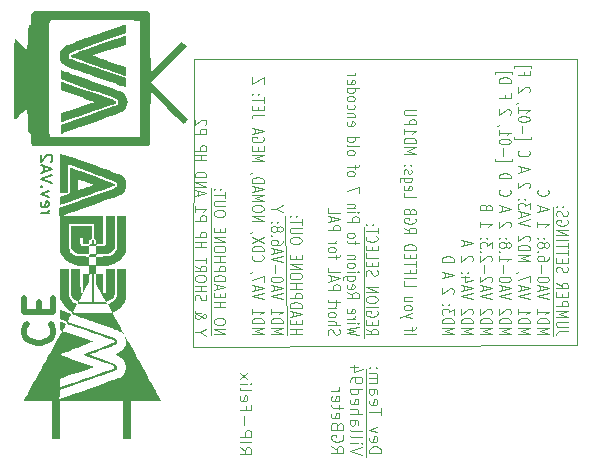
<source format=gbr>
%TF.GenerationSoftware,KiCad,Pcbnew,9.0.0*%
%TF.CreationDate,2025-11-19T20:28:36-08:00*%
%TF.ProjectId,MegaAV_CE,4d656761-4156-45f4-9345-2e6b69636164,rev?*%
%TF.SameCoordinates,Original*%
%TF.FileFunction,Legend,Bot*%
%TF.FilePolarity,Positive*%
%FSLAX46Y46*%
G04 Gerber Fmt 4.6, Leading zero omitted, Abs format (unit mm)*
G04 Created by KiCad (PCBNEW 9.0.0) date 2025-11-19 20:28:36*
%MOMM*%
%LPD*%
G01*
G04 APERTURE LIST*
%ADD10C,0.100000*%
%ADD11C,0.120000*%
%ADD12C,0.500000*%
%ADD13C,0.200000*%
%ADD14C,0.000000*%
G04 APERTURE END LIST*
D10*
X194352475Y-123106326D02*
X194452475Y-133176326D01*
X201150000Y-136075000D02*
X201150000Y-143525000D01*
X186570013Y-109849896D02*
X219000000Y-109850000D01*
X188007992Y-133200706D02*
X188017992Y-120760706D01*
X219000000Y-109850000D02*
X219050000Y-134050000D01*
X218850000Y-134050000D02*
X186538073Y-134199896D01*
X200990000Y-133430000D02*
X200990000Y-124000000D01*
X219050000Y-134050000D02*
X218850000Y-134050000D01*
X186538073Y-134199896D02*
X186570000Y-109860000D01*
X216991192Y-122364749D02*
X217031192Y-133274749D01*
D11*
X190461161Y-142696885D02*
X190937352Y-143030218D01*
X190461161Y-143268313D02*
X191461161Y-143268313D01*
X191461161Y-143268313D02*
X191461161Y-142887361D01*
X191461161Y-142887361D02*
X191413542Y-142792123D01*
X191413542Y-142792123D02*
X191365923Y-142744504D01*
X191365923Y-142744504D02*
X191270685Y-142696885D01*
X191270685Y-142696885D02*
X191127828Y-142696885D01*
X191127828Y-142696885D02*
X191032590Y-142744504D01*
X191032590Y-142744504D02*
X190984971Y-142792123D01*
X190984971Y-142792123D02*
X190937352Y-142887361D01*
X190937352Y-142887361D02*
X190937352Y-143268313D01*
X190461161Y-142268313D02*
X191461161Y-142268313D01*
X190461161Y-141792123D02*
X191461161Y-141792123D01*
X191461161Y-141792123D02*
X191461161Y-141411171D01*
X191461161Y-141411171D02*
X191413542Y-141315933D01*
X191413542Y-141315933D02*
X191365923Y-141268314D01*
X191365923Y-141268314D02*
X191270685Y-141220695D01*
X191270685Y-141220695D02*
X191127828Y-141220695D01*
X191127828Y-141220695D02*
X191032590Y-141268314D01*
X191032590Y-141268314D02*
X190984971Y-141315933D01*
X190984971Y-141315933D02*
X190937352Y-141411171D01*
X190937352Y-141411171D02*
X190937352Y-141792123D01*
X190842114Y-140792123D02*
X190842114Y-140030219D01*
X190984971Y-139220695D02*
X190984971Y-139554028D01*
X190461161Y-139554028D02*
X191461161Y-139554028D01*
X191461161Y-139554028D02*
X191461161Y-139077838D01*
X190508781Y-138315933D02*
X190461161Y-138411171D01*
X190461161Y-138411171D02*
X190461161Y-138601647D01*
X190461161Y-138601647D02*
X190508781Y-138696885D01*
X190508781Y-138696885D02*
X190604019Y-138744504D01*
X190604019Y-138744504D02*
X190984971Y-138744504D01*
X190984971Y-138744504D02*
X191080209Y-138696885D01*
X191080209Y-138696885D02*
X191127828Y-138601647D01*
X191127828Y-138601647D02*
X191127828Y-138411171D01*
X191127828Y-138411171D02*
X191080209Y-138315933D01*
X191080209Y-138315933D02*
X190984971Y-138268314D01*
X190984971Y-138268314D02*
X190889733Y-138268314D01*
X190889733Y-138268314D02*
X190794495Y-138744504D01*
X190461161Y-137696885D02*
X190508781Y-137792123D01*
X190508781Y-137792123D02*
X190604019Y-137839742D01*
X190604019Y-137839742D02*
X191461161Y-137839742D01*
X190461161Y-137315932D02*
X191127828Y-137315932D01*
X191461161Y-137315932D02*
X191413542Y-137363551D01*
X191413542Y-137363551D02*
X191365923Y-137315932D01*
X191365923Y-137315932D02*
X191413542Y-137268313D01*
X191413542Y-137268313D02*
X191461161Y-137315932D01*
X191461161Y-137315932D02*
X191365923Y-137315932D01*
X190461161Y-136934980D02*
X191127828Y-136411171D01*
X191127828Y-136934980D02*
X190461161Y-136411171D01*
D10*
X218254589Y-132877387D02*
X217540304Y-132877387D01*
X217540304Y-132877387D02*
X217397447Y-132915482D01*
X217397447Y-132915482D02*
X217302209Y-132991673D01*
X217302209Y-132991673D02*
X217254589Y-133105958D01*
X217254589Y-133105958D02*
X217254589Y-133182149D01*
X218254589Y-132496434D02*
X217445066Y-132496434D01*
X217445066Y-132496434D02*
X217349828Y-132458339D01*
X217349828Y-132458339D02*
X217302209Y-132420244D01*
X217302209Y-132420244D02*
X217254589Y-132344053D01*
X217254589Y-132344053D02*
X217254589Y-132191672D01*
X217254589Y-132191672D02*
X217302209Y-132115482D01*
X217302209Y-132115482D02*
X217349828Y-132077387D01*
X217349828Y-132077387D02*
X217445066Y-132039291D01*
X217445066Y-132039291D02*
X218254589Y-132039291D01*
X217254589Y-131658339D02*
X218254589Y-131658339D01*
X218254589Y-131658339D02*
X217540304Y-131391673D01*
X217540304Y-131391673D02*
X218254589Y-131125006D01*
X218254589Y-131125006D02*
X217254589Y-131125006D01*
X217254589Y-130744053D02*
X218254589Y-130744053D01*
X218254589Y-130744053D02*
X218254589Y-130439291D01*
X218254589Y-130439291D02*
X218206970Y-130363101D01*
X218206970Y-130363101D02*
X218159351Y-130325006D01*
X218159351Y-130325006D02*
X218064113Y-130286910D01*
X218064113Y-130286910D02*
X217921256Y-130286910D01*
X217921256Y-130286910D02*
X217826018Y-130325006D01*
X217826018Y-130325006D02*
X217778399Y-130363101D01*
X217778399Y-130363101D02*
X217730780Y-130439291D01*
X217730780Y-130439291D02*
X217730780Y-130744053D01*
X217778399Y-129944053D02*
X217778399Y-129677387D01*
X217254589Y-129563101D02*
X217254589Y-129944053D01*
X217254589Y-129944053D02*
X218254589Y-129944053D01*
X218254589Y-129944053D02*
X218254589Y-129563101D01*
X217254589Y-128763100D02*
X217730780Y-129029767D01*
X217254589Y-129220243D02*
X218254589Y-129220243D01*
X218254589Y-129220243D02*
X218254589Y-128915481D01*
X218254589Y-128915481D02*
X218206970Y-128839291D01*
X218206970Y-128839291D02*
X218159351Y-128801196D01*
X218159351Y-128801196D02*
X218064113Y-128763100D01*
X218064113Y-128763100D02*
X217921256Y-128763100D01*
X217921256Y-128763100D02*
X217826018Y-128801196D01*
X217826018Y-128801196D02*
X217778399Y-128839291D01*
X217778399Y-128839291D02*
X217730780Y-128915481D01*
X217730780Y-128915481D02*
X217730780Y-129220243D01*
X217302209Y-127848815D02*
X217254589Y-127734529D01*
X217254589Y-127734529D02*
X217254589Y-127544053D01*
X217254589Y-127544053D02*
X217302209Y-127467862D01*
X217302209Y-127467862D02*
X217349828Y-127429767D01*
X217349828Y-127429767D02*
X217445066Y-127391672D01*
X217445066Y-127391672D02*
X217540304Y-127391672D01*
X217540304Y-127391672D02*
X217635542Y-127429767D01*
X217635542Y-127429767D02*
X217683161Y-127467862D01*
X217683161Y-127467862D02*
X217730780Y-127544053D01*
X217730780Y-127544053D02*
X217778399Y-127696434D01*
X217778399Y-127696434D02*
X217826018Y-127772624D01*
X217826018Y-127772624D02*
X217873637Y-127810719D01*
X217873637Y-127810719D02*
X217968875Y-127848815D01*
X217968875Y-127848815D02*
X218064113Y-127848815D01*
X218064113Y-127848815D02*
X218159351Y-127810719D01*
X218159351Y-127810719D02*
X218206970Y-127772624D01*
X218206970Y-127772624D02*
X218254589Y-127696434D01*
X218254589Y-127696434D02*
X218254589Y-127505957D01*
X218254589Y-127505957D02*
X218206970Y-127391672D01*
X217778399Y-127048814D02*
X217778399Y-126782148D01*
X217254589Y-126667862D02*
X217254589Y-127048814D01*
X217254589Y-127048814D02*
X218254589Y-127048814D01*
X218254589Y-127048814D02*
X218254589Y-126667862D01*
X218254589Y-126439290D02*
X218254589Y-125982147D01*
X217254589Y-126210719D02*
X218254589Y-126210719D01*
X218254589Y-125829766D02*
X218254589Y-125372623D01*
X217254589Y-125601195D02*
X218254589Y-125601195D01*
X217254589Y-125105956D02*
X218254589Y-125105956D01*
X217254589Y-124725004D02*
X218254589Y-124725004D01*
X218254589Y-124725004D02*
X217254589Y-124267861D01*
X217254589Y-124267861D02*
X218254589Y-124267861D01*
X218206970Y-123467862D02*
X218254589Y-123544052D01*
X218254589Y-123544052D02*
X218254589Y-123658338D01*
X218254589Y-123658338D02*
X218206970Y-123772624D01*
X218206970Y-123772624D02*
X218111732Y-123848814D01*
X218111732Y-123848814D02*
X218016494Y-123886909D01*
X218016494Y-123886909D02*
X217826018Y-123925005D01*
X217826018Y-123925005D02*
X217683161Y-123925005D01*
X217683161Y-123925005D02*
X217492685Y-123886909D01*
X217492685Y-123886909D02*
X217397447Y-123848814D01*
X217397447Y-123848814D02*
X217302209Y-123772624D01*
X217302209Y-123772624D02*
X217254589Y-123658338D01*
X217254589Y-123658338D02*
X217254589Y-123582147D01*
X217254589Y-123582147D02*
X217302209Y-123467862D01*
X217302209Y-123467862D02*
X217349828Y-123429766D01*
X217349828Y-123429766D02*
X217683161Y-123429766D01*
X217683161Y-123429766D02*
X217683161Y-123582147D01*
X217302209Y-123125005D02*
X217254589Y-123010719D01*
X217254589Y-123010719D02*
X217254589Y-122820243D01*
X217254589Y-122820243D02*
X217302209Y-122744052D01*
X217302209Y-122744052D02*
X217349828Y-122705957D01*
X217349828Y-122705957D02*
X217445066Y-122667862D01*
X217445066Y-122667862D02*
X217540304Y-122667862D01*
X217540304Y-122667862D02*
X217635542Y-122705957D01*
X217635542Y-122705957D02*
X217683161Y-122744052D01*
X217683161Y-122744052D02*
X217730780Y-122820243D01*
X217730780Y-122820243D02*
X217778399Y-122972624D01*
X217778399Y-122972624D02*
X217826018Y-123048814D01*
X217826018Y-123048814D02*
X217873637Y-123086909D01*
X217873637Y-123086909D02*
X217968875Y-123125005D01*
X217968875Y-123125005D02*
X218064113Y-123125005D01*
X218064113Y-123125005D02*
X218159351Y-123086909D01*
X218159351Y-123086909D02*
X218206970Y-123048814D01*
X218206970Y-123048814D02*
X218254589Y-122972624D01*
X218254589Y-122972624D02*
X218254589Y-122782147D01*
X218254589Y-122782147D02*
X218206970Y-122667862D01*
X217349828Y-122325004D02*
X217302209Y-122286909D01*
X217302209Y-122286909D02*
X217254589Y-122325004D01*
X217254589Y-122325004D02*
X217302209Y-122363100D01*
X217302209Y-122363100D02*
X217349828Y-122325004D01*
X217349828Y-122325004D02*
X217254589Y-122325004D01*
X217873637Y-122325004D02*
X217826018Y-122286909D01*
X217826018Y-122286909D02*
X217778399Y-122325004D01*
X217778399Y-122325004D02*
X217826018Y-122363100D01*
X217826018Y-122363100D02*
X217873637Y-122325004D01*
X217873637Y-122325004D02*
X217778399Y-122325004D01*
X215644645Y-133105958D02*
X216644645Y-133105958D01*
X216644645Y-133105958D02*
X215930360Y-132839292D01*
X215930360Y-132839292D02*
X216644645Y-132572625D01*
X216644645Y-132572625D02*
X215644645Y-132572625D01*
X215644645Y-132191672D02*
X216644645Y-132191672D01*
X216644645Y-132191672D02*
X216644645Y-132001196D01*
X216644645Y-132001196D02*
X216597026Y-131886910D01*
X216597026Y-131886910D02*
X216501788Y-131810720D01*
X216501788Y-131810720D02*
X216406550Y-131772625D01*
X216406550Y-131772625D02*
X216216074Y-131734529D01*
X216216074Y-131734529D02*
X216073217Y-131734529D01*
X216073217Y-131734529D02*
X215882741Y-131772625D01*
X215882741Y-131772625D02*
X215787503Y-131810720D01*
X215787503Y-131810720D02*
X215692265Y-131886910D01*
X215692265Y-131886910D02*
X215644645Y-132001196D01*
X215644645Y-132001196D02*
X215644645Y-132191672D01*
X215644645Y-130972625D02*
X215644645Y-131429768D01*
X215644645Y-131201196D02*
X216644645Y-131201196D01*
X216644645Y-131201196D02*
X216501788Y-131277387D01*
X216501788Y-131277387D02*
X216406550Y-131353577D01*
X216406550Y-131353577D02*
X216358931Y-131429768D01*
X216644645Y-130134529D02*
X215644645Y-129867862D01*
X215644645Y-129867862D02*
X216644645Y-129601196D01*
X215930360Y-129372625D02*
X215930360Y-128991672D01*
X215644645Y-129448815D02*
X216644645Y-129182148D01*
X216644645Y-129182148D02*
X215644645Y-128915482D01*
X216644645Y-128496434D02*
X216644645Y-128420244D01*
X216644645Y-128420244D02*
X216597026Y-128344053D01*
X216597026Y-128344053D02*
X216549407Y-128305958D01*
X216549407Y-128305958D02*
X216454169Y-128267863D01*
X216454169Y-128267863D02*
X216263693Y-128229768D01*
X216263693Y-128229768D02*
X216025598Y-128229768D01*
X216025598Y-128229768D02*
X215835122Y-128267863D01*
X215835122Y-128267863D02*
X215739884Y-128305958D01*
X215739884Y-128305958D02*
X215692265Y-128344053D01*
X215692265Y-128344053D02*
X215644645Y-128420244D01*
X215644645Y-128420244D02*
X215644645Y-128496434D01*
X215644645Y-128496434D02*
X215692265Y-128572625D01*
X215692265Y-128572625D02*
X215739884Y-128610720D01*
X215739884Y-128610720D02*
X215835122Y-128648815D01*
X215835122Y-128648815D02*
X216025598Y-128686911D01*
X216025598Y-128686911D02*
X216263693Y-128686911D01*
X216263693Y-128686911D02*
X216454169Y-128648815D01*
X216454169Y-128648815D02*
X216549407Y-128610720D01*
X216549407Y-128610720D02*
X216597026Y-128572625D01*
X216597026Y-128572625D02*
X216644645Y-128496434D01*
X216025598Y-127886910D02*
X216025598Y-127277387D01*
X216644645Y-126553577D02*
X216644645Y-126705958D01*
X216644645Y-126705958D02*
X216597026Y-126782149D01*
X216597026Y-126782149D02*
X216549407Y-126820244D01*
X216549407Y-126820244D02*
X216406550Y-126896434D01*
X216406550Y-126896434D02*
X216216074Y-126934530D01*
X216216074Y-126934530D02*
X215835122Y-126934530D01*
X215835122Y-126934530D02*
X215739884Y-126896434D01*
X215739884Y-126896434D02*
X215692265Y-126858339D01*
X215692265Y-126858339D02*
X215644645Y-126782149D01*
X215644645Y-126782149D02*
X215644645Y-126629768D01*
X215644645Y-126629768D02*
X215692265Y-126553577D01*
X215692265Y-126553577D02*
X215739884Y-126515482D01*
X215739884Y-126515482D02*
X215835122Y-126477387D01*
X215835122Y-126477387D02*
X216073217Y-126477387D01*
X216073217Y-126477387D02*
X216168455Y-126515482D01*
X216168455Y-126515482D02*
X216216074Y-126553577D01*
X216216074Y-126553577D02*
X216263693Y-126629768D01*
X216263693Y-126629768D02*
X216263693Y-126782149D01*
X216263693Y-126782149D02*
X216216074Y-126858339D01*
X216216074Y-126858339D02*
X216168455Y-126896434D01*
X216168455Y-126896434D02*
X216073217Y-126934530D01*
X215739884Y-126134529D02*
X215692265Y-126096434D01*
X215692265Y-126096434D02*
X215644645Y-126134529D01*
X215644645Y-126134529D02*
X215692265Y-126172625D01*
X215692265Y-126172625D02*
X215739884Y-126134529D01*
X215739884Y-126134529D02*
X215644645Y-126134529D01*
X216216074Y-125639292D02*
X216263693Y-125715482D01*
X216263693Y-125715482D02*
X216311312Y-125753577D01*
X216311312Y-125753577D02*
X216406550Y-125791673D01*
X216406550Y-125791673D02*
X216454169Y-125791673D01*
X216454169Y-125791673D02*
X216549407Y-125753577D01*
X216549407Y-125753577D02*
X216597026Y-125715482D01*
X216597026Y-125715482D02*
X216644645Y-125639292D01*
X216644645Y-125639292D02*
X216644645Y-125486911D01*
X216644645Y-125486911D02*
X216597026Y-125410720D01*
X216597026Y-125410720D02*
X216549407Y-125372625D01*
X216549407Y-125372625D02*
X216454169Y-125334530D01*
X216454169Y-125334530D02*
X216406550Y-125334530D01*
X216406550Y-125334530D02*
X216311312Y-125372625D01*
X216311312Y-125372625D02*
X216263693Y-125410720D01*
X216263693Y-125410720D02*
X216216074Y-125486911D01*
X216216074Y-125486911D02*
X216216074Y-125639292D01*
X216216074Y-125639292D02*
X216168455Y-125715482D01*
X216168455Y-125715482D02*
X216120836Y-125753577D01*
X216120836Y-125753577D02*
X216025598Y-125791673D01*
X216025598Y-125791673D02*
X215835122Y-125791673D01*
X215835122Y-125791673D02*
X215739884Y-125753577D01*
X215739884Y-125753577D02*
X215692265Y-125715482D01*
X215692265Y-125715482D02*
X215644645Y-125639292D01*
X215644645Y-125639292D02*
X215644645Y-125486911D01*
X215644645Y-125486911D02*
X215692265Y-125410720D01*
X215692265Y-125410720D02*
X215739884Y-125372625D01*
X215739884Y-125372625D02*
X215835122Y-125334530D01*
X215835122Y-125334530D02*
X216025598Y-125334530D01*
X216025598Y-125334530D02*
X216120836Y-125372625D01*
X216120836Y-125372625D02*
X216168455Y-125410720D01*
X216168455Y-125410720D02*
X216216074Y-125486911D01*
X215739884Y-124991672D02*
X215692265Y-124953577D01*
X215692265Y-124953577D02*
X215644645Y-124991672D01*
X215644645Y-124991672D02*
X215692265Y-125029768D01*
X215692265Y-125029768D02*
X215739884Y-124991672D01*
X215739884Y-124991672D02*
X215644645Y-124991672D01*
X216263693Y-124991672D02*
X216216074Y-124953577D01*
X216216074Y-124953577D02*
X216168455Y-124991672D01*
X216168455Y-124991672D02*
X216216074Y-125029768D01*
X216216074Y-125029768D02*
X216263693Y-124991672D01*
X216263693Y-124991672D02*
X216168455Y-124991672D01*
X215644645Y-123582149D02*
X215644645Y-124039292D01*
X215644645Y-123810720D02*
X216644645Y-123810720D01*
X216644645Y-123810720D02*
X216501788Y-123886911D01*
X216501788Y-123886911D02*
X216406550Y-123963101D01*
X216406550Y-123963101D02*
X216358931Y-124039292D01*
X215930360Y-122667863D02*
X215930360Y-122286910D01*
X215644645Y-122744053D02*
X216644645Y-122477386D01*
X216644645Y-122477386D02*
X215644645Y-122210720D01*
X215739884Y-120877386D02*
X215692265Y-120915482D01*
X215692265Y-120915482D02*
X215644645Y-121029767D01*
X215644645Y-121029767D02*
X215644645Y-121105958D01*
X215644645Y-121105958D02*
X215692265Y-121220244D01*
X215692265Y-121220244D02*
X215787503Y-121296434D01*
X215787503Y-121296434D02*
X215882741Y-121334529D01*
X215882741Y-121334529D02*
X216073217Y-121372625D01*
X216073217Y-121372625D02*
X216216074Y-121372625D01*
X216216074Y-121372625D02*
X216406550Y-121334529D01*
X216406550Y-121334529D02*
X216501788Y-121296434D01*
X216501788Y-121296434D02*
X216597026Y-121220244D01*
X216597026Y-121220244D02*
X216644645Y-121105958D01*
X216644645Y-121105958D02*
X216644645Y-121029767D01*
X216644645Y-121029767D02*
X216597026Y-120915482D01*
X216597026Y-120915482D02*
X216549407Y-120877386D01*
X214034701Y-133105958D02*
X215034701Y-133105958D01*
X215034701Y-133105958D02*
X214320416Y-132839292D01*
X214320416Y-132839292D02*
X215034701Y-132572625D01*
X215034701Y-132572625D02*
X214034701Y-132572625D01*
X214034701Y-132191672D02*
X215034701Y-132191672D01*
X215034701Y-132191672D02*
X215034701Y-132001196D01*
X215034701Y-132001196D02*
X214987082Y-131886910D01*
X214987082Y-131886910D02*
X214891844Y-131810720D01*
X214891844Y-131810720D02*
X214796606Y-131772625D01*
X214796606Y-131772625D02*
X214606130Y-131734529D01*
X214606130Y-131734529D02*
X214463273Y-131734529D01*
X214463273Y-131734529D02*
X214272797Y-131772625D01*
X214272797Y-131772625D02*
X214177559Y-131810720D01*
X214177559Y-131810720D02*
X214082321Y-131886910D01*
X214082321Y-131886910D02*
X214034701Y-132001196D01*
X214034701Y-132001196D02*
X214034701Y-132191672D01*
X214034701Y-130972625D02*
X214034701Y-131429768D01*
X214034701Y-131201196D02*
X215034701Y-131201196D01*
X215034701Y-131201196D02*
X214891844Y-131277387D01*
X214891844Y-131277387D02*
X214796606Y-131353577D01*
X214796606Y-131353577D02*
X214748987Y-131429768D01*
X215034701Y-130134529D02*
X214034701Y-129867862D01*
X214034701Y-129867862D02*
X215034701Y-129601196D01*
X214320416Y-129372625D02*
X214320416Y-128991672D01*
X214034701Y-129448815D02*
X215034701Y-129182148D01*
X215034701Y-129182148D02*
X214034701Y-128915482D01*
X215034701Y-128725006D02*
X215034701Y-128191672D01*
X215034701Y-128191672D02*
X214034701Y-128534530D01*
X214082321Y-127848815D02*
X214034701Y-127848815D01*
X214034701Y-127848815D02*
X213939463Y-127886910D01*
X213939463Y-127886910D02*
X213891844Y-127925006D01*
X214034701Y-126896434D02*
X215034701Y-126896434D01*
X215034701Y-126896434D02*
X214320416Y-126629768D01*
X214320416Y-126629768D02*
X215034701Y-126363101D01*
X215034701Y-126363101D02*
X214034701Y-126363101D01*
X214034701Y-125982148D02*
X215034701Y-125982148D01*
X215034701Y-125982148D02*
X215034701Y-125791672D01*
X215034701Y-125791672D02*
X214987082Y-125677386D01*
X214987082Y-125677386D02*
X214891844Y-125601196D01*
X214891844Y-125601196D02*
X214796606Y-125563101D01*
X214796606Y-125563101D02*
X214606130Y-125525005D01*
X214606130Y-125525005D02*
X214463273Y-125525005D01*
X214463273Y-125525005D02*
X214272797Y-125563101D01*
X214272797Y-125563101D02*
X214177559Y-125601196D01*
X214177559Y-125601196D02*
X214082321Y-125677386D01*
X214082321Y-125677386D02*
X214034701Y-125791672D01*
X214034701Y-125791672D02*
X214034701Y-125982148D01*
X214939463Y-125220244D02*
X214987082Y-125182148D01*
X214987082Y-125182148D02*
X215034701Y-125105958D01*
X215034701Y-125105958D02*
X215034701Y-124915482D01*
X215034701Y-124915482D02*
X214987082Y-124839291D01*
X214987082Y-124839291D02*
X214939463Y-124801196D01*
X214939463Y-124801196D02*
X214844225Y-124763101D01*
X214844225Y-124763101D02*
X214748987Y-124763101D01*
X214748987Y-124763101D02*
X214606130Y-124801196D01*
X214606130Y-124801196D02*
X214034701Y-125258339D01*
X214034701Y-125258339D02*
X214034701Y-124763101D01*
X215034701Y-123925005D02*
X214034701Y-123658338D01*
X214034701Y-123658338D02*
X215034701Y-123391672D01*
X214320416Y-123163101D02*
X214320416Y-122782148D01*
X214034701Y-123239291D02*
X215034701Y-122972624D01*
X215034701Y-122972624D02*
X214034701Y-122705958D01*
X215034701Y-122515482D02*
X215034701Y-122020244D01*
X215034701Y-122020244D02*
X214653749Y-122286910D01*
X214653749Y-122286910D02*
X214653749Y-122172625D01*
X214653749Y-122172625D02*
X214606130Y-122096434D01*
X214606130Y-122096434D02*
X214558511Y-122058339D01*
X214558511Y-122058339D02*
X214463273Y-122020244D01*
X214463273Y-122020244D02*
X214225178Y-122020244D01*
X214225178Y-122020244D02*
X214129940Y-122058339D01*
X214129940Y-122058339D02*
X214082321Y-122096434D01*
X214082321Y-122096434D02*
X214034701Y-122172625D01*
X214034701Y-122172625D02*
X214034701Y-122401196D01*
X214034701Y-122401196D02*
X214082321Y-122477387D01*
X214082321Y-122477387D02*
X214129940Y-122515482D01*
X214129940Y-121677386D02*
X214082321Y-121639291D01*
X214082321Y-121639291D02*
X214034701Y-121677386D01*
X214034701Y-121677386D02*
X214082321Y-121715482D01*
X214082321Y-121715482D02*
X214129940Y-121677386D01*
X214129940Y-121677386D02*
X214034701Y-121677386D01*
X214653749Y-121677386D02*
X214606130Y-121639291D01*
X214606130Y-121639291D02*
X214558511Y-121677386D01*
X214558511Y-121677386D02*
X214606130Y-121715482D01*
X214606130Y-121715482D02*
X214653749Y-121677386D01*
X214653749Y-121677386D02*
X214558511Y-121677386D01*
X214939463Y-120725006D02*
X214987082Y-120686910D01*
X214987082Y-120686910D02*
X215034701Y-120610720D01*
X215034701Y-120610720D02*
X215034701Y-120420244D01*
X215034701Y-120420244D02*
X214987082Y-120344053D01*
X214987082Y-120344053D02*
X214939463Y-120305958D01*
X214939463Y-120305958D02*
X214844225Y-120267863D01*
X214844225Y-120267863D02*
X214748987Y-120267863D01*
X214748987Y-120267863D02*
X214606130Y-120305958D01*
X214606130Y-120305958D02*
X214034701Y-120763101D01*
X214034701Y-120763101D02*
X214034701Y-120267863D01*
X214320416Y-119353577D02*
X214320416Y-118972624D01*
X214034701Y-119429767D02*
X215034701Y-119163100D01*
X215034701Y-119163100D02*
X214034701Y-118896434D01*
X214129940Y-117563100D02*
X214082321Y-117601196D01*
X214082321Y-117601196D02*
X214034701Y-117715481D01*
X214034701Y-117715481D02*
X214034701Y-117791672D01*
X214034701Y-117791672D02*
X214082321Y-117905958D01*
X214082321Y-117905958D02*
X214177559Y-117982148D01*
X214177559Y-117982148D02*
X214272797Y-118020243D01*
X214272797Y-118020243D02*
X214463273Y-118058339D01*
X214463273Y-118058339D02*
X214606130Y-118058339D01*
X214606130Y-118058339D02*
X214796606Y-118020243D01*
X214796606Y-118020243D02*
X214891844Y-117982148D01*
X214891844Y-117982148D02*
X214987082Y-117905958D01*
X214987082Y-117905958D02*
X215034701Y-117791672D01*
X215034701Y-117791672D02*
X215034701Y-117715481D01*
X215034701Y-117715481D02*
X214987082Y-117601196D01*
X214987082Y-117601196D02*
X214939463Y-117563100D01*
X213701368Y-116382148D02*
X213701368Y-116572624D01*
X213701368Y-116572624D02*
X215129940Y-116572624D01*
X215129940Y-116572624D02*
X215129940Y-116382148D01*
X214415654Y-116077386D02*
X214415654Y-115467863D01*
X215034701Y-114934529D02*
X215034701Y-114858339D01*
X215034701Y-114858339D02*
X214987082Y-114782148D01*
X214987082Y-114782148D02*
X214939463Y-114744053D01*
X214939463Y-114744053D02*
X214844225Y-114705958D01*
X214844225Y-114705958D02*
X214653749Y-114667863D01*
X214653749Y-114667863D02*
X214415654Y-114667863D01*
X214415654Y-114667863D02*
X214225178Y-114705958D01*
X214225178Y-114705958D02*
X214129940Y-114744053D01*
X214129940Y-114744053D02*
X214082321Y-114782148D01*
X214082321Y-114782148D02*
X214034701Y-114858339D01*
X214034701Y-114858339D02*
X214034701Y-114934529D01*
X214034701Y-114934529D02*
X214082321Y-115010720D01*
X214082321Y-115010720D02*
X214129940Y-115048815D01*
X214129940Y-115048815D02*
X214225178Y-115086910D01*
X214225178Y-115086910D02*
X214415654Y-115125006D01*
X214415654Y-115125006D02*
X214653749Y-115125006D01*
X214653749Y-115125006D02*
X214844225Y-115086910D01*
X214844225Y-115086910D02*
X214939463Y-115048815D01*
X214939463Y-115048815D02*
X214987082Y-115010720D01*
X214987082Y-115010720D02*
X215034701Y-114934529D01*
X214034701Y-113905958D02*
X214034701Y-114363101D01*
X214034701Y-114134529D02*
X215034701Y-114134529D01*
X215034701Y-114134529D02*
X214891844Y-114210720D01*
X214891844Y-114210720D02*
X214796606Y-114286910D01*
X214796606Y-114286910D02*
X214748987Y-114363101D01*
X214082321Y-113525005D02*
X214034701Y-113525005D01*
X214034701Y-113525005D02*
X213939463Y-113563100D01*
X213939463Y-113563100D02*
X213891844Y-113601196D01*
X214939463Y-112610720D02*
X214987082Y-112572624D01*
X214987082Y-112572624D02*
X215034701Y-112496434D01*
X215034701Y-112496434D02*
X215034701Y-112305958D01*
X215034701Y-112305958D02*
X214987082Y-112229767D01*
X214987082Y-112229767D02*
X214939463Y-112191672D01*
X214939463Y-112191672D02*
X214844225Y-112153577D01*
X214844225Y-112153577D02*
X214748987Y-112153577D01*
X214748987Y-112153577D02*
X214606130Y-112191672D01*
X214606130Y-112191672D02*
X214034701Y-112648815D01*
X214034701Y-112648815D02*
X214034701Y-112153577D01*
X214558511Y-110934529D02*
X214558511Y-111201195D01*
X214034701Y-111201195D02*
X215034701Y-111201195D01*
X215034701Y-111201195D02*
X215034701Y-110820243D01*
X213701368Y-110591672D02*
X213701368Y-110401196D01*
X213701368Y-110401196D02*
X215129940Y-110401196D01*
X215129940Y-110401196D02*
X215129940Y-110591672D01*
X212424757Y-133105958D02*
X213424757Y-133105958D01*
X213424757Y-133105958D02*
X212710472Y-132839292D01*
X212710472Y-132839292D02*
X213424757Y-132572625D01*
X213424757Y-132572625D02*
X212424757Y-132572625D01*
X212424757Y-132191672D02*
X213424757Y-132191672D01*
X213424757Y-132191672D02*
X213424757Y-132001196D01*
X213424757Y-132001196D02*
X213377138Y-131886910D01*
X213377138Y-131886910D02*
X213281900Y-131810720D01*
X213281900Y-131810720D02*
X213186662Y-131772625D01*
X213186662Y-131772625D02*
X212996186Y-131734529D01*
X212996186Y-131734529D02*
X212853329Y-131734529D01*
X212853329Y-131734529D02*
X212662853Y-131772625D01*
X212662853Y-131772625D02*
X212567615Y-131810720D01*
X212567615Y-131810720D02*
X212472377Y-131886910D01*
X212472377Y-131886910D02*
X212424757Y-132001196D01*
X212424757Y-132001196D02*
X212424757Y-132191672D01*
X213329519Y-131429768D02*
X213377138Y-131391672D01*
X213377138Y-131391672D02*
X213424757Y-131315482D01*
X213424757Y-131315482D02*
X213424757Y-131125006D01*
X213424757Y-131125006D02*
X213377138Y-131048815D01*
X213377138Y-131048815D02*
X213329519Y-131010720D01*
X213329519Y-131010720D02*
X213234281Y-130972625D01*
X213234281Y-130972625D02*
X213139043Y-130972625D01*
X213139043Y-130972625D02*
X212996186Y-131010720D01*
X212996186Y-131010720D02*
X212424757Y-131467863D01*
X212424757Y-131467863D02*
X212424757Y-130972625D01*
X213424757Y-130134529D02*
X212424757Y-129867862D01*
X212424757Y-129867862D02*
X213424757Y-129601196D01*
X212710472Y-129372625D02*
X212710472Y-128991672D01*
X212424757Y-129448815D02*
X213424757Y-129182148D01*
X213424757Y-129182148D02*
X212424757Y-128915482D01*
X213424757Y-128496434D02*
X213424757Y-128420244D01*
X213424757Y-128420244D02*
X213377138Y-128344053D01*
X213377138Y-128344053D02*
X213329519Y-128305958D01*
X213329519Y-128305958D02*
X213234281Y-128267863D01*
X213234281Y-128267863D02*
X213043805Y-128229768D01*
X213043805Y-128229768D02*
X212805710Y-128229768D01*
X212805710Y-128229768D02*
X212615234Y-128267863D01*
X212615234Y-128267863D02*
X212519996Y-128305958D01*
X212519996Y-128305958D02*
X212472377Y-128344053D01*
X212472377Y-128344053D02*
X212424757Y-128420244D01*
X212424757Y-128420244D02*
X212424757Y-128496434D01*
X212424757Y-128496434D02*
X212472377Y-128572625D01*
X212472377Y-128572625D02*
X212519996Y-128610720D01*
X212519996Y-128610720D02*
X212615234Y-128648815D01*
X212615234Y-128648815D02*
X212805710Y-128686911D01*
X212805710Y-128686911D02*
X213043805Y-128686911D01*
X213043805Y-128686911D02*
X213234281Y-128648815D01*
X213234281Y-128648815D02*
X213329519Y-128610720D01*
X213329519Y-128610720D02*
X213377138Y-128572625D01*
X213377138Y-128572625D02*
X213424757Y-128496434D01*
X212805710Y-127886910D02*
X212805710Y-127277387D01*
X212424757Y-126477387D02*
X212424757Y-126934530D01*
X212424757Y-126705958D02*
X213424757Y-126705958D01*
X213424757Y-126705958D02*
X213281900Y-126782149D01*
X213281900Y-126782149D02*
X213186662Y-126858339D01*
X213186662Y-126858339D02*
X213139043Y-126934530D01*
X212519996Y-126134529D02*
X212472377Y-126096434D01*
X212472377Y-126096434D02*
X212424757Y-126134529D01*
X212424757Y-126134529D02*
X212472377Y-126172625D01*
X212472377Y-126172625D02*
X212519996Y-126134529D01*
X212519996Y-126134529D02*
X212424757Y-126134529D01*
X212996186Y-125639292D02*
X213043805Y-125715482D01*
X213043805Y-125715482D02*
X213091424Y-125753577D01*
X213091424Y-125753577D02*
X213186662Y-125791673D01*
X213186662Y-125791673D02*
X213234281Y-125791673D01*
X213234281Y-125791673D02*
X213329519Y-125753577D01*
X213329519Y-125753577D02*
X213377138Y-125715482D01*
X213377138Y-125715482D02*
X213424757Y-125639292D01*
X213424757Y-125639292D02*
X213424757Y-125486911D01*
X213424757Y-125486911D02*
X213377138Y-125410720D01*
X213377138Y-125410720D02*
X213329519Y-125372625D01*
X213329519Y-125372625D02*
X213234281Y-125334530D01*
X213234281Y-125334530D02*
X213186662Y-125334530D01*
X213186662Y-125334530D02*
X213091424Y-125372625D01*
X213091424Y-125372625D02*
X213043805Y-125410720D01*
X213043805Y-125410720D02*
X212996186Y-125486911D01*
X212996186Y-125486911D02*
X212996186Y-125639292D01*
X212996186Y-125639292D02*
X212948567Y-125715482D01*
X212948567Y-125715482D02*
X212900948Y-125753577D01*
X212900948Y-125753577D02*
X212805710Y-125791673D01*
X212805710Y-125791673D02*
X212615234Y-125791673D01*
X212615234Y-125791673D02*
X212519996Y-125753577D01*
X212519996Y-125753577D02*
X212472377Y-125715482D01*
X212472377Y-125715482D02*
X212424757Y-125639292D01*
X212424757Y-125639292D02*
X212424757Y-125486911D01*
X212424757Y-125486911D02*
X212472377Y-125410720D01*
X212472377Y-125410720D02*
X212519996Y-125372625D01*
X212519996Y-125372625D02*
X212615234Y-125334530D01*
X212615234Y-125334530D02*
X212805710Y-125334530D01*
X212805710Y-125334530D02*
X212900948Y-125372625D01*
X212900948Y-125372625D02*
X212948567Y-125410720D01*
X212948567Y-125410720D02*
X212996186Y-125486911D01*
X212519996Y-124991672D02*
X212472377Y-124953577D01*
X212472377Y-124953577D02*
X212424757Y-124991672D01*
X212424757Y-124991672D02*
X212472377Y-125029768D01*
X212472377Y-125029768D02*
X212519996Y-124991672D01*
X212519996Y-124991672D02*
X212424757Y-124991672D01*
X213043805Y-124991672D02*
X212996186Y-124953577D01*
X212996186Y-124953577D02*
X212948567Y-124991672D01*
X212948567Y-124991672D02*
X212996186Y-125029768D01*
X212996186Y-125029768D02*
X213043805Y-124991672D01*
X213043805Y-124991672D02*
X212948567Y-124991672D01*
X213329519Y-124039292D02*
X213377138Y-124001196D01*
X213377138Y-124001196D02*
X213424757Y-123925006D01*
X213424757Y-123925006D02*
X213424757Y-123734530D01*
X213424757Y-123734530D02*
X213377138Y-123658339D01*
X213377138Y-123658339D02*
X213329519Y-123620244D01*
X213329519Y-123620244D02*
X213234281Y-123582149D01*
X213234281Y-123582149D02*
X213139043Y-123582149D01*
X213139043Y-123582149D02*
X212996186Y-123620244D01*
X212996186Y-123620244D02*
X212424757Y-124077387D01*
X212424757Y-124077387D02*
X212424757Y-123582149D01*
X212710472Y-122667863D02*
X212710472Y-122286910D01*
X212424757Y-122744053D02*
X213424757Y-122477386D01*
X213424757Y-122477386D02*
X212424757Y-122210720D01*
X212519996Y-120877386D02*
X212472377Y-120915482D01*
X212472377Y-120915482D02*
X212424757Y-121029767D01*
X212424757Y-121029767D02*
X212424757Y-121105958D01*
X212424757Y-121105958D02*
X212472377Y-121220244D01*
X212472377Y-121220244D02*
X212567615Y-121296434D01*
X212567615Y-121296434D02*
X212662853Y-121334529D01*
X212662853Y-121334529D02*
X212853329Y-121372625D01*
X212853329Y-121372625D02*
X212996186Y-121372625D01*
X212996186Y-121372625D02*
X213186662Y-121334529D01*
X213186662Y-121334529D02*
X213281900Y-121296434D01*
X213281900Y-121296434D02*
X213377138Y-121220244D01*
X213377138Y-121220244D02*
X213424757Y-121105958D01*
X213424757Y-121105958D02*
X213424757Y-121029767D01*
X213424757Y-121029767D02*
X213377138Y-120915482D01*
X213377138Y-120915482D02*
X213329519Y-120877386D01*
X212424757Y-119925005D02*
X213424757Y-119925005D01*
X213424757Y-119925005D02*
X213424757Y-119734529D01*
X213424757Y-119734529D02*
X213377138Y-119620243D01*
X213377138Y-119620243D02*
X213281900Y-119544053D01*
X213281900Y-119544053D02*
X213186662Y-119505958D01*
X213186662Y-119505958D02*
X212996186Y-119467862D01*
X212996186Y-119467862D02*
X212853329Y-119467862D01*
X212853329Y-119467862D02*
X212662853Y-119505958D01*
X212662853Y-119505958D02*
X212567615Y-119544053D01*
X212567615Y-119544053D02*
X212472377Y-119620243D01*
X212472377Y-119620243D02*
X212424757Y-119734529D01*
X212424757Y-119734529D02*
X212424757Y-119925005D01*
X212091424Y-118286910D02*
X212091424Y-118477386D01*
X212091424Y-118477386D02*
X213519996Y-118477386D01*
X213519996Y-118477386D02*
X213519996Y-118286910D01*
X212805710Y-117982148D02*
X212805710Y-117372625D01*
X213424757Y-116839291D02*
X213424757Y-116763101D01*
X213424757Y-116763101D02*
X213377138Y-116686910D01*
X213377138Y-116686910D02*
X213329519Y-116648815D01*
X213329519Y-116648815D02*
X213234281Y-116610720D01*
X213234281Y-116610720D02*
X213043805Y-116572625D01*
X213043805Y-116572625D02*
X212805710Y-116572625D01*
X212805710Y-116572625D02*
X212615234Y-116610720D01*
X212615234Y-116610720D02*
X212519996Y-116648815D01*
X212519996Y-116648815D02*
X212472377Y-116686910D01*
X212472377Y-116686910D02*
X212424757Y-116763101D01*
X212424757Y-116763101D02*
X212424757Y-116839291D01*
X212424757Y-116839291D02*
X212472377Y-116915482D01*
X212472377Y-116915482D02*
X212519996Y-116953577D01*
X212519996Y-116953577D02*
X212615234Y-116991672D01*
X212615234Y-116991672D02*
X212805710Y-117029768D01*
X212805710Y-117029768D02*
X213043805Y-117029768D01*
X213043805Y-117029768D02*
X213234281Y-116991672D01*
X213234281Y-116991672D02*
X213329519Y-116953577D01*
X213329519Y-116953577D02*
X213377138Y-116915482D01*
X213377138Y-116915482D02*
X213424757Y-116839291D01*
X212424757Y-115810720D02*
X212424757Y-116267863D01*
X212424757Y-116039291D02*
X213424757Y-116039291D01*
X213424757Y-116039291D02*
X213281900Y-116115482D01*
X213281900Y-116115482D02*
X213186662Y-116191672D01*
X213186662Y-116191672D02*
X213139043Y-116267863D01*
X212472377Y-115429767D02*
X212424757Y-115429767D01*
X212424757Y-115429767D02*
X212329519Y-115467862D01*
X212329519Y-115467862D02*
X212281900Y-115505958D01*
X213329519Y-114515482D02*
X213377138Y-114477386D01*
X213377138Y-114477386D02*
X213424757Y-114401196D01*
X213424757Y-114401196D02*
X213424757Y-114210720D01*
X213424757Y-114210720D02*
X213377138Y-114134529D01*
X213377138Y-114134529D02*
X213329519Y-114096434D01*
X213329519Y-114096434D02*
X213234281Y-114058339D01*
X213234281Y-114058339D02*
X213139043Y-114058339D01*
X213139043Y-114058339D02*
X212996186Y-114096434D01*
X212996186Y-114096434D02*
X212424757Y-114553577D01*
X212424757Y-114553577D02*
X212424757Y-114058339D01*
X212948567Y-112839291D02*
X212948567Y-113105957D01*
X212424757Y-113105957D02*
X213424757Y-113105957D01*
X213424757Y-113105957D02*
X213424757Y-112725005D01*
X212424757Y-111810719D02*
X213424757Y-111810719D01*
X213424757Y-111810719D02*
X213424757Y-111620243D01*
X213424757Y-111620243D02*
X213377138Y-111505957D01*
X213377138Y-111505957D02*
X213281900Y-111429767D01*
X213281900Y-111429767D02*
X213186662Y-111391672D01*
X213186662Y-111391672D02*
X212996186Y-111353576D01*
X212996186Y-111353576D02*
X212853329Y-111353576D01*
X212853329Y-111353576D02*
X212662853Y-111391672D01*
X212662853Y-111391672D02*
X212567615Y-111429767D01*
X212567615Y-111429767D02*
X212472377Y-111505957D01*
X212472377Y-111505957D02*
X212424757Y-111620243D01*
X212424757Y-111620243D02*
X212424757Y-111810719D01*
X212091424Y-111086910D02*
X212091424Y-110896434D01*
X212091424Y-110896434D02*
X213519996Y-110896434D01*
X213519996Y-110896434D02*
X213519996Y-111086910D01*
X210814813Y-133105958D02*
X211814813Y-133105958D01*
X211814813Y-133105958D02*
X211100528Y-132839292D01*
X211100528Y-132839292D02*
X211814813Y-132572625D01*
X211814813Y-132572625D02*
X210814813Y-132572625D01*
X210814813Y-132191672D02*
X211814813Y-132191672D01*
X211814813Y-132191672D02*
X211814813Y-132001196D01*
X211814813Y-132001196D02*
X211767194Y-131886910D01*
X211767194Y-131886910D02*
X211671956Y-131810720D01*
X211671956Y-131810720D02*
X211576718Y-131772625D01*
X211576718Y-131772625D02*
X211386242Y-131734529D01*
X211386242Y-131734529D02*
X211243385Y-131734529D01*
X211243385Y-131734529D02*
X211052909Y-131772625D01*
X211052909Y-131772625D02*
X210957671Y-131810720D01*
X210957671Y-131810720D02*
X210862433Y-131886910D01*
X210862433Y-131886910D02*
X210814813Y-132001196D01*
X210814813Y-132001196D02*
X210814813Y-132191672D01*
X211719575Y-131429768D02*
X211767194Y-131391672D01*
X211767194Y-131391672D02*
X211814813Y-131315482D01*
X211814813Y-131315482D02*
X211814813Y-131125006D01*
X211814813Y-131125006D02*
X211767194Y-131048815D01*
X211767194Y-131048815D02*
X211719575Y-131010720D01*
X211719575Y-131010720D02*
X211624337Y-130972625D01*
X211624337Y-130972625D02*
X211529099Y-130972625D01*
X211529099Y-130972625D02*
X211386242Y-131010720D01*
X211386242Y-131010720D02*
X210814813Y-131467863D01*
X210814813Y-131467863D02*
X210814813Y-130972625D01*
X211814813Y-130134529D02*
X210814813Y-129867862D01*
X210814813Y-129867862D02*
X211814813Y-129601196D01*
X211100528Y-129372625D02*
X211100528Y-128991672D01*
X210814813Y-129448815D02*
X211814813Y-129182148D01*
X211814813Y-129182148D02*
X210814813Y-128915482D01*
X211719575Y-128686911D02*
X211767194Y-128648815D01*
X211767194Y-128648815D02*
X211814813Y-128572625D01*
X211814813Y-128572625D02*
X211814813Y-128382149D01*
X211814813Y-128382149D02*
X211767194Y-128305958D01*
X211767194Y-128305958D02*
X211719575Y-128267863D01*
X211719575Y-128267863D02*
X211624337Y-128229768D01*
X211624337Y-128229768D02*
X211529099Y-128229768D01*
X211529099Y-128229768D02*
X211386242Y-128267863D01*
X211386242Y-128267863D02*
X210814813Y-128725006D01*
X210814813Y-128725006D02*
X210814813Y-128229768D01*
X211195766Y-127886910D02*
X211195766Y-127277387D01*
X211719575Y-126934530D02*
X211767194Y-126896434D01*
X211767194Y-126896434D02*
X211814813Y-126820244D01*
X211814813Y-126820244D02*
X211814813Y-126629768D01*
X211814813Y-126629768D02*
X211767194Y-126553577D01*
X211767194Y-126553577D02*
X211719575Y-126515482D01*
X211719575Y-126515482D02*
X211624337Y-126477387D01*
X211624337Y-126477387D02*
X211529099Y-126477387D01*
X211529099Y-126477387D02*
X211386242Y-126515482D01*
X211386242Y-126515482D02*
X210814813Y-126972625D01*
X210814813Y-126972625D02*
X210814813Y-126477387D01*
X210910052Y-126134529D02*
X210862433Y-126096434D01*
X210862433Y-126096434D02*
X210814813Y-126134529D01*
X210814813Y-126134529D02*
X210862433Y-126172625D01*
X210862433Y-126172625D02*
X210910052Y-126134529D01*
X210910052Y-126134529D02*
X210814813Y-126134529D01*
X211814813Y-125829768D02*
X211814813Y-125334530D01*
X211814813Y-125334530D02*
X211433861Y-125601196D01*
X211433861Y-125601196D02*
X211433861Y-125486911D01*
X211433861Y-125486911D02*
X211386242Y-125410720D01*
X211386242Y-125410720D02*
X211338623Y-125372625D01*
X211338623Y-125372625D02*
X211243385Y-125334530D01*
X211243385Y-125334530D02*
X211005290Y-125334530D01*
X211005290Y-125334530D02*
X210910052Y-125372625D01*
X210910052Y-125372625D02*
X210862433Y-125410720D01*
X210862433Y-125410720D02*
X210814813Y-125486911D01*
X210814813Y-125486911D02*
X210814813Y-125715482D01*
X210814813Y-125715482D02*
X210862433Y-125791673D01*
X210862433Y-125791673D02*
X210910052Y-125829768D01*
X210910052Y-124991672D02*
X210862433Y-124953577D01*
X210862433Y-124953577D02*
X210814813Y-124991672D01*
X210814813Y-124991672D02*
X210862433Y-125029768D01*
X210862433Y-125029768D02*
X210910052Y-124991672D01*
X210910052Y-124991672D02*
X210814813Y-124991672D01*
X211433861Y-124991672D02*
X211386242Y-124953577D01*
X211386242Y-124953577D02*
X211338623Y-124991672D01*
X211338623Y-124991672D02*
X211386242Y-125029768D01*
X211386242Y-125029768D02*
X211433861Y-124991672D01*
X211433861Y-124991672D02*
X211338623Y-124991672D01*
X210814813Y-123582149D02*
X210814813Y-124039292D01*
X210814813Y-123810720D02*
X211814813Y-123810720D01*
X211814813Y-123810720D02*
X211671956Y-123886911D01*
X211671956Y-123886911D02*
X211576718Y-123963101D01*
X211576718Y-123963101D02*
X211529099Y-124039292D01*
X211338623Y-122363101D02*
X211291004Y-122248815D01*
X211291004Y-122248815D02*
X211243385Y-122210720D01*
X211243385Y-122210720D02*
X211148147Y-122172624D01*
X211148147Y-122172624D02*
X211005290Y-122172624D01*
X211005290Y-122172624D02*
X210910052Y-122210720D01*
X210910052Y-122210720D02*
X210862433Y-122248815D01*
X210862433Y-122248815D02*
X210814813Y-122325005D01*
X210814813Y-122325005D02*
X210814813Y-122629767D01*
X210814813Y-122629767D02*
X211814813Y-122629767D01*
X211814813Y-122629767D02*
X211814813Y-122363101D01*
X211814813Y-122363101D02*
X211767194Y-122286910D01*
X211767194Y-122286910D02*
X211719575Y-122248815D01*
X211719575Y-122248815D02*
X211624337Y-122210720D01*
X211624337Y-122210720D02*
X211529099Y-122210720D01*
X211529099Y-122210720D02*
X211433861Y-122248815D01*
X211433861Y-122248815D02*
X211386242Y-122286910D01*
X211386242Y-122286910D02*
X211338623Y-122363101D01*
X211338623Y-122363101D02*
X211338623Y-122629767D01*
X209204869Y-133105958D02*
X210204869Y-133105958D01*
X210204869Y-133105958D02*
X209490584Y-132839292D01*
X209490584Y-132839292D02*
X210204869Y-132572625D01*
X210204869Y-132572625D02*
X209204869Y-132572625D01*
X209204869Y-132191672D02*
X210204869Y-132191672D01*
X210204869Y-132191672D02*
X210204869Y-132001196D01*
X210204869Y-132001196D02*
X210157250Y-131886910D01*
X210157250Y-131886910D02*
X210062012Y-131810720D01*
X210062012Y-131810720D02*
X209966774Y-131772625D01*
X209966774Y-131772625D02*
X209776298Y-131734529D01*
X209776298Y-131734529D02*
X209633441Y-131734529D01*
X209633441Y-131734529D02*
X209442965Y-131772625D01*
X209442965Y-131772625D02*
X209347727Y-131810720D01*
X209347727Y-131810720D02*
X209252489Y-131886910D01*
X209252489Y-131886910D02*
X209204869Y-132001196D01*
X209204869Y-132001196D02*
X209204869Y-132191672D01*
X210109631Y-131429768D02*
X210157250Y-131391672D01*
X210157250Y-131391672D02*
X210204869Y-131315482D01*
X210204869Y-131315482D02*
X210204869Y-131125006D01*
X210204869Y-131125006D02*
X210157250Y-131048815D01*
X210157250Y-131048815D02*
X210109631Y-131010720D01*
X210109631Y-131010720D02*
X210014393Y-130972625D01*
X210014393Y-130972625D02*
X209919155Y-130972625D01*
X209919155Y-130972625D02*
X209776298Y-131010720D01*
X209776298Y-131010720D02*
X209204869Y-131467863D01*
X209204869Y-131467863D02*
X209204869Y-130972625D01*
X210204869Y-130134529D02*
X209204869Y-129867862D01*
X209204869Y-129867862D02*
X210204869Y-129601196D01*
X209490584Y-129372625D02*
X209490584Y-128991672D01*
X209204869Y-129448815D02*
X210204869Y-129182148D01*
X210204869Y-129182148D02*
X209204869Y-128915482D01*
X209871536Y-128305958D02*
X209204869Y-128305958D01*
X210252489Y-128496434D02*
X209538203Y-128686911D01*
X209538203Y-128686911D02*
X209538203Y-128191672D01*
X209300108Y-127886910D02*
X209252489Y-127848815D01*
X209252489Y-127848815D02*
X209204869Y-127886910D01*
X209204869Y-127886910D02*
X209252489Y-127925006D01*
X209252489Y-127925006D02*
X209300108Y-127886910D01*
X209300108Y-127886910D02*
X209204869Y-127886910D01*
X209823917Y-127886910D02*
X209776298Y-127848815D01*
X209776298Y-127848815D02*
X209728679Y-127886910D01*
X209728679Y-127886910D02*
X209776298Y-127925006D01*
X209776298Y-127925006D02*
X209823917Y-127886910D01*
X209823917Y-127886910D02*
X209728679Y-127886910D01*
X210109631Y-126934530D02*
X210157250Y-126896434D01*
X210157250Y-126896434D02*
X210204869Y-126820244D01*
X210204869Y-126820244D02*
X210204869Y-126629768D01*
X210204869Y-126629768D02*
X210157250Y-126553577D01*
X210157250Y-126553577D02*
X210109631Y-126515482D01*
X210109631Y-126515482D02*
X210014393Y-126477387D01*
X210014393Y-126477387D02*
X209919155Y-126477387D01*
X209919155Y-126477387D02*
X209776298Y-126515482D01*
X209776298Y-126515482D02*
X209204869Y-126972625D01*
X209204869Y-126972625D02*
X209204869Y-126477387D01*
X209490584Y-125563101D02*
X209490584Y-125182148D01*
X209204869Y-125639291D02*
X210204869Y-125372624D01*
X210204869Y-125372624D02*
X209204869Y-125105958D01*
X207594925Y-133105958D02*
X208594925Y-133105958D01*
X208594925Y-133105958D02*
X207880640Y-132839292D01*
X207880640Y-132839292D02*
X208594925Y-132572625D01*
X208594925Y-132572625D02*
X207594925Y-132572625D01*
X207594925Y-132191672D02*
X208594925Y-132191672D01*
X208594925Y-132191672D02*
X208594925Y-132001196D01*
X208594925Y-132001196D02*
X208547306Y-131886910D01*
X208547306Y-131886910D02*
X208452068Y-131810720D01*
X208452068Y-131810720D02*
X208356830Y-131772625D01*
X208356830Y-131772625D02*
X208166354Y-131734529D01*
X208166354Y-131734529D02*
X208023497Y-131734529D01*
X208023497Y-131734529D02*
X207833021Y-131772625D01*
X207833021Y-131772625D02*
X207737783Y-131810720D01*
X207737783Y-131810720D02*
X207642545Y-131886910D01*
X207642545Y-131886910D02*
X207594925Y-132001196D01*
X207594925Y-132001196D02*
X207594925Y-132191672D01*
X208594925Y-131467863D02*
X208594925Y-130972625D01*
X208594925Y-130972625D02*
X208213973Y-131239291D01*
X208213973Y-131239291D02*
X208213973Y-131125006D01*
X208213973Y-131125006D02*
X208166354Y-131048815D01*
X208166354Y-131048815D02*
X208118735Y-131010720D01*
X208118735Y-131010720D02*
X208023497Y-130972625D01*
X208023497Y-130972625D02*
X207785402Y-130972625D01*
X207785402Y-130972625D02*
X207690164Y-131010720D01*
X207690164Y-131010720D02*
X207642545Y-131048815D01*
X207642545Y-131048815D02*
X207594925Y-131125006D01*
X207594925Y-131125006D02*
X207594925Y-131353577D01*
X207594925Y-131353577D02*
X207642545Y-131429768D01*
X207642545Y-131429768D02*
X207690164Y-131467863D01*
X207690164Y-130629767D02*
X207642545Y-130591672D01*
X207642545Y-130591672D02*
X207594925Y-130629767D01*
X207594925Y-130629767D02*
X207642545Y-130667863D01*
X207642545Y-130667863D02*
X207690164Y-130629767D01*
X207690164Y-130629767D02*
X207594925Y-130629767D01*
X208213973Y-130629767D02*
X208166354Y-130591672D01*
X208166354Y-130591672D02*
X208118735Y-130629767D01*
X208118735Y-130629767D02*
X208166354Y-130667863D01*
X208166354Y-130667863D02*
X208213973Y-130629767D01*
X208213973Y-130629767D02*
X208118735Y-130629767D01*
X208499687Y-129677387D02*
X208547306Y-129639291D01*
X208547306Y-129639291D02*
X208594925Y-129563101D01*
X208594925Y-129563101D02*
X208594925Y-129372625D01*
X208594925Y-129372625D02*
X208547306Y-129296434D01*
X208547306Y-129296434D02*
X208499687Y-129258339D01*
X208499687Y-129258339D02*
X208404449Y-129220244D01*
X208404449Y-129220244D02*
X208309211Y-129220244D01*
X208309211Y-129220244D02*
X208166354Y-129258339D01*
X208166354Y-129258339D02*
X207594925Y-129715482D01*
X207594925Y-129715482D02*
X207594925Y-129220244D01*
X207880640Y-128305958D02*
X207880640Y-127925005D01*
X207594925Y-128382148D02*
X208594925Y-128115481D01*
X208594925Y-128115481D02*
X207594925Y-127848815D01*
X207594925Y-126972624D02*
X208594925Y-126972624D01*
X208594925Y-126972624D02*
X208594925Y-126782148D01*
X208594925Y-126782148D02*
X208547306Y-126667862D01*
X208547306Y-126667862D02*
X208452068Y-126591672D01*
X208452068Y-126591672D02*
X208356830Y-126553577D01*
X208356830Y-126553577D02*
X208166354Y-126515481D01*
X208166354Y-126515481D02*
X208023497Y-126515481D01*
X208023497Y-126515481D02*
X207833021Y-126553577D01*
X207833021Y-126553577D02*
X207737783Y-126591672D01*
X207737783Y-126591672D02*
X207642545Y-126667862D01*
X207642545Y-126667862D02*
X207594925Y-126782148D01*
X207594925Y-126782148D02*
X207594925Y-126972624D01*
X204375037Y-133105958D02*
X205375037Y-133105958D01*
X205041704Y-132839292D02*
X205041704Y-132534530D01*
X204375037Y-132725006D02*
X205232180Y-132725006D01*
X205232180Y-132725006D02*
X205327418Y-132686911D01*
X205327418Y-132686911D02*
X205375037Y-132610721D01*
X205375037Y-132610721D02*
X205375037Y-132534530D01*
X205041704Y-131734530D02*
X204375037Y-131544054D01*
X205041704Y-131353577D02*
X204375037Y-131544054D01*
X204375037Y-131544054D02*
X204136942Y-131620244D01*
X204136942Y-131620244D02*
X204089323Y-131658339D01*
X204089323Y-131658339D02*
X204041704Y-131734530D01*
X204375037Y-130934530D02*
X204422657Y-131010720D01*
X204422657Y-131010720D02*
X204470276Y-131048815D01*
X204470276Y-131048815D02*
X204565514Y-131086911D01*
X204565514Y-131086911D02*
X204851228Y-131086911D01*
X204851228Y-131086911D02*
X204946466Y-131048815D01*
X204946466Y-131048815D02*
X204994085Y-131010720D01*
X204994085Y-131010720D02*
X205041704Y-130934530D01*
X205041704Y-130934530D02*
X205041704Y-130820244D01*
X205041704Y-130820244D02*
X204994085Y-130744053D01*
X204994085Y-130744053D02*
X204946466Y-130705958D01*
X204946466Y-130705958D02*
X204851228Y-130667863D01*
X204851228Y-130667863D02*
X204565514Y-130667863D01*
X204565514Y-130667863D02*
X204470276Y-130705958D01*
X204470276Y-130705958D02*
X204422657Y-130744053D01*
X204422657Y-130744053D02*
X204375037Y-130820244D01*
X204375037Y-130820244D02*
X204375037Y-130934530D01*
X205041704Y-129982148D02*
X204375037Y-129982148D01*
X205041704Y-130325005D02*
X204517895Y-130325005D01*
X204517895Y-130325005D02*
X204422657Y-130286910D01*
X204422657Y-130286910D02*
X204375037Y-130210720D01*
X204375037Y-130210720D02*
X204375037Y-130096434D01*
X204375037Y-130096434D02*
X204422657Y-130020243D01*
X204422657Y-130020243D02*
X204470276Y-129982148D01*
X204375037Y-128610719D02*
X204375037Y-128991671D01*
X204375037Y-128991671D02*
X205375037Y-128991671D01*
X204375037Y-128344052D02*
X205375037Y-128344052D01*
X204898847Y-127696434D02*
X204898847Y-127963100D01*
X204375037Y-127963100D02*
X205375037Y-127963100D01*
X205375037Y-127963100D02*
X205375037Y-127582148D01*
X205375037Y-127391672D02*
X205375037Y-126934529D01*
X204375037Y-127163101D02*
X205375037Y-127163101D01*
X204898847Y-126667862D02*
X204898847Y-126401196D01*
X204375037Y-126286910D02*
X204375037Y-126667862D01*
X204375037Y-126667862D02*
X205375037Y-126667862D01*
X205375037Y-126667862D02*
X205375037Y-126286910D01*
X204375037Y-125944052D02*
X205375037Y-125944052D01*
X205375037Y-125944052D02*
X205375037Y-125753576D01*
X205375037Y-125753576D02*
X205327418Y-125639290D01*
X205327418Y-125639290D02*
X205232180Y-125563100D01*
X205232180Y-125563100D02*
X205136942Y-125525005D01*
X205136942Y-125525005D02*
X204946466Y-125486909D01*
X204946466Y-125486909D02*
X204803609Y-125486909D01*
X204803609Y-125486909D02*
X204613133Y-125525005D01*
X204613133Y-125525005D02*
X204517895Y-125563100D01*
X204517895Y-125563100D02*
X204422657Y-125639290D01*
X204422657Y-125639290D02*
X204375037Y-125753576D01*
X204375037Y-125753576D02*
X204375037Y-125944052D01*
X204375037Y-124077385D02*
X204851228Y-124344052D01*
X204375037Y-124534528D02*
X205375037Y-124534528D01*
X205375037Y-124534528D02*
X205375037Y-124229766D01*
X205375037Y-124229766D02*
X205327418Y-124153576D01*
X205327418Y-124153576D02*
X205279799Y-124115481D01*
X205279799Y-124115481D02*
X205184561Y-124077385D01*
X205184561Y-124077385D02*
X205041704Y-124077385D01*
X205041704Y-124077385D02*
X204946466Y-124115481D01*
X204946466Y-124115481D02*
X204898847Y-124153576D01*
X204898847Y-124153576D02*
X204851228Y-124229766D01*
X204851228Y-124229766D02*
X204851228Y-124534528D01*
X205327418Y-123315481D02*
X205375037Y-123391671D01*
X205375037Y-123391671D02*
X205375037Y-123505957D01*
X205375037Y-123505957D02*
X205327418Y-123620243D01*
X205327418Y-123620243D02*
X205232180Y-123696433D01*
X205232180Y-123696433D02*
X205136942Y-123734528D01*
X205136942Y-123734528D02*
X204946466Y-123772624D01*
X204946466Y-123772624D02*
X204803609Y-123772624D01*
X204803609Y-123772624D02*
X204613133Y-123734528D01*
X204613133Y-123734528D02*
X204517895Y-123696433D01*
X204517895Y-123696433D02*
X204422657Y-123620243D01*
X204422657Y-123620243D02*
X204375037Y-123505957D01*
X204375037Y-123505957D02*
X204375037Y-123429766D01*
X204375037Y-123429766D02*
X204422657Y-123315481D01*
X204422657Y-123315481D02*
X204470276Y-123277385D01*
X204470276Y-123277385D02*
X204803609Y-123277385D01*
X204803609Y-123277385D02*
X204803609Y-123429766D01*
X204898847Y-122667862D02*
X204851228Y-122553576D01*
X204851228Y-122553576D02*
X204803609Y-122515481D01*
X204803609Y-122515481D02*
X204708371Y-122477385D01*
X204708371Y-122477385D02*
X204565514Y-122477385D01*
X204565514Y-122477385D02*
X204470276Y-122515481D01*
X204470276Y-122515481D02*
X204422657Y-122553576D01*
X204422657Y-122553576D02*
X204375037Y-122629766D01*
X204375037Y-122629766D02*
X204375037Y-122934528D01*
X204375037Y-122934528D02*
X205375037Y-122934528D01*
X205375037Y-122934528D02*
X205375037Y-122667862D01*
X205375037Y-122667862D02*
X205327418Y-122591671D01*
X205327418Y-122591671D02*
X205279799Y-122553576D01*
X205279799Y-122553576D02*
X205184561Y-122515481D01*
X205184561Y-122515481D02*
X205089323Y-122515481D01*
X205089323Y-122515481D02*
X204994085Y-122553576D01*
X204994085Y-122553576D02*
X204946466Y-122591671D01*
X204946466Y-122591671D02*
X204898847Y-122667862D01*
X204898847Y-122667862D02*
X204898847Y-122934528D01*
X204375037Y-121144052D02*
X204375037Y-121525004D01*
X204375037Y-121525004D02*
X205375037Y-121525004D01*
X204422657Y-120572623D02*
X204375037Y-120648814D01*
X204375037Y-120648814D02*
X204375037Y-120801195D01*
X204375037Y-120801195D02*
X204422657Y-120877385D01*
X204422657Y-120877385D02*
X204517895Y-120915481D01*
X204517895Y-120915481D02*
X204898847Y-120915481D01*
X204898847Y-120915481D02*
X204994085Y-120877385D01*
X204994085Y-120877385D02*
X205041704Y-120801195D01*
X205041704Y-120801195D02*
X205041704Y-120648814D01*
X205041704Y-120648814D02*
X204994085Y-120572623D01*
X204994085Y-120572623D02*
X204898847Y-120534528D01*
X204898847Y-120534528D02*
X204803609Y-120534528D01*
X204803609Y-120534528D02*
X204708371Y-120915481D01*
X205041704Y-119848814D02*
X204232180Y-119848814D01*
X204232180Y-119848814D02*
X204136942Y-119886909D01*
X204136942Y-119886909D02*
X204089323Y-119925005D01*
X204089323Y-119925005D02*
X204041704Y-120001195D01*
X204041704Y-120001195D02*
X204041704Y-120115481D01*
X204041704Y-120115481D02*
X204089323Y-120191671D01*
X204422657Y-119848814D02*
X204375037Y-119925005D01*
X204375037Y-119925005D02*
X204375037Y-120077386D01*
X204375037Y-120077386D02*
X204422657Y-120153576D01*
X204422657Y-120153576D02*
X204470276Y-120191671D01*
X204470276Y-120191671D02*
X204565514Y-120229767D01*
X204565514Y-120229767D02*
X204851228Y-120229767D01*
X204851228Y-120229767D02*
X204946466Y-120191671D01*
X204946466Y-120191671D02*
X204994085Y-120153576D01*
X204994085Y-120153576D02*
X205041704Y-120077386D01*
X205041704Y-120077386D02*
X205041704Y-119925005D01*
X205041704Y-119925005D02*
X204994085Y-119848814D01*
X204422657Y-119505957D02*
X204375037Y-119429766D01*
X204375037Y-119429766D02*
X204375037Y-119277385D01*
X204375037Y-119277385D02*
X204422657Y-119201195D01*
X204422657Y-119201195D02*
X204517895Y-119163099D01*
X204517895Y-119163099D02*
X204565514Y-119163099D01*
X204565514Y-119163099D02*
X204660752Y-119201195D01*
X204660752Y-119201195D02*
X204708371Y-119277385D01*
X204708371Y-119277385D02*
X204708371Y-119391671D01*
X204708371Y-119391671D02*
X204755990Y-119467861D01*
X204755990Y-119467861D02*
X204851228Y-119505957D01*
X204851228Y-119505957D02*
X204898847Y-119505957D01*
X204898847Y-119505957D02*
X204994085Y-119467861D01*
X204994085Y-119467861D02*
X205041704Y-119391671D01*
X205041704Y-119391671D02*
X205041704Y-119277385D01*
X205041704Y-119277385D02*
X204994085Y-119201195D01*
X204470276Y-118820242D02*
X204422657Y-118782147D01*
X204422657Y-118782147D02*
X204375037Y-118820242D01*
X204375037Y-118820242D02*
X204422657Y-118858338D01*
X204422657Y-118858338D02*
X204470276Y-118820242D01*
X204470276Y-118820242D02*
X204375037Y-118820242D01*
X204994085Y-118820242D02*
X204946466Y-118782147D01*
X204946466Y-118782147D02*
X204898847Y-118820242D01*
X204898847Y-118820242D02*
X204946466Y-118858338D01*
X204946466Y-118858338D02*
X204994085Y-118820242D01*
X204994085Y-118820242D02*
X204898847Y-118820242D01*
X204375037Y-117829766D02*
X205375037Y-117829766D01*
X205375037Y-117829766D02*
X204660752Y-117563100D01*
X204660752Y-117563100D02*
X205375037Y-117296433D01*
X205375037Y-117296433D02*
X204375037Y-117296433D01*
X204375037Y-116915480D02*
X205375037Y-116915480D01*
X205375037Y-116915480D02*
X205375037Y-116725004D01*
X205375037Y-116725004D02*
X205327418Y-116610718D01*
X205327418Y-116610718D02*
X205232180Y-116534528D01*
X205232180Y-116534528D02*
X205136942Y-116496433D01*
X205136942Y-116496433D02*
X204946466Y-116458337D01*
X204946466Y-116458337D02*
X204803609Y-116458337D01*
X204803609Y-116458337D02*
X204613133Y-116496433D01*
X204613133Y-116496433D02*
X204517895Y-116534528D01*
X204517895Y-116534528D02*
X204422657Y-116610718D01*
X204422657Y-116610718D02*
X204375037Y-116725004D01*
X204375037Y-116725004D02*
X204375037Y-116915480D01*
X204375037Y-115696433D02*
X204375037Y-116153576D01*
X204375037Y-115925004D02*
X205375037Y-115925004D01*
X205375037Y-115925004D02*
X205232180Y-116001195D01*
X205232180Y-116001195D02*
X205136942Y-116077385D01*
X205136942Y-116077385D02*
X205089323Y-116153576D01*
X204375037Y-115353575D02*
X205375037Y-115353575D01*
X205375037Y-115353575D02*
X205375037Y-115048813D01*
X205375037Y-115048813D02*
X205327418Y-114972623D01*
X205327418Y-114972623D02*
X205279799Y-114934528D01*
X205279799Y-114934528D02*
X205184561Y-114896432D01*
X205184561Y-114896432D02*
X205041704Y-114896432D01*
X205041704Y-114896432D02*
X204946466Y-114934528D01*
X204946466Y-114934528D02*
X204898847Y-114972623D01*
X204898847Y-114972623D02*
X204851228Y-115048813D01*
X204851228Y-115048813D02*
X204851228Y-115353575D01*
X205375037Y-114553575D02*
X204565514Y-114553575D01*
X204565514Y-114553575D02*
X204470276Y-114515480D01*
X204470276Y-114515480D02*
X204422657Y-114477385D01*
X204422657Y-114477385D02*
X204375037Y-114401194D01*
X204375037Y-114401194D02*
X204375037Y-114248813D01*
X204375037Y-114248813D02*
X204422657Y-114172623D01*
X204422657Y-114172623D02*
X204470276Y-114134528D01*
X204470276Y-114134528D02*
X204565514Y-114096432D01*
X204565514Y-114096432D02*
X205375037Y-114096432D01*
X201155149Y-132648815D02*
X201631340Y-132915482D01*
X201155149Y-133105958D02*
X202155149Y-133105958D01*
X202155149Y-133105958D02*
X202155149Y-132801196D01*
X202155149Y-132801196D02*
X202107530Y-132725006D01*
X202107530Y-132725006D02*
X202059911Y-132686911D01*
X202059911Y-132686911D02*
X201964673Y-132648815D01*
X201964673Y-132648815D02*
X201821816Y-132648815D01*
X201821816Y-132648815D02*
X201726578Y-132686911D01*
X201726578Y-132686911D02*
X201678959Y-132725006D01*
X201678959Y-132725006D02*
X201631340Y-132801196D01*
X201631340Y-132801196D02*
X201631340Y-133105958D01*
X201678959Y-132305958D02*
X201678959Y-132039292D01*
X201155149Y-131925006D02*
X201155149Y-132305958D01*
X201155149Y-132305958D02*
X202155149Y-132305958D01*
X202155149Y-132305958D02*
X202155149Y-131925006D01*
X202107530Y-131163101D02*
X202155149Y-131239291D01*
X202155149Y-131239291D02*
X202155149Y-131353577D01*
X202155149Y-131353577D02*
X202107530Y-131467863D01*
X202107530Y-131467863D02*
X202012292Y-131544053D01*
X202012292Y-131544053D02*
X201917054Y-131582148D01*
X201917054Y-131582148D02*
X201726578Y-131620244D01*
X201726578Y-131620244D02*
X201583721Y-131620244D01*
X201583721Y-131620244D02*
X201393245Y-131582148D01*
X201393245Y-131582148D02*
X201298007Y-131544053D01*
X201298007Y-131544053D02*
X201202769Y-131467863D01*
X201202769Y-131467863D02*
X201155149Y-131353577D01*
X201155149Y-131353577D02*
X201155149Y-131277386D01*
X201155149Y-131277386D02*
X201202769Y-131163101D01*
X201202769Y-131163101D02*
X201250388Y-131125005D01*
X201250388Y-131125005D02*
X201583721Y-131125005D01*
X201583721Y-131125005D02*
X201583721Y-131277386D01*
X201155149Y-130782148D02*
X202155149Y-130782148D01*
X202155149Y-130248815D02*
X202155149Y-130096434D01*
X202155149Y-130096434D02*
X202107530Y-130020244D01*
X202107530Y-130020244D02*
X202012292Y-129944053D01*
X202012292Y-129944053D02*
X201821816Y-129905958D01*
X201821816Y-129905958D02*
X201488483Y-129905958D01*
X201488483Y-129905958D02*
X201298007Y-129944053D01*
X201298007Y-129944053D02*
X201202769Y-130020244D01*
X201202769Y-130020244D02*
X201155149Y-130096434D01*
X201155149Y-130096434D02*
X201155149Y-130248815D01*
X201155149Y-130248815D02*
X201202769Y-130325006D01*
X201202769Y-130325006D02*
X201298007Y-130401196D01*
X201298007Y-130401196D02*
X201488483Y-130439292D01*
X201488483Y-130439292D02*
X201821816Y-130439292D01*
X201821816Y-130439292D02*
X202012292Y-130401196D01*
X202012292Y-130401196D02*
X202107530Y-130325006D01*
X202107530Y-130325006D02*
X202155149Y-130248815D01*
X201155149Y-129563101D02*
X202155149Y-129563101D01*
X202155149Y-129563101D02*
X201155149Y-129105958D01*
X201155149Y-129105958D02*
X202155149Y-129105958D01*
X201202769Y-128153578D02*
X201155149Y-128039292D01*
X201155149Y-128039292D02*
X201155149Y-127848816D01*
X201155149Y-127848816D02*
X201202769Y-127772625D01*
X201202769Y-127772625D02*
X201250388Y-127734530D01*
X201250388Y-127734530D02*
X201345626Y-127696435D01*
X201345626Y-127696435D02*
X201440864Y-127696435D01*
X201440864Y-127696435D02*
X201536102Y-127734530D01*
X201536102Y-127734530D02*
X201583721Y-127772625D01*
X201583721Y-127772625D02*
X201631340Y-127848816D01*
X201631340Y-127848816D02*
X201678959Y-128001197D01*
X201678959Y-128001197D02*
X201726578Y-128077387D01*
X201726578Y-128077387D02*
X201774197Y-128115482D01*
X201774197Y-128115482D02*
X201869435Y-128153578D01*
X201869435Y-128153578D02*
X201964673Y-128153578D01*
X201964673Y-128153578D02*
X202059911Y-128115482D01*
X202059911Y-128115482D02*
X202107530Y-128077387D01*
X202107530Y-128077387D02*
X202155149Y-128001197D01*
X202155149Y-128001197D02*
X202155149Y-127810720D01*
X202155149Y-127810720D02*
X202107530Y-127696435D01*
X201678959Y-127353577D02*
X201678959Y-127086911D01*
X201155149Y-126972625D02*
X201155149Y-127353577D01*
X201155149Y-127353577D02*
X202155149Y-127353577D01*
X202155149Y-127353577D02*
X202155149Y-126972625D01*
X201155149Y-126248815D02*
X201155149Y-126629767D01*
X201155149Y-126629767D02*
X202155149Y-126629767D01*
X201678959Y-125982148D02*
X201678959Y-125715482D01*
X201155149Y-125601196D02*
X201155149Y-125982148D01*
X201155149Y-125982148D02*
X202155149Y-125982148D01*
X202155149Y-125982148D02*
X202155149Y-125601196D01*
X201250388Y-124801195D02*
X201202769Y-124839291D01*
X201202769Y-124839291D02*
X201155149Y-124953576D01*
X201155149Y-124953576D02*
X201155149Y-125029767D01*
X201155149Y-125029767D02*
X201202769Y-125144053D01*
X201202769Y-125144053D02*
X201298007Y-125220243D01*
X201298007Y-125220243D02*
X201393245Y-125258338D01*
X201393245Y-125258338D02*
X201583721Y-125296434D01*
X201583721Y-125296434D02*
X201726578Y-125296434D01*
X201726578Y-125296434D02*
X201917054Y-125258338D01*
X201917054Y-125258338D02*
X202012292Y-125220243D01*
X202012292Y-125220243D02*
X202107530Y-125144053D01*
X202107530Y-125144053D02*
X202155149Y-125029767D01*
X202155149Y-125029767D02*
X202155149Y-124953576D01*
X202155149Y-124953576D02*
X202107530Y-124839291D01*
X202107530Y-124839291D02*
X202059911Y-124801195D01*
X202155149Y-124572624D02*
X202155149Y-124115481D01*
X201155149Y-124344053D02*
X202155149Y-124344053D01*
X201250388Y-123848814D02*
X201202769Y-123810719D01*
X201202769Y-123810719D02*
X201155149Y-123848814D01*
X201155149Y-123848814D02*
X201202769Y-123886910D01*
X201202769Y-123886910D02*
X201250388Y-123848814D01*
X201250388Y-123848814D02*
X201155149Y-123848814D01*
X201774197Y-123848814D02*
X201726578Y-123810719D01*
X201726578Y-123810719D02*
X201678959Y-123848814D01*
X201678959Y-123848814D02*
X201726578Y-123886910D01*
X201726578Y-123886910D02*
X201774197Y-123848814D01*
X201774197Y-123848814D02*
X201678959Y-123848814D01*
X200545205Y-133182149D02*
X199545205Y-132991673D01*
X199545205Y-132991673D02*
X200259491Y-132839292D01*
X200259491Y-132839292D02*
X199545205Y-132686911D01*
X199545205Y-132686911D02*
X200545205Y-132496435D01*
X199545205Y-132191672D02*
X200211872Y-132191672D01*
X200545205Y-132191672D02*
X200497586Y-132229768D01*
X200497586Y-132229768D02*
X200449967Y-132191672D01*
X200449967Y-132191672D02*
X200497586Y-132153577D01*
X200497586Y-132153577D02*
X200545205Y-132191672D01*
X200545205Y-132191672D02*
X200449967Y-132191672D01*
X199545205Y-131810720D02*
X200211872Y-131810720D01*
X200021396Y-131810720D02*
X200116634Y-131772625D01*
X200116634Y-131772625D02*
X200164253Y-131734530D01*
X200164253Y-131734530D02*
X200211872Y-131658339D01*
X200211872Y-131658339D02*
X200211872Y-131582149D01*
X199592825Y-131010720D02*
X199545205Y-131086911D01*
X199545205Y-131086911D02*
X199545205Y-131239292D01*
X199545205Y-131239292D02*
X199592825Y-131315482D01*
X199592825Y-131315482D02*
X199688063Y-131353578D01*
X199688063Y-131353578D02*
X200069015Y-131353578D01*
X200069015Y-131353578D02*
X200164253Y-131315482D01*
X200164253Y-131315482D02*
X200211872Y-131239292D01*
X200211872Y-131239292D02*
X200211872Y-131086911D01*
X200211872Y-131086911D02*
X200164253Y-131010720D01*
X200164253Y-131010720D02*
X200069015Y-130972625D01*
X200069015Y-130972625D02*
X199973777Y-130972625D01*
X199973777Y-130972625D02*
X199878539Y-131353578D01*
X199545205Y-129563101D02*
X200021396Y-129829768D01*
X199545205Y-130020244D02*
X200545205Y-130020244D01*
X200545205Y-130020244D02*
X200545205Y-129715482D01*
X200545205Y-129715482D02*
X200497586Y-129639292D01*
X200497586Y-129639292D02*
X200449967Y-129601197D01*
X200449967Y-129601197D02*
X200354729Y-129563101D01*
X200354729Y-129563101D02*
X200211872Y-129563101D01*
X200211872Y-129563101D02*
X200116634Y-129601197D01*
X200116634Y-129601197D02*
X200069015Y-129639292D01*
X200069015Y-129639292D02*
X200021396Y-129715482D01*
X200021396Y-129715482D02*
X200021396Y-130020244D01*
X199592825Y-128915482D02*
X199545205Y-128991673D01*
X199545205Y-128991673D02*
X199545205Y-129144054D01*
X199545205Y-129144054D02*
X199592825Y-129220244D01*
X199592825Y-129220244D02*
X199688063Y-129258340D01*
X199688063Y-129258340D02*
X200069015Y-129258340D01*
X200069015Y-129258340D02*
X200164253Y-129220244D01*
X200164253Y-129220244D02*
X200211872Y-129144054D01*
X200211872Y-129144054D02*
X200211872Y-128991673D01*
X200211872Y-128991673D02*
X200164253Y-128915482D01*
X200164253Y-128915482D02*
X200069015Y-128877387D01*
X200069015Y-128877387D02*
X199973777Y-128877387D01*
X199973777Y-128877387D02*
X199878539Y-129258340D01*
X200211872Y-128191673D02*
X199402348Y-128191673D01*
X199402348Y-128191673D02*
X199307110Y-128229768D01*
X199307110Y-128229768D02*
X199259491Y-128267864D01*
X199259491Y-128267864D02*
X199211872Y-128344054D01*
X199211872Y-128344054D02*
X199211872Y-128458340D01*
X199211872Y-128458340D02*
X199259491Y-128534530D01*
X199592825Y-128191673D02*
X199545205Y-128267864D01*
X199545205Y-128267864D02*
X199545205Y-128420245D01*
X199545205Y-128420245D02*
X199592825Y-128496435D01*
X199592825Y-128496435D02*
X199640444Y-128534530D01*
X199640444Y-128534530D02*
X199735682Y-128572626D01*
X199735682Y-128572626D02*
X200021396Y-128572626D01*
X200021396Y-128572626D02*
X200116634Y-128534530D01*
X200116634Y-128534530D02*
X200164253Y-128496435D01*
X200164253Y-128496435D02*
X200211872Y-128420245D01*
X200211872Y-128420245D02*
X200211872Y-128267864D01*
X200211872Y-128267864D02*
X200164253Y-128191673D01*
X199545205Y-127810720D02*
X200211872Y-127810720D01*
X200545205Y-127810720D02*
X200497586Y-127848816D01*
X200497586Y-127848816D02*
X200449967Y-127810720D01*
X200449967Y-127810720D02*
X200497586Y-127772625D01*
X200497586Y-127772625D02*
X200545205Y-127810720D01*
X200545205Y-127810720D02*
X200449967Y-127810720D01*
X199545205Y-127315483D02*
X199592825Y-127391673D01*
X199592825Y-127391673D02*
X199640444Y-127429768D01*
X199640444Y-127429768D02*
X199735682Y-127467864D01*
X199735682Y-127467864D02*
X200021396Y-127467864D01*
X200021396Y-127467864D02*
X200116634Y-127429768D01*
X200116634Y-127429768D02*
X200164253Y-127391673D01*
X200164253Y-127391673D02*
X200211872Y-127315483D01*
X200211872Y-127315483D02*
X200211872Y-127201197D01*
X200211872Y-127201197D02*
X200164253Y-127125006D01*
X200164253Y-127125006D02*
X200116634Y-127086911D01*
X200116634Y-127086911D02*
X200021396Y-127048816D01*
X200021396Y-127048816D02*
X199735682Y-127048816D01*
X199735682Y-127048816D02*
X199640444Y-127086911D01*
X199640444Y-127086911D02*
X199592825Y-127125006D01*
X199592825Y-127125006D02*
X199545205Y-127201197D01*
X199545205Y-127201197D02*
X199545205Y-127315483D01*
X200211872Y-126705958D02*
X199545205Y-126705958D01*
X200116634Y-126705958D02*
X200164253Y-126667863D01*
X200164253Y-126667863D02*
X200211872Y-126591673D01*
X200211872Y-126591673D02*
X200211872Y-126477387D01*
X200211872Y-126477387D02*
X200164253Y-126401196D01*
X200164253Y-126401196D02*
X200069015Y-126363101D01*
X200069015Y-126363101D02*
X199545205Y-126363101D01*
X200211872Y-125486910D02*
X200211872Y-125182148D01*
X200545205Y-125372624D02*
X199688063Y-125372624D01*
X199688063Y-125372624D02*
X199592825Y-125334529D01*
X199592825Y-125334529D02*
X199545205Y-125258339D01*
X199545205Y-125258339D02*
X199545205Y-125182148D01*
X199545205Y-124801196D02*
X199592825Y-124877386D01*
X199592825Y-124877386D02*
X199640444Y-124915481D01*
X199640444Y-124915481D02*
X199735682Y-124953577D01*
X199735682Y-124953577D02*
X200021396Y-124953577D01*
X200021396Y-124953577D02*
X200116634Y-124915481D01*
X200116634Y-124915481D02*
X200164253Y-124877386D01*
X200164253Y-124877386D02*
X200211872Y-124801196D01*
X200211872Y-124801196D02*
X200211872Y-124686910D01*
X200211872Y-124686910D02*
X200164253Y-124610719D01*
X200164253Y-124610719D02*
X200116634Y-124572624D01*
X200116634Y-124572624D02*
X200021396Y-124534529D01*
X200021396Y-124534529D02*
X199735682Y-124534529D01*
X199735682Y-124534529D02*
X199640444Y-124572624D01*
X199640444Y-124572624D02*
X199592825Y-124610719D01*
X199592825Y-124610719D02*
X199545205Y-124686910D01*
X199545205Y-124686910D02*
X199545205Y-124801196D01*
X199545205Y-123582147D02*
X200545205Y-123582147D01*
X200545205Y-123582147D02*
X200545205Y-123277385D01*
X200545205Y-123277385D02*
X200497586Y-123201195D01*
X200497586Y-123201195D02*
X200449967Y-123163100D01*
X200449967Y-123163100D02*
X200354729Y-123125004D01*
X200354729Y-123125004D02*
X200211872Y-123125004D01*
X200211872Y-123125004D02*
X200116634Y-123163100D01*
X200116634Y-123163100D02*
X200069015Y-123201195D01*
X200069015Y-123201195D02*
X200021396Y-123277385D01*
X200021396Y-123277385D02*
X200021396Y-123582147D01*
X199545205Y-122782147D02*
X200211872Y-122782147D01*
X200545205Y-122782147D02*
X200497586Y-122820243D01*
X200497586Y-122820243D02*
X200449967Y-122782147D01*
X200449967Y-122782147D02*
X200497586Y-122744052D01*
X200497586Y-122744052D02*
X200545205Y-122782147D01*
X200545205Y-122782147D02*
X200449967Y-122782147D01*
X200211872Y-122401195D02*
X199545205Y-122401195D01*
X200116634Y-122401195D02*
X200164253Y-122363100D01*
X200164253Y-122363100D02*
X200211872Y-122286910D01*
X200211872Y-122286910D02*
X200211872Y-122172624D01*
X200211872Y-122172624D02*
X200164253Y-122096433D01*
X200164253Y-122096433D02*
X200069015Y-122058338D01*
X200069015Y-122058338D02*
X199545205Y-122058338D01*
X200545205Y-121144052D02*
X200545205Y-120610718D01*
X200545205Y-120610718D02*
X199545205Y-120953576D01*
X199545205Y-119582147D02*
X199592825Y-119658337D01*
X199592825Y-119658337D02*
X199640444Y-119696432D01*
X199640444Y-119696432D02*
X199735682Y-119734528D01*
X199735682Y-119734528D02*
X200021396Y-119734528D01*
X200021396Y-119734528D02*
X200116634Y-119696432D01*
X200116634Y-119696432D02*
X200164253Y-119658337D01*
X200164253Y-119658337D02*
X200211872Y-119582147D01*
X200211872Y-119582147D02*
X200211872Y-119467861D01*
X200211872Y-119467861D02*
X200164253Y-119391670D01*
X200164253Y-119391670D02*
X200116634Y-119353575D01*
X200116634Y-119353575D02*
X200021396Y-119315480D01*
X200021396Y-119315480D02*
X199735682Y-119315480D01*
X199735682Y-119315480D02*
X199640444Y-119353575D01*
X199640444Y-119353575D02*
X199592825Y-119391670D01*
X199592825Y-119391670D02*
X199545205Y-119467861D01*
X199545205Y-119467861D02*
X199545205Y-119582147D01*
X200211872Y-119086908D02*
X200211872Y-118782146D01*
X199545205Y-118972622D02*
X200402348Y-118972622D01*
X200402348Y-118972622D02*
X200497586Y-118934527D01*
X200497586Y-118934527D02*
X200545205Y-118858337D01*
X200545205Y-118858337D02*
X200545205Y-118782146D01*
X199545205Y-117791670D02*
X199592825Y-117867860D01*
X199592825Y-117867860D02*
X199640444Y-117905955D01*
X199640444Y-117905955D02*
X199735682Y-117944051D01*
X199735682Y-117944051D02*
X200021396Y-117944051D01*
X200021396Y-117944051D02*
X200116634Y-117905955D01*
X200116634Y-117905955D02*
X200164253Y-117867860D01*
X200164253Y-117867860D02*
X200211872Y-117791670D01*
X200211872Y-117791670D02*
X200211872Y-117677384D01*
X200211872Y-117677384D02*
X200164253Y-117601193D01*
X200164253Y-117601193D02*
X200116634Y-117563098D01*
X200116634Y-117563098D02*
X200021396Y-117525003D01*
X200021396Y-117525003D02*
X199735682Y-117525003D01*
X199735682Y-117525003D02*
X199640444Y-117563098D01*
X199640444Y-117563098D02*
X199592825Y-117601193D01*
X199592825Y-117601193D02*
X199545205Y-117677384D01*
X199545205Y-117677384D02*
X199545205Y-117791670D01*
X199545205Y-117067860D02*
X199592825Y-117144050D01*
X199592825Y-117144050D02*
X199688063Y-117182145D01*
X199688063Y-117182145D02*
X200545205Y-117182145D01*
X199545205Y-116420240D02*
X200545205Y-116420240D01*
X199592825Y-116420240D02*
X199545205Y-116496431D01*
X199545205Y-116496431D02*
X199545205Y-116648812D01*
X199545205Y-116648812D02*
X199592825Y-116725002D01*
X199592825Y-116725002D02*
X199640444Y-116763097D01*
X199640444Y-116763097D02*
X199735682Y-116801193D01*
X199735682Y-116801193D02*
X200021396Y-116801193D01*
X200021396Y-116801193D02*
X200116634Y-116763097D01*
X200116634Y-116763097D02*
X200164253Y-116725002D01*
X200164253Y-116725002D02*
X200211872Y-116648812D01*
X200211872Y-116648812D02*
X200211872Y-116496431D01*
X200211872Y-116496431D02*
X200164253Y-116420240D01*
X199592825Y-115125001D02*
X199545205Y-115201192D01*
X199545205Y-115201192D02*
X199545205Y-115353573D01*
X199545205Y-115353573D02*
X199592825Y-115429763D01*
X199592825Y-115429763D02*
X199688063Y-115467859D01*
X199688063Y-115467859D02*
X200069015Y-115467859D01*
X200069015Y-115467859D02*
X200164253Y-115429763D01*
X200164253Y-115429763D02*
X200211872Y-115353573D01*
X200211872Y-115353573D02*
X200211872Y-115201192D01*
X200211872Y-115201192D02*
X200164253Y-115125001D01*
X200164253Y-115125001D02*
X200069015Y-115086906D01*
X200069015Y-115086906D02*
X199973777Y-115086906D01*
X199973777Y-115086906D02*
X199878539Y-115467859D01*
X200211872Y-114744049D02*
X199545205Y-114744049D01*
X200116634Y-114744049D02*
X200164253Y-114705954D01*
X200164253Y-114705954D02*
X200211872Y-114629764D01*
X200211872Y-114629764D02*
X200211872Y-114515478D01*
X200211872Y-114515478D02*
X200164253Y-114439287D01*
X200164253Y-114439287D02*
X200069015Y-114401192D01*
X200069015Y-114401192D02*
X199545205Y-114401192D01*
X199592825Y-113677382D02*
X199545205Y-113753573D01*
X199545205Y-113753573D02*
X199545205Y-113905954D01*
X199545205Y-113905954D02*
X199592825Y-113982144D01*
X199592825Y-113982144D02*
X199640444Y-114020239D01*
X199640444Y-114020239D02*
X199735682Y-114058335D01*
X199735682Y-114058335D02*
X200021396Y-114058335D01*
X200021396Y-114058335D02*
X200116634Y-114020239D01*
X200116634Y-114020239D02*
X200164253Y-113982144D01*
X200164253Y-113982144D02*
X200211872Y-113905954D01*
X200211872Y-113905954D02*
X200211872Y-113753573D01*
X200211872Y-113753573D02*
X200164253Y-113677382D01*
X199545205Y-113220240D02*
X199592825Y-113296430D01*
X199592825Y-113296430D02*
X199640444Y-113334525D01*
X199640444Y-113334525D02*
X199735682Y-113372621D01*
X199735682Y-113372621D02*
X200021396Y-113372621D01*
X200021396Y-113372621D02*
X200116634Y-113334525D01*
X200116634Y-113334525D02*
X200164253Y-113296430D01*
X200164253Y-113296430D02*
X200211872Y-113220240D01*
X200211872Y-113220240D02*
X200211872Y-113105954D01*
X200211872Y-113105954D02*
X200164253Y-113029763D01*
X200164253Y-113029763D02*
X200116634Y-112991668D01*
X200116634Y-112991668D02*
X200021396Y-112953573D01*
X200021396Y-112953573D02*
X199735682Y-112953573D01*
X199735682Y-112953573D02*
X199640444Y-112991668D01*
X199640444Y-112991668D02*
X199592825Y-113029763D01*
X199592825Y-113029763D02*
X199545205Y-113105954D01*
X199545205Y-113105954D02*
X199545205Y-113220240D01*
X199545205Y-112267858D02*
X200545205Y-112267858D01*
X199592825Y-112267858D02*
X199545205Y-112344049D01*
X199545205Y-112344049D02*
X199545205Y-112496430D01*
X199545205Y-112496430D02*
X199592825Y-112572620D01*
X199592825Y-112572620D02*
X199640444Y-112610715D01*
X199640444Y-112610715D02*
X199735682Y-112648811D01*
X199735682Y-112648811D02*
X200021396Y-112648811D01*
X200021396Y-112648811D02*
X200116634Y-112610715D01*
X200116634Y-112610715D02*
X200164253Y-112572620D01*
X200164253Y-112572620D02*
X200211872Y-112496430D01*
X200211872Y-112496430D02*
X200211872Y-112344049D01*
X200211872Y-112344049D02*
X200164253Y-112267858D01*
X199592825Y-111582143D02*
X199545205Y-111658334D01*
X199545205Y-111658334D02*
X199545205Y-111810715D01*
X199545205Y-111810715D02*
X199592825Y-111886905D01*
X199592825Y-111886905D02*
X199688063Y-111925001D01*
X199688063Y-111925001D02*
X200069015Y-111925001D01*
X200069015Y-111925001D02*
X200164253Y-111886905D01*
X200164253Y-111886905D02*
X200211872Y-111810715D01*
X200211872Y-111810715D02*
X200211872Y-111658334D01*
X200211872Y-111658334D02*
X200164253Y-111582143D01*
X200164253Y-111582143D02*
X200069015Y-111544048D01*
X200069015Y-111544048D02*
X199973777Y-111544048D01*
X199973777Y-111544048D02*
X199878539Y-111925001D01*
X199545205Y-111201191D02*
X200211872Y-111201191D01*
X200021396Y-111201191D02*
X200116634Y-111163096D01*
X200116634Y-111163096D02*
X200164253Y-111125001D01*
X200164253Y-111125001D02*
X200211872Y-111048810D01*
X200211872Y-111048810D02*
X200211872Y-110972620D01*
X197982881Y-133144054D02*
X197935261Y-133029768D01*
X197935261Y-133029768D02*
X197935261Y-132839292D01*
X197935261Y-132839292D02*
X197982881Y-132763101D01*
X197982881Y-132763101D02*
X198030500Y-132725006D01*
X198030500Y-132725006D02*
X198125738Y-132686911D01*
X198125738Y-132686911D02*
X198220976Y-132686911D01*
X198220976Y-132686911D02*
X198316214Y-132725006D01*
X198316214Y-132725006D02*
X198363833Y-132763101D01*
X198363833Y-132763101D02*
X198411452Y-132839292D01*
X198411452Y-132839292D02*
X198459071Y-132991673D01*
X198459071Y-132991673D02*
X198506690Y-133067863D01*
X198506690Y-133067863D02*
X198554309Y-133105958D01*
X198554309Y-133105958D02*
X198649547Y-133144054D01*
X198649547Y-133144054D02*
X198744785Y-133144054D01*
X198744785Y-133144054D02*
X198840023Y-133105958D01*
X198840023Y-133105958D02*
X198887642Y-133067863D01*
X198887642Y-133067863D02*
X198935261Y-132991673D01*
X198935261Y-132991673D02*
X198935261Y-132801196D01*
X198935261Y-132801196D02*
X198887642Y-132686911D01*
X197935261Y-132344053D02*
X198935261Y-132344053D01*
X197935261Y-132001196D02*
X198459071Y-132001196D01*
X198459071Y-132001196D02*
X198554309Y-132039291D01*
X198554309Y-132039291D02*
X198601928Y-132115482D01*
X198601928Y-132115482D02*
X198601928Y-132229768D01*
X198601928Y-132229768D02*
X198554309Y-132305958D01*
X198554309Y-132305958D02*
X198506690Y-132344053D01*
X197935261Y-131505958D02*
X197982881Y-131582148D01*
X197982881Y-131582148D02*
X198030500Y-131620243D01*
X198030500Y-131620243D02*
X198125738Y-131658339D01*
X198125738Y-131658339D02*
X198411452Y-131658339D01*
X198411452Y-131658339D02*
X198506690Y-131620243D01*
X198506690Y-131620243D02*
X198554309Y-131582148D01*
X198554309Y-131582148D02*
X198601928Y-131505958D01*
X198601928Y-131505958D02*
X198601928Y-131391672D01*
X198601928Y-131391672D02*
X198554309Y-131315481D01*
X198554309Y-131315481D02*
X198506690Y-131277386D01*
X198506690Y-131277386D02*
X198411452Y-131239291D01*
X198411452Y-131239291D02*
X198125738Y-131239291D01*
X198125738Y-131239291D02*
X198030500Y-131277386D01*
X198030500Y-131277386D02*
X197982881Y-131315481D01*
X197982881Y-131315481D02*
X197935261Y-131391672D01*
X197935261Y-131391672D02*
X197935261Y-131505958D01*
X197935261Y-130896433D02*
X198601928Y-130896433D01*
X198411452Y-130896433D02*
X198506690Y-130858338D01*
X198506690Y-130858338D02*
X198554309Y-130820243D01*
X198554309Y-130820243D02*
X198601928Y-130744052D01*
X198601928Y-130744052D02*
X198601928Y-130667862D01*
X198601928Y-130515481D02*
X198601928Y-130210719D01*
X198935261Y-130401195D02*
X198078119Y-130401195D01*
X198078119Y-130401195D02*
X197982881Y-130363100D01*
X197982881Y-130363100D02*
X197935261Y-130286910D01*
X197935261Y-130286910D02*
X197935261Y-130210719D01*
X197935261Y-129334528D02*
X198935261Y-129334528D01*
X198935261Y-129334528D02*
X198935261Y-129029766D01*
X198935261Y-129029766D02*
X198887642Y-128953576D01*
X198887642Y-128953576D02*
X198840023Y-128915481D01*
X198840023Y-128915481D02*
X198744785Y-128877385D01*
X198744785Y-128877385D02*
X198601928Y-128877385D01*
X198601928Y-128877385D02*
X198506690Y-128915481D01*
X198506690Y-128915481D02*
X198459071Y-128953576D01*
X198459071Y-128953576D02*
X198411452Y-129029766D01*
X198411452Y-129029766D02*
X198411452Y-129334528D01*
X198220976Y-128572624D02*
X198220976Y-128191671D01*
X197935261Y-128648814D02*
X198935261Y-128382147D01*
X198935261Y-128382147D02*
X197935261Y-128115481D01*
X197935261Y-127467862D02*
X197935261Y-127848814D01*
X197935261Y-127848814D02*
X198935261Y-127848814D01*
X198601928Y-126705957D02*
X198601928Y-126401195D01*
X197935261Y-126591671D02*
X198792404Y-126591671D01*
X198792404Y-126591671D02*
X198887642Y-126553576D01*
X198887642Y-126553576D02*
X198935261Y-126477386D01*
X198935261Y-126477386D02*
X198935261Y-126401195D01*
X197935261Y-126020243D02*
X197982881Y-126096433D01*
X197982881Y-126096433D02*
X198030500Y-126134528D01*
X198030500Y-126134528D02*
X198125738Y-126172624D01*
X198125738Y-126172624D02*
X198411452Y-126172624D01*
X198411452Y-126172624D02*
X198506690Y-126134528D01*
X198506690Y-126134528D02*
X198554309Y-126096433D01*
X198554309Y-126096433D02*
X198601928Y-126020243D01*
X198601928Y-126020243D02*
X198601928Y-125905957D01*
X198601928Y-125905957D02*
X198554309Y-125829766D01*
X198554309Y-125829766D02*
X198506690Y-125791671D01*
X198506690Y-125791671D02*
X198411452Y-125753576D01*
X198411452Y-125753576D02*
X198125738Y-125753576D01*
X198125738Y-125753576D02*
X198030500Y-125791671D01*
X198030500Y-125791671D02*
X197982881Y-125829766D01*
X197982881Y-125829766D02*
X197935261Y-125905957D01*
X197935261Y-125905957D02*
X197935261Y-126020243D01*
X197935261Y-125410718D02*
X198601928Y-125410718D01*
X198411452Y-125410718D02*
X198506690Y-125372623D01*
X198506690Y-125372623D02*
X198554309Y-125334528D01*
X198554309Y-125334528D02*
X198601928Y-125258337D01*
X198601928Y-125258337D02*
X198601928Y-125182147D01*
X197935261Y-124305956D02*
X198935261Y-124305956D01*
X198935261Y-124305956D02*
X198935261Y-124001194D01*
X198935261Y-124001194D02*
X198887642Y-123925004D01*
X198887642Y-123925004D02*
X198840023Y-123886909D01*
X198840023Y-123886909D02*
X198744785Y-123848813D01*
X198744785Y-123848813D02*
X198601928Y-123848813D01*
X198601928Y-123848813D02*
X198506690Y-123886909D01*
X198506690Y-123886909D02*
X198459071Y-123925004D01*
X198459071Y-123925004D02*
X198411452Y-124001194D01*
X198411452Y-124001194D02*
X198411452Y-124305956D01*
X198220976Y-123544052D02*
X198220976Y-123163099D01*
X197935261Y-123620242D02*
X198935261Y-123353575D01*
X198935261Y-123353575D02*
X197935261Y-123086909D01*
X197935261Y-122439290D02*
X197935261Y-122820242D01*
X197935261Y-122820242D02*
X198935261Y-122820242D01*
X194715373Y-133105958D02*
X195715373Y-133105958D01*
X195239183Y-133105958D02*
X195239183Y-132648815D01*
X194715373Y-132648815D02*
X195715373Y-132648815D01*
X195239183Y-132267863D02*
X195239183Y-132001197D01*
X194715373Y-131886911D02*
X194715373Y-132267863D01*
X194715373Y-132267863D02*
X195715373Y-132267863D01*
X195715373Y-132267863D02*
X195715373Y-131886911D01*
X195001088Y-131582149D02*
X195001088Y-131201196D01*
X194715373Y-131658339D02*
X195715373Y-131391672D01*
X195715373Y-131391672D02*
X194715373Y-131125006D01*
X194715373Y-130858339D02*
X195715373Y-130858339D01*
X195715373Y-130858339D02*
X195715373Y-130667863D01*
X195715373Y-130667863D02*
X195667754Y-130553577D01*
X195667754Y-130553577D02*
X195572516Y-130477387D01*
X195572516Y-130477387D02*
X195477278Y-130439292D01*
X195477278Y-130439292D02*
X195286802Y-130401196D01*
X195286802Y-130401196D02*
X195143945Y-130401196D01*
X195143945Y-130401196D02*
X194953469Y-130439292D01*
X194953469Y-130439292D02*
X194858231Y-130477387D01*
X194858231Y-130477387D02*
X194762993Y-130553577D01*
X194762993Y-130553577D02*
X194715373Y-130667863D01*
X194715373Y-130667863D02*
X194715373Y-130858339D01*
X194715373Y-130058339D02*
X195715373Y-130058339D01*
X195715373Y-130058339D02*
X195715373Y-129753577D01*
X195715373Y-129753577D02*
X195667754Y-129677387D01*
X195667754Y-129677387D02*
X195620135Y-129639292D01*
X195620135Y-129639292D02*
X195524897Y-129601196D01*
X195524897Y-129601196D02*
X195382040Y-129601196D01*
X195382040Y-129601196D02*
X195286802Y-129639292D01*
X195286802Y-129639292D02*
X195239183Y-129677387D01*
X195239183Y-129677387D02*
X195191564Y-129753577D01*
X195191564Y-129753577D02*
X195191564Y-130058339D01*
X194715373Y-129258339D02*
X195715373Y-129258339D01*
X195239183Y-129258339D02*
X195239183Y-128801196D01*
X194715373Y-128801196D02*
X195715373Y-128801196D01*
X195715373Y-128267863D02*
X195715373Y-128115482D01*
X195715373Y-128115482D02*
X195667754Y-128039292D01*
X195667754Y-128039292D02*
X195572516Y-127963101D01*
X195572516Y-127963101D02*
X195382040Y-127925006D01*
X195382040Y-127925006D02*
X195048707Y-127925006D01*
X195048707Y-127925006D02*
X194858231Y-127963101D01*
X194858231Y-127963101D02*
X194762993Y-128039292D01*
X194762993Y-128039292D02*
X194715373Y-128115482D01*
X194715373Y-128115482D02*
X194715373Y-128267863D01*
X194715373Y-128267863D02*
X194762993Y-128344054D01*
X194762993Y-128344054D02*
X194858231Y-128420244D01*
X194858231Y-128420244D02*
X195048707Y-128458340D01*
X195048707Y-128458340D02*
X195382040Y-128458340D01*
X195382040Y-128458340D02*
X195572516Y-128420244D01*
X195572516Y-128420244D02*
X195667754Y-128344054D01*
X195667754Y-128344054D02*
X195715373Y-128267863D01*
X194715373Y-127582149D02*
X195715373Y-127582149D01*
X195715373Y-127582149D02*
X194715373Y-127125006D01*
X194715373Y-127125006D02*
X195715373Y-127125006D01*
X195239183Y-126744054D02*
X195239183Y-126477388D01*
X194715373Y-126363102D02*
X194715373Y-126744054D01*
X194715373Y-126744054D02*
X195715373Y-126744054D01*
X195715373Y-126744054D02*
X195715373Y-126363102D01*
X195715373Y-125258339D02*
X195715373Y-125105958D01*
X195715373Y-125105958D02*
X195667754Y-125029768D01*
X195667754Y-125029768D02*
X195572516Y-124953577D01*
X195572516Y-124953577D02*
X195382040Y-124915482D01*
X195382040Y-124915482D02*
X195048707Y-124915482D01*
X195048707Y-124915482D02*
X194858231Y-124953577D01*
X194858231Y-124953577D02*
X194762993Y-125029768D01*
X194762993Y-125029768D02*
X194715373Y-125105958D01*
X194715373Y-125105958D02*
X194715373Y-125258339D01*
X194715373Y-125258339D02*
X194762993Y-125334530D01*
X194762993Y-125334530D02*
X194858231Y-125410720D01*
X194858231Y-125410720D02*
X195048707Y-125448816D01*
X195048707Y-125448816D02*
X195382040Y-125448816D01*
X195382040Y-125448816D02*
X195572516Y-125410720D01*
X195572516Y-125410720D02*
X195667754Y-125334530D01*
X195667754Y-125334530D02*
X195715373Y-125258339D01*
X195715373Y-124572625D02*
X194905850Y-124572625D01*
X194905850Y-124572625D02*
X194810612Y-124534530D01*
X194810612Y-124534530D02*
X194762993Y-124496435D01*
X194762993Y-124496435D02*
X194715373Y-124420244D01*
X194715373Y-124420244D02*
X194715373Y-124267863D01*
X194715373Y-124267863D02*
X194762993Y-124191673D01*
X194762993Y-124191673D02*
X194810612Y-124153578D01*
X194810612Y-124153578D02*
X194905850Y-124115482D01*
X194905850Y-124115482D02*
X195715373Y-124115482D01*
X195715373Y-123848816D02*
X195715373Y-123391673D01*
X194715373Y-123620245D02*
X195715373Y-123620245D01*
X194810612Y-123125006D02*
X194762993Y-123086911D01*
X194762993Y-123086911D02*
X194715373Y-123125006D01*
X194715373Y-123125006D02*
X194762993Y-123163102D01*
X194762993Y-123163102D02*
X194810612Y-123125006D01*
X194810612Y-123125006D02*
X194715373Y-123125006D01*
X195334421Y-123125006D02*
X195286802Y-123086911D01*
X195286802Y-123086911D02*
X195239183Y-123125006D01*
X195239183Y-123125006D02*
X195286802Y-123163102D01*
X195286802Y-123163102D02*
X195334421Y-123125006D01*
X195334421Y-123125006D02*
X195239183Y-123125006D01*
X193105429Y-133105958D02*
X194105429Y-133105958D01*
X194105429Y-133105958D02*
X193391144Y-132839292D01*
X193391144Y-132839292D02*
X194105429Y-132572625D01*
X194105429Y-132572625D02*
X193105429Y-132572625D01*
X193105429Y-132191672D02*
X194105429Y-132191672D01*
X194105429Y-132191672D02*
X194105429Y-132001196D01*
X194105429Y-132001196D02*
X194057810Y-131886910D01*
X194057810Y-131886910D02*
X193962572Y-131810720D01*
X193962572Y-131810720D02*
X193867334Y-131772625D01*
X193867334Y-131772625D02*
X193676858Y-131734529D01*
X193676858Y-131734529D02*
X193534001Y-131734529D01*
X193534001Y-131734529D02*
X193343525Y-131772625D01*
X193343525Y-131772625D02*
X193248287Y-131810720D01*
X193248287Y-131810720D02*
X193153049Y-131886910D01*
X193153049Y-131886910D02*
X193105429Y-132001196D01*
X193105429Y-132001196D02*
X193105429Y-132191672D01*
X193105429Y-130972625D02*
X193105429Y-131429768D01*
X193105429Y-131201196D02*
X194105429Y-131201196D01*
X194105429Y-131201196D02*
X193962572Y-131277387D01*
X193962572Y-131277387D02*
X193867334Y-131353577D01*
X193867334Y-131353577D02*
X193819715Y-131429768D01*
X194105429Y-130134529D02*
X193105429Y-129867862D01*
X193105429Y-129867862D02*
X194105429Y-129601196D01*
X193391144Y-129372625D02*
X193391144Y-128991672D01*
X193105429Y-129448815D02*
X194105429Y-129182148D01*
X194105429Y-129182148D02*
X193105429Y-128915482D01*
X194105429Y-128496434D02*
X194105429Y-128420244D01*
X194105429Y-128420244D02*
X194057810Y-128344053D01*
X194057810Y-128344053D02*
X194010191Y-128305958D01*
X194010191Y-128305958D02*
X193914953Y-128267863D01*
X193914953Y-128267863D02*
X193724477Y-128229768D01*
X193724477Y-128229768D02*
X193486382Y-128229768D01*
X193486382Y-128229768D02*
X193295906Y-128267863D01*
X193295906Y-128267863D02*
X193200668Y-128305958D01*
X193200668Y-128305958D02*
X193153049Y-128344053D01*
X193153049Y-128344053D02*
X193105429Y-128420244D01*
X193105429Y-128420244D02*
X193105429Y-128496434D01*
X193105429Y-128496434D02*
X193153049Y-128572625D01*
X193153049Y-128572625D02*
X193200668Y-128610720D01*
X193200668Y-128610720D02*
X193295906Y-128648815D01*
X193295906Y-128648815D02*
X193486382Y-128686911D01*
X193486382Y-128686911D02*
X193724477Y-128686911D01*
X193724477Y-128686911D02*
X193914953Y-128648815D01*
X193914953Y-128648815D02*
X194010191Y-128610720D01*
X194010191Y-128610720D02*
X194057810Y-128572625D01*
X194057810Y-128572625D02*
X194105429Y-128496434D01*
X193486382Y-127886910D02*
X193486382Y-127277387D01*
X194105429Y-127010720D02*
X193105429Y-126744053D01*
X193105429Y-126744053D02*
X194105429Y-126477387D01*
X193391144Y-126248816D02*
X193391144Y-125867863D01*
X193105429Y-126325006D02*
X194105429Y-126058339D01*
X194105429Y-126058339D02*
X193105429Y-125791673D01*
X194105429Y-125182149D02*
X194105429Y-125334530D01*
X194105429Y-125334530D02*
X194057810Y-125410721D01*
X194057810Y-125410721D02*
X194010191Y-125448816D01*
X194010191Y-125448816D02*
X193867334Y-125525006D01*
X193867334Y-125525006D02*
X193676858Y-125563102D01*
X193676858Y-125563102D02*
X193295906Y-125563102D01*
X193295906Y-125563102D02*
X193200668Y-125525006D01*
X193200668Y-125525006D02*
X193153049Y-125486911D01*
X193153049Y-125486911D02*
X193105429Y-125410721D01*
X193105429Y-125410721D02*
X193105429Y-125258340D01*
X193105429Y-125258340D02*
X193153049Y-125182149D01*
X193153049Y-125182149D02*
X193200668Y-125144054D01*
X193200668Y-125144054D02*
X193295906Y-125105959D01*
X193295906Y-125105959D02*
X193534001Y-125105959D01*
X193534001Y-125105959D02*
X193629239Y-125144054D01*
X193629239Y-125144054D02*
X193676858Y-125182149D01*
X193676858Y-125182149D02*
X193724477Y-125258340D01*
X193724477Y-125258340D02*
X193724477Y-125410721D01*
X193724477Y-125410721D02*
X193676858Y-125486911D01*
X193676858Y-125486911D02*
X193629239Y-125525006D01*
X193629239Y-125525006D02*
X193534001Y-125563102D01*
X193200668Y-124763101D02*
X193153049Y-124725006D01*
X193153049Y-124725006D02*
X193105429Y-124763101D01*
X193105429Y-124763101D02*
X193153049Y-124801197D01*
X193153049Y-124801197D02*
X193200668Y-124763101D01*
X193200668Y-124763101D02*
X193105429Y-124763101D01*
X193676858Y-124267864D02*
X193724477Y-124344054D01*
X193724477Y-124344054D02*
X193772096Y-124382149D01*
X193772096Y-124382149D02*
X193867334Y-124420245D01*
X193867334Y-124420245D02*
X193914953Y-124420245D01*
X193914953Y-124420245D02*
X194010191Y-124382149D01*
X194010191Y-124382149D02*
X194057810Y-124344054D01*
X194057810Y-124344054D02*
X194105429Y-124267864D01*
X194105429Y-124267864D02*
X194105429Y-124115483D01*
X194105429Y-124115483D02*
X194057810Y-124039292D01*
X194057810Y-124039292D02*
X194010191Y-124001197D01*
X194010191Y-124001197D02*
X193914953Y-123963102D01*
X193914953Y-123963102D02*
X193867334Y-123963102D01*
X193867334Y-123963102D02*
X193772096Y-124001197D01*
X193772096Y-124001197D02*
X193724477Y-124039292D01*
X193724477Y-124039292D02*
X193676858Y-124115483D01*
X193676858Y-124115483D02*
X193676858Y-124267864D01*
X193676858Y-124267864D02*
X193629239Y-124344054D01*
X193629239Y-124344054D02*
X193581620Y-124382149D01*
X193581620Y-124382149D02*
X193486382Y-124420245D01*
X193486382Y-124420245D02*
X193295906Y-124420245D01*
X193295906Y-124420245D02*
X193200668Y-124382149D01*
X193200668Y-124382149D02*
X193153049Y-124344054D01*
X193153049Y-124344054D02*
X193105429Y-124267864D01*
X193105429Y-124267864D02*
X193105429Y-124115483D01*
X193105429Y-124115483D02*
X193153049Y-124039292D01*
X193153049Y-124039292D02*
X193200668Y-124001197D01*
X193200668Y-124001197D02*
X193295906Y-123963102D01*
X193295906Y-123963102D02*
X193486382Y-123963102D01*
X193486382Y-123963102D02*
X193581620Y-124001197D01*
X193581620Y-124001197D02*
X193629239Y-124039292D01*
X193629239Y-124039292D02*
X193676858Y-124115483D01*
X193200668Y-123620244D02*
X193153049Y-123582149D01*
X193153049Y-123582149D02*
X193105429Y-123620244D01*
X193105429Y-123620244D02*
X193153049Y-123658340D01*
X193153049Y-123658340D02*
X193200668Y-123620244D01*
X193200668Y-123620244D02*
X193105429Y-123620244D01*
X193724477Y-123620244D02*
X193676858Y-123582149D01*
X193676858Y-123582149D02*
X193629239Y-123620244D01*
X193629239Y-123620244D02*
X193676858Y-123658340D01*
X193676858Y-123658340D02*
X193724477Y-123620244D01*
X193724477Y-123620244D02*
X193629239Y-123620244D01*
X193581620Y-122477387D02*
X193105429Y-122477387D01*
X194105429Y-122744054D02*
X193581620Y-122477387D01*
X193581620Y-122477387D02*
X194105429Y-122210721D01*
X191495485Y-133105958D02*
X192495485Y-133105958D01*
X192495485Y-133105958D02*
X191781200Y-132839292D01*
X191781200Y-132839292D02*
X192495485Y-132572625D01*
X192495485Y-132572625D02*
X191495485Y-132572625D01*
X191495485Y-132191672D02*
X192495485Y-132191672D01*
X192495485Y-132191672D02*
X192495485Y-132001196D01*
X192495485Y-132001196D02*
X192447866Y-131886910D01*
X192447866Y-131886910D02*
X192352628Y-131810720D01*
X192352628Y-131810720D02*
X192257390Y-131772625D01*
X192257390Y-131772625D02*
X192066914Y-131734529D01*
X192066914Y-131734529D02*
X191924057Y-131734529D01*
X191924057Y-131734529D02*
X191733581Y-131772625D01*
X191733581Y-131772625D02*
X191638343Y-131810720D01*
X191638343Y-131810720D02*
X191543105Y-131886910D01*
X191543105Y-131886910D02*
X191495485Y-132001196D01*
X191495485Y-132001196D02*
X191495485Y-132191672D01*
X191495485Y-130972625D02*
X191495485Y-131429768D01*
X191495485Y-131201196D02*
X192495485Y-131201196D01*
X192495485Y-131201196D02*
X192352628Y-131277387D01*
X192352628Y-131277387D02*
X192257390Y-131353577D01*
X192257390Y-131353577D02*
X192209771Y-131429768D01*
X192495485Y-130134529D02*
X191495485Y-129867862D01*
X191495485Y-129867862D02*
X192495485Y-129601196D01*
X191781200Y-129372625D02*
X191781200Y-128991672D01*
X191495485Y-129448815D02*
X192495485Y-129182148D01*
X192495485Y-129182148D02*
X191495485Y-128915482D01*
X192495485Y-128725006D02*
X192495485Y-128191672D01*
X192495485Y-128191672D02*
X191495485Y-128534530D01*
X191543105Y-127848815D02*
X191495485Y-127848815D01*
X191495485Y-127848815D02*
X191400247Y-127886910D01*
X191400247Y-127886910D02*
X191352628Y-127925006D01*
X191590724Y-126439291D02*
X191543105Y-126477387D01*
X191543105Y-126477387D02*
X191495485Y-126591672D01*
X191495485Y-126591672D02*
X191495485Y-126667863D01*
X191495485Y-126667863D02*
X191543105Y-126782149D01*
X191543105Y-126782149D02*
X191638343Y-126858339D01*
X191638343Y-126858339D02*
X191733581Y-126896434D01*
X191733581Y-126896434D02*
X191924057Y-126934530D01*
X191924057Y-126934530D02*
X192066914Y-126934530D01*
X192066914Y-126934530D02*
X192257390Y-126896434D01*
X192257390Y-126896434D02*
X192352628Y-126858339D01*
X192352628Y-126858339D02*
X192447866Y-126782149D01*
X192447866Y-126782149D02*
X192495485Y-126667863D01*
X192495485Y-126667863D02*
X192495485Y-126591672D01*
X192495485Y-126591672D02*
X192447866Y-126477387D01*
X192447866Y-126477387D02*
X192400247Y-126439291D01*
X191495485Y-126096434D02*
X192495485Y-126096434D01*
X192495485Y-126096434D02*
X192495485Y-125905958D01*
X192495485Y-125905958D02*
X192447866Y-125791672D01*
X192447866Y-125791672D02*
X192352628Y-125715482D01*
X192352628Y-125715482D02*
X192257390Y-125677387D01*
X192257390Y-125677387D02*
X192066914Y-125639291D01*
X192066914Y-125639291D02*
X191924057Y-125639291D01*
X191924057Y-125639291D02*
X191733581Y-125677387D01*
X191733581Y-125677387D02*
X191638343Y-125715482D01*
X191638343Y-125715482D02*
X191543105Y-125791672D01*
X191543105Y-125791672D02*
X191495485Y-125905958D01*
X191495485Y-125905958D02*
X191495485Y-126096434D01*
X192495485Y-125372625D02*
X191495485Y-124839291D01*
X192495485Y-124839291D02*
X191495485Y-125372625D01*
X191543105Y-124496434D02*
X191495485Y-124496434D01*
X191495485Y-124496434D02*
X191400247Y-124534529D01*
X191400247Y-124534529D02*
X191352628Y-124572625D01*
X191495485Y-123544053D02*
X192495485Y-123544053D01*
X192495485Y-123544053D02*
X191495485Y-123086910D01*
X191495485Y-123086910D02*
X192495485Y-123086910D01*
X192495485Y-122553577D02*
X192495485Y-122401196D01*
X192495485Y-122401196D02*
X192447866Y-122325006D01*
X192447866Y-122325006D02*
X192352628Y-122248815D01*
X192352628Y-122248815D02*
X192162152Y-122210720D01*
X192162152Y-122210720D02*
X191828819Y-122210720D01*
X191828819Y-122210720D02*
X191638343Y-122248815D01*
X191638343Y-122248815D02*
X191543105Y-122325006D01*
X191543105Y-122325006D02*
X191495485Y-122401196D01*
X191495485Y-122401196D02*
X191495485Y-122553577D01*
X191495485Y-122553577D02*
X191543105Y-122629768D01*
X191543105Y-122629768D02*
X191638343Y-122705958D01*
X191638343Y-122705958D02*
X191828819Y-122744054D01*
X191828819Y-122744054D02*
X192162152Y-122744054D01*
X192162152Y-122744054D02*
X192352628Y-122705958D01*
X192352628Y-122705958D02*
X192447866Y-122629768D01*
X192447866Y-122629768D02*
X192495485Y-122553577D01*
X191495485Y-121867863D02*
X192495485Y-121867863D01*
X192495485Y-121867863D02*
X191781200Y-121601197D01*
X191781200Y-121601197D02*
X192495485Y-121334530D01*
X192495485Y-121334530D02*
X191495485Y-121334530D01*
X191781200Y-120991673D02*
X191781200Y-120610720D01*
X191495485Y-121067863D02*
X192495485Y-120801196D01*
X192495485Y-120801196D02*
X191495485Y-120534530D01*
X191495485Y-120267863D02*
X192495485Y-120267863D01*
X192495485Y-120267863D02*
X192495485Y-120077387D01*
X192495485Y-120077387D02*
X192447866Y-119963101D01*
X192447866Y-119963101D02*
X192352628Y-119886911D01*
X192352628Y-119886911D02*
X192257390Y-119848816D01*
X192257390Y-119848816D02*
X192066914Y-119810720D01*
X192066914Y-119810720D02*
X191924057Y-119810720D01*
X191924057Y-119810720D02*
X191733581Y-119848816D01*
X191733581Y-119848816D02*
X191638343Y-119886911D01*
X191638343Y-119886911D02*
X191543105Y-119963101D01*
X191543105Y-119963101D02*
X191495485Y-120077387D01*
X191495485Y-120077387D02*
X191495485Y-120267863D01*
X191543105Y-119429768D02*
X191495485Y-119429768D01*
X191495485Y-119429768D02*
X191400247Y-119467863D01*
X191400247Y-119467863D02*
X191352628Y-119505959D01*
X191495485Y-118477387D02*
X192495485Y-118477387D01*
X192495485Y-118477387D02*
X191781200Y-118210721D01*
X191781200Y-118210721D02*
X192495485Y-117944054D01*
X192495485Y-117944054D02*
X191495485Y-117944054D01*
X192019295Y-117563101D02*
X192019295Y-117296435D01*
X191495485Y-117182149D02*
X191495485Y-117563101D01*
X191495485Y-117563101D02*
X192495485Y-117563101D01*
X192495485Y-117563101D02*
X192495485Y-117182149D01*
X192447866Y-116420244D02*
X192495485Y-116496434D01*
X192495485Y-116496434D02*
X192495485Y-116610720D01*
X192495485Y-116610720D02*
X192447866Y-116725006D01*
X192447866Y-116725006D02*
X192352628Y-116801196D01*
X192352628Y-116801196D02*
X192257390Y-116839291D01*
X192257390Y-116839291D02*
X192066914Y-116877387D01*
X192066914Y-116877387D02*
X191924057Y-116877387D01*
X191924057Y-116877387D02*
X191733581Y-116839291D01*
X191733581Y-116839291D02*
X191638343Y-116801196D01*
X191638343Y-116801196D02*
X191543105Y-116725006D01*
X191543105Y-116725006D02*
X191495485Y-116610720D01*
X191495485Y-116610720D02*
X191495485Y-116534529D01*
X191495485Y-116534529D02*
X191543105Y-116420244D01*
X191543105Y-116420244D02*
X191590724Y-116382148D01*
X191590724Y-116382148D02*
X191924057Y-116382148D01*
X191924057Y-116382148D02*
X191924057Y-116534529D01*
X191781200Y-116077387D02*
X191781200Y-115696434D01*
X191495485Y-116153577D02*
X192495485Y-115886910D01*
X192495485Y-115886910D02*
X191495485Y-115620244D01*
X192495485Y-114515482D02*
X191781200Y-114515482D01*
X191781200Y-114515482D02*
X191638343Y-114553577D01*
X191638343Y-114553577D02*
X191543105Y-114629768D01*
X191543105Y-114629768D02*
X191495485Y-114744053D01*
X191495485Y-114744053D02*
X191495485Y-114820244D01*
X192019295Y-114134529D02*
X192019295Y-113867863D01*
X191495485Y-113753577D02*
X191495485Y-114134529D01*
X191495485Y-114134529D02*
X192495485Y-114134529D01*
X192495485Y-114134529D02*
X192495485Y-113753577D01*
X192495485Y-113525005D02*
X192495485Y-113067862D01*
X191495485Y-113296434D02*
X192495485Y-113296434D01*
X191590724Y-112801195D02*
X191543105Y-112763100D01*
X191543105Y-112763100D02*
X191495485Y-112801195D01*
X191495485Y-112801195D02*
X191543105Y-112839291D01*
X191543105Y-112839291D02*
X191590724Y-112801195D01*
X191590724Y-112801195D02*
X191495485Y-112801195D01*
X192114533Y-112801195D02*
X192066914Y-112763100D01*
X192066914Y-112763100D02*
X192019295Y-112801195D01*
X192019295Y-112801195D02*
X192066914Y-112839291D01*
X192066914Y-112839291D02*
X192114533Y-112801195D01*
X192114533Y-112801195D02*
X192019295Y-112801195D01*
X192495485Y-111886910D02*
X192495485Y-111353576D01*
X192495485Y-111353576D02*
X191495485Y-111886910D01*
X191495485Y-111886910D02*
X191495485Y-111353576D01*
X188275597Y-133105958D02*
X189275597Y-133105958D01*
X189275597Y-133105958D02*
X188275597Y-132648815D01*
X188275597Y-132648815D02*
X189275597Y-132648815D01*
X189275597Y-132115482D02*
X189275597Y-131963101D01*
X189275597Y-131963101D02*
X189227978Y-131886911D01*
X189227978Y-131886911D02*
X189132740Y-131810720D01*
X189132740Y-131810720D02*
X188942264Y-131772625D01*
X188942264Y-131772625D02*
X188608931Y-131772625D01*
X188608931Y-131772625D02*
X188418455Y-131810720D01*
X188418455Y-131810720D02*
X188323217Y-131886911D01*
X188323217Y-131886911D02*
X188275597Y-131963101D01*
X188275597Y-131963101D02*
X188275597Y-132115482D01*
X188275597Y-132115482D02*
X188323217Y-132191673D01*
X188323217Y-132191673D02*
X188418455Y-132267863D01*
X188418455Y-132267863D02*
X188608931Y-132305959D01*
X188608931Y-132305959D02*
X188942264Y-132305959D01*
X188942264Y-132305959D02*
X189132740Y-132267863D01*
X189132740Y-132267863D02*
X189227978Y-132191673D01*
X189227978Y-132191673D02*
X189275597Y-132115482D01*
X188275597Y-130820244D02*
X189275597Y-130820244D01*
X188799407Y-130820244D02*
X188799407Y-130363101D01*
X188275597Y-130363101D02*
X189275597Y-130363101D01*
X188799407Y-129982149D02*
X188799407Y-129715483D01*
X188275597Y-129601197D02*
X188275597Y-129982149D01*
X188275597Y-129982149D02*
X189275597Y-129982149D01*
X189275597Y-129982149D02*
X189275597Y-129601197D01*
X188561312Y-129296435D02*
X188561312Y-128915482D01*
X188275597Y-129372625D02*
X189275597Y-129105958D01*
X189275597Y-129105958D02*
X188275597Y-128839292D01*
X188275597Y-128572625D02*
X189275597Y-128572625D01*
X189275597Y-128572625D02*
X189275597Y-128382149D01*
X189275597Y-128382149D02*
X189227978Y-128267863D01*
X189227978Y-128267863D02*
X189132740Y-128191673D01*
X189132740Y-128191673D02*
X189037502Y-128153578D01*
X189037502Y-128153578D02*
X188847026Y-128115482D01*
X188847026Y-128115482D02*
X188704169Y-128115482D01*
X188704169Y-128115482D02*
X188513693Y-128153578D01*
X188513693Y-128153578D02*
X188418455Y-128191673D01*
X188418455Y-128191673D02*
X188323217Y-128267863D01*
X188323217Y-128267863D02*
X188275597Y-128382149D01*
X188275597Y-128382149D02*
X188275597Y-128572625D01*
X188275597Y-127772625D02*
X189275597Y-127772625D01*
X189275597Y-127772625D02*
X189275597Y-127467863D01*
X189275597Y-127467863D02*
X189227978Y-127391673D01*
X189227978Y-127391673D02*
X189180359Y-127353578D01*
X189180359Y-127353578D02*
X189085121Y-127315482D01*
X189085121Y-127315482D02*
X188942264Y-127315482D01*
X188942264Y-127315482D02*
X188847026Y-127353578D01*
X188847026Y-127353578D02*
X188799407Y-127391673D01*
X188799407Y-127391673D02*
X188751788Y-127467863D01*
X188751788Y-127467863D02*
X188751788Y-127772625D01*
X188275597Y-126972625D02*
X189275597Y-126972625D01*
X188799407Y-126972625D02*
X188799407Y-126515482D01*
X188275597Y-126515482D02*
X189275597Y-126515482D01*
X189275597Y-125982149D02*
X189275597Y-125829768D01*
X189275597Y-125829768D02*
X189227978Y-125753578D01*
X189227978Y-125753578D02*
X189132740Y-125677387D01*
X189132740Y-125677387D02*
X188942264Y-125639292D01*
X188942264Y-125639292D02*
X188608931Y-125639292D01*
X188608931Y-125639292D02*
X188418455Y-125677387D01*
X188418455Y-125677387D02*
X188323217Y-125753578D01*
X188323217Y-125753578D02*
X188275597Y-125829768D01*
X188275597Y-125829768D02*
X188275597Y-125982149D01*
X188275597Y-125982149D02*
X188323217Y-126058340D01*
X188323217Y-126058340D02*
X188418455Y-126134530D01*
X188418455Y-126134530D02*
X188608931Y-126172626D01*
X188608931Y-126172626D02*
X188942264Y-126172626D01*
X188942264Y-126172626D02*
X189132740Y-126134530D01*
X189132740Y-126134530D02*
X189227978Y-126058340D01*
X189227978Y-126058340D02*
X189275597Y-125982149D01*
X188275597Y-125296435D02*
X189275597Y-125296435D01*
X189275597Y-125296435D02*
X188275597Y-124839292D01*
X188275597Y-124839292D02*
X189275597Y-124839292D01*
X188799407Y-124458340D02*
X188799407Y-124191674D01*
X188275597Y-124077388D02*
X188275597Y-124458340D01*
X188275597Y-124458340D02*
X189275597Y-124458340D01*
X189275597Y-124458340D02*
X189275597Y-124077388D01*
X189275597Y-122972625D02*
X189275597Y-122820244D01*
X189275597Y-122820244D02*
X189227978Y-122744054D01*
X189227978Y-122744054D02*
X189132740Y-122667863D01*
X189132740Y-122667863D02*
X188942264Y-122629768D01*
X188942264Y-122629768D02*
X188608931Y-122629768D01*
X188608931Y-122629768D02*
X188418455Y-122667863D01*
X188418455Y-122667863D02*
X188323217Y-122744054D01*
X188323217Y-122744054D02*
X188275597Y-122820244D01*
X188275597Y-122820244D02*
X188275597Y-122972625D01*
X188275597Y-122972625D02*
X188323217Y-123048816D01*
X188323217Y-123048816D02*
X188418455Y-123125006D01*
X188418455Y-123125006D02*
X188608931Y-123163102D01*
X188608931Y-123163102D02*
X188942264Y-123163102D01*
X188942264Y-123163102D02*
X189132740Y-123125006D01*
X189132740Y-123125006D02*
X189227978Y-123048816D01*
X189227978Y-123048816D02*
X189275597Y-122972625D01*
X189275597Y-122286911D02*
X188466074Y-122286911D01*
X188466074Y-122286911D02*
X188370836Y-122248816D01*
X188370836Y-122248816D02*
X188323217Y-122210721D01*
X188323217Y-122210721D02*
X188275597Y-122134530D01*
X188275597Y-122134530D02*
X188275597Y-121982149D01*
X188275597Y-121982149D02*
X188323217Y-121905959D01*
X188323217Y-121905959D02*
X188370836Y-121867864D01*
X188370836Y-121867864D02*
X188466074Y-121829768D01*
X188466074Y-121829768D02*
X189275597Y-121829768D01*
X189275597Y-121563102D02*
X189275597Y-121105959D01*
X188275597Y-121334531D02*
X189275597Y-121334531D01*
X188370836Y-120839292D02*
X188323217Y-120801197D01*
X188323217Y-120801197D02*
X188275597Y-120839292D01*
X188275597Y-120839292D02*
X188323217Y-120877388D01*
X188323217Y-120877388D02*
X188370836Y-120839292D01*
X188370836Y-120839292D02*
X188275597Y-120839292D01*
X188894645Y-120839292D02*
X188847026Y-120801197D01*
X188847026Y-120801197D02*
X188799407Y-120839292D01*
X188799407Y-120839292D02*
X188847026Y-120877388D01*
X188847026Y-120877388D02*
X188894645Y-120839292D01*
X188894645Y-120839292D02*
X188799407Y-120839292D01*
X187141844Y-132953577D02*
X186665653Y-132953577D01*
X187665653Y-133220244D02*
X187141844Y-132953577D01*
X187141844Y-132953577D02*
X187665653Y-132686911D01*
X186665653Y-131163101D02*
X186665653Y-131201197D01*
X186665653Y-131201197D02*
X186713273Y-131277387D01*
X186713273Y-131277387D02*
X186856130Y-131391673D01*
X186856130Y-131391673D02*
X187141844Y-131582149D01*
X187141844Y-131582149D02*
X187284701Y-131658339D01*
X187284701Y-131658339D02*
X187427558Y-131696435D01*
X187427558Y-131696435D02*
X187522796Y-131696435D01*
X187522796Y-131696435D02*
X187618034Y-131658339D01*
X187618034Y-131658339D02*
X187665653Y-131582149D01*
X187665653Y-131582149D02*
X187665653Y-131544054D01*
X187665653Y-131544054D02*
X187618034Y-131467863D01*
X187618034Y-131467863D02*
X187522796Y-131429768D01*
X187522796Y-131429768D02*
X187475177Y-131429768D01*
X187475177Y-131429768D02*
X187379939Y-131467863D01*
X187379939Y-131467863D02*
X187332320Y-131505958D01*
X187332320Y-131505958D02*
X187141844Y-131734530D01*
X187141844Y-131734530D02*
X187094225Y-131772625D01*
X187094225Y-131772625D02*
X186998987Y-131810720D01*
X186998987Y-131810720D02*
X186856130Y-131810720D01*
X186856130Y-131810720D02*
X186760892Y-131772625D01*
X186760892Y-131772625D02*
X186713273Y-131734530D01*
X186713273Y-131734530D02*
X186665653Y-131658339D01*
X186665653Y-131658339D02*
X186665653Y-131544054D01*
X186665653Y-131544054D02*
X186713273Y-131467863D01*
X186713273Y-131467863D02*
X186760892Y-131429768D01*
X186760892Y-131429768D02*
X186951368Y-131315482D01*
X186951368Y-131315482D02*
X187094225Y-131277387D01*
X187094225Y-131277387D02*
X187189463Y-131277387D01*
X186713273Y-130248816D02*
X186665653Y-130134530D01*
X186665653Y-130134530D02*
X186665653Y-129944054D01*
X186665653Y-129944054D02*
X186713273Y-129867863D01*
X186713273Y-129867863D02*
X186760892Y-129829768D01*
X186760892Y-129829768D02*
X186856130Y-129791673D01*
X186856130Y-129791673D02*
X186951368Y-129791673D01*
X186951368Y-129791673D02*
X187046606Y-129829768D01*
X187046606Y-129829768D02*
X187094225Y-129867863D01*
X187094225Y-129867863D02*
X187141844Y-129944054D01*
X187141844Y-129944054D02*
X187189463Y-130096435D01*
X187189463Y-130096435D02*
X187237082Y-130172625D01*
X187237082Y-130172625D02*
X187284701Y-130210720D01*
X187284701Y-130210720D02*
X187379939Y-130248816D01*
X187379939Y-130248816D02*
X187475177Y-130248816D01*
X187475177Y-130248816D02*
X187570415Y-130210720D01*
X187570415Y-130210720D02*
X187618034Y-130172625D01*
X187618034Y-130172625D02*
X187665653Y-130096435D01*
X187665653Y-130096435D02*
X187665653Y-129905958D01*
X187665653Y-129905958D02*
X187618034Y-129791673D01*
X186665653Y-129448815D02*
X187665653Y-129448815D01*
X187189463Y-129448815D02*
X187189463Y-128991672D01*
X186665653Y-128991672D02*
X187665653Y-128991672D01*
X187665653Y-128458339D02*
X187665653Y-128305958D01*
X187665653Y-128305958D02*
X187618034Y-128229768D01*
X187618034Y-128229768D02*
X187522796Y-128153577D01*
X187522796Y-128153577D02*
X187332320Y-128115482D01*
X187332320Y-128115482D02*
X186998987Y-128115482D01*
X186998987Y-128115482D02*
X186808511Y-128153577D01*
X186808511Y-128153577D02*
X186713273Y-128229768D01*
X186713273Y-128229768D02*
X186665653Y-128305958D01*
X186665653Y-128305958D02*
X186665653Y-128458339D01*
X186665653Y-128458339D02*
X186713273Y-128534530D01*
X186713273Y-128534530D02*
X186808511Y-128610720D01*
X186808511Y-128610720D02*
X186998987Y-128648816D01*
X186998987Y-128648816D02*
X187332320Y-128648816D01*
X187332320Y-128648816D02*
X187522796Y-128610720D01*
X187522796Y-128610720D02*
X187618034Y-128534530D01*
X187618034Y-128534530D02*
X187665653Y-128458339D01*
X186665653Y-127315482D02*
X187141844Y-127582149D01*
X186665653Y-127772625D02*
X187665653Y-127772625D01*
X187665653Y-127772625D02*
X187665653Y-127467863D01*
X187665653Y-127467863D02*
X187618034Y-127391673D01*
X187618034Y-127391673D02*
X187570415Y-127353578D01*
X187570415Y-127353578D02*
X187475177Y-127315482D01*
X187475177Y-127315482D02*
X187332320Y-127315482D01*
X187332320Y-127315482D02*
X187237082Y-127353578D01*
X187237082Y-127353578D02*
X187189463Y-127391673D01*
X187189463Y-127391673D02*
X187141844Y-127467863D01*
X187141844Y-127467863D02*
X187141844Y-127772625D01*
X187665653Y-127086911D02*
X187665653Y-126629768D01*
X186665653Y-126858340D02*
X187665653Y-126858340D01*
X186665653Y-125753577D02*
X187665653Y-125753577D01*
X187189463Y-125753577D02*
X187189463Y-125296434D01*
X186665653Y-125296434D02*
X187665653Y-125296434D01*
X186665653Y-124915482D02*
X187665653Y-124915482D01*
X187665653Y-124915482D02*
X187665653Y-124610720D01*
X187665653Y-124610720D02*
X187618034Y-124534530D01*
X187618034Y-124534530D02*
X187570415Y-124496435D01*
X187570415Y-124496435D02*
X187475177Y-124458339D01*
X187475177Y-124458339D02*
X187332320Y-124458339D01*
X187332320Y-124458339D02*
X187237082Y-124496435D01*
X187237082Y-124496435D02*
X187189463Y-124534530D01*
X187189463Y-124534530D02*
X187141844Y-124610720D01*
X187141844Y-124610720D02*
X187141844Y-124915482D01*
X186665653Y-123505958D02*
X187665653Y-123505958D01*
X187665653Y-123505958D02*
X187665653Y-123201196D01*
X187665653Y-123201196D02*
X187618034Y-123125006D01*
X187618034Y-123125006D02*
X187570415Y-123086911D01*
X187570415Y-123086911D02*
X187475177Y-123048815D01*
X187475177Y-123048815D02*
X187332320Y-123048815D01*
X187332320Y-123048815D02*
X187237082Y-123086911D01*
X187237082Y-123086911D02*
X187189463Y-123125006D01*
X187189463Y-123125006D02*
X187141844Y-123201196D01*
X187141844Y-123201196D02*
X187141844Y-123505958D01*
X186665653Y-122286911D02*
X186665653Y-122744054D01*
X186665653Y-122515482D02*
X187665653Y-122515482D01*
X187665653Y-122515482D02*
X187522796Y-122591673D01*
X187522796Y-122591673D02*
X187427558Y-122667863D01*
X187427558Y-122667863D02*
X187379939Y-122744054D01*
X186951368Y-121372625D02*
X186951368Y-120991672D01*
X186665653Y-121448815D02*
X187665653Y-121182148D01*
X187665653Y-121182148D02*
X186665653Y-120915482D01*
X186665653Y-120648815D02*
X187665653Y-120648815D01*
X187665653Y-120648815D02*
X186665653Y-120191672D01*
X186665653Y-120191672D02*
X187665653Y-120191672D01*
X186665653Y-119810720D02*
X187665653Y-119810720D01*
X187665653Y-119810720D02*
X187665653Y-119620244D01*
X187665653Y-119620244D02*
X187618034Y-119505958D01*
X187618034Y-119505958D02*
X187522796Y-119429768D01*
X187522796Y-119429768D02*
X187427558Y-119391673D01*
X187427558Y-119391673D02*
X187237082Y-119353577D01*
X187237082Y-119353577D02*
X187094225Y-119353577D01*
X187094225Y-119353577D02*
X186903749Y-119391673D01*
X186903749Y-119391673D02*
X186808511Y-119429768D01*
X186808511Y-119429768D02*
X186713273Y-119505958D01*
X186713273Y-119505958D02*
X186665653Y-119620244D01*
X186665653Y-119620244D02*
X186665653Y-119810720D01*
X186665653Y-118401196D02*
X187665653Y-118401196D01*
X187189463Y-118401196D02*
X187189463Y-117944053D01*
X186665653Y-117944053D02*
X187665653Y-117944053D01*
X186665653Y-117563101D02*
X187665653Y-117563101D01*
X187665653Y-117563101D02*
X187665653Y-117258339D01*
X187665653Y-117258339D02*
X187618034Y-117182149D01*
X187618034Y-117182149D02*
X187570415Y-117144054D01*
X187570415Y-117144054D02*
X187475177Y-117105958D01*
X187475177Y-117105958D02*
X187332320Y-117105958D01*
X187332320Y-117105958D02*
X187237082Y-117144054D01*
X187237082Y-117144054D02*
X187189463Y-117182149D01*
X187189463Y-117182149D02*
X187141844Y-117258339D01*
X187141844Y-117258339D02*
X187141844Y-117563101D01*
X186665653Y-116153577D02*
X187665653Y-116153577D01*
X187665653Y-116153577D02*
X187665653Y-115848815D01*
X187665653Y-115848815D02*
X187618034Y-115772625D01*
X187618034Y-115772625D02*
X187570415Y-115734530D01*
X187570415Y-115734530D02*
X187475177Y-115696434D01*
X187475177Y-115696434D02*
X187332320Y-115696434D01*
X187332320Y-115696434D02*
X187237082Y-115734530D01*
X187237082Y-115734530D02*
X187189463Y-115772625D01*
X187189463Y-115772625D02*
X187141844Y-115848815D01*
X187141844Y-115848815D02*
X187141844Y-116153577D01*
X187570415Y-115391673D02*
X187618034Y-115353577D01*
X187618034Y-115353577D02*
X187665653Y-115277387D01*
X187665653Y-115277387D02*
X187665653Y-115086911D01*
X187665653Y-115086911D02*
X187618034Y-115010720D01*
X187618034Y-115010720D02*
X187570415Y-114972625D01*
X187570415Y-114972625D02*
X187475177Y-114934530D01*
X187475177Y-114934530D02*
X187379939Y-114934530D01*
X187379939Y-114934530D02*
X187237082Y-114972625D01*
X187237082Y-114972625D02*
X186665653Y-115429768D01*
X186665653Y-115429768D02*
X186665653Y-114934530D01*
D11*
X201453564Y-143182957D02*
X202453564Y-143182957D01*
X202453564Y-143182957D02*
X202453564Y-142944862D01*
X202453564Y-142944862D02*
X202405945Y-142802005D01*
X202405945Y-142802005D02*
X202310707Y-142706767D01*
X202310707Y-142706767D02*
X202215469Y-142659148D01*
X202215469Y-142659148D02*
X202024993Y-142611529D01*
X202024993Y-142611529D02*
X201882136Y-142611529D01*
X201882136Y-142611529D02*
X201691660Y-142659148D01*
X201691660Y-142659148D02*
X201596422Y-142706767D01*
X201596422Y-142706767D02*
X201501184Y-142802005D01*
X201501184Y-142802005D02*
X201453564Y-142944862D01*
X201453564Y-142944862D02*
X201453564Y-143182957D01*
X201501184Y-141802005D02*
X201453564Y-141897243D01*
X201453564Y-141897243D02*
X201453564Y-142087719D01*
X201453564Y-142087719D02*
X201501184Y-142182957D01*
X201501184Y-142182957D02*
X201596422Y-142230576D01*
X201596422Y-142230576D02*
X201977374Y-142230576D01*
X201977374Y-142230576D02*
X202072612Y-142182957D01*
X202072612Y-142182957D02*
X202120231Y-142087719D01*
X202120231Y-142087719D02*
X202120231Y-141897243D01*
X202120231Y-141897243D02*
X202072612Y-141802005D01*
X202072612Y-141802005D02*
X201977374Y-141754386D01*
X201977374Y-141754386D02*
X201882136Y-141754386D01*
X201882136Y-141754386D02*
X201786898Y-142230576D01*
X202120231Y-141421052D02*
X201453564Y-141182957D01*
X201453564Y-141182957D02*
X202120231Y-140944862D01*
X202453564Y-139944861D02*
X202453564Y-139373433D01*
X201453564Y-139659147D02*
X202453564Y-139659147D01*
X201501184Y-138659147D02*
X201453564Y-138754385D01*
X201453564Y-138754385D02*
X201453564Y-138944861D01*
X201453564Y-138944861D02*
X201501184Y-139040099D01*
X201501184Y-139040099D02*
X201596422Y-139087718D01*
X201596422Y-139087718D02*
X201977374Y-139087718D01*
X201977374Y-139087718D02*
X202072612Y-139040099D01*
X202072612Y-139040099D02*
X202120231Y-138944861D01*
X202120231Y-138944861D02*
X202120231Y-138754385D01*
X202120231Y-138754385D02*
X202072612Y-138659147D01*
X202072612Y-138659147D02*
X201977374Y-138611528D01*
X201977374Y-138611528D02*
X201882136Y-138611528D01*
X201882136Y-138611528D02*
X201786898Y-139087718D01*
X201453564Y-137754385D02*
X201977374Y-137754385D01*
X201977374Y-137754385D02*
X202072612Y-137802004D01*
X202072612Y-137802004D02*
X202120231Y-137897242D01*
X202120231Y-137897242D02*
X202120231Y-138087718D01*
X202120231Y-138087718D02*
X202072612Y-138182956D01*
X201501184Y-137754385D02*
X201453564Y-137849623D01*
X201453564Y-137849623D02*
X201453564Y-138087718D01*
X201453564Y-138087718D02*
X201501184Y-138182956D01*
X201501184Y-138182956D02*
X201596422Y-138230575D01*
X201596422Y-138230575D02*
X201691660Y-138230575D01*
X201691660Y-138230575D02*
X201786898Y-138182956D01*
X201786898Y-138182956D02*
X201834517Y-138087718D01*
X201834517Y-138087718D02*
X201834517Y-137849623D01*
X201834517Y-137849623D02*
X201882136Y-137754385D01*
X201453564Y-137278194D02*
X202120231Y-137278194D01*
X202024993Y-137278194D02*
X202072612Y-137230575D01*
X202072612Y-137230575D02*
X202120231Y-137135337D01*
X202120231Y-137135337D02*
X202120231Y-136992480D01*
X202120231Y-136992480D02*
X202072612Y-136897242D01*
X202072612Y-136897242D02*
X201977374Y-136849623D01*
X201977374Y-136849623D02*
X201453564Y-136849623D01*
X201977374Y-136849623D02*
X202072612Y-136802004D01*
X202072612Y-136802004D02*
X202120231Y-136706766D01*
X202120231Y-136706766D02*
X202120231Y-136563909D01*
X202120231Y-136563909D02*
X202072612Y-136468670D01*
X202072612Y-136468670D02*
X201977374Y-136421051D01*
X201977374Y-136421051D02*
X201453564Y-136421051D01*
X201548803Y-135944861D02*
X201501184Y-135897242D01*
X201501184Y-135897242D02*
X201453564Y-135944861D01*
X201453564Y-135944861D02*
X201501184Y-135992480D01*
X201501184Y-135992480D02*
X201548803Y-135944861D01*
X201548803Y-135944861D02*
X201453564Y-135944861D01*
X202072612Y-135944861D02*
X202024993Y-135897242D01*
X202024993Y-135897242D02*
X201977374Y-135944861D01*
X201977374Y-135944861D02*
X202024993Y-135992480D01*
X202024993Y-135992480D02*
X202072612Y-135944861D01*
X202072612Y-135944861D02*
X201977374Y-135944861D01*
X200843620Y-143325814D02*
X199843620Y-142992481D01*
X199843620Y-142992481D02*
X200843620Y-142659148D01*
X199843620Y-142325814D02*
X200510287Y-142325814D01*
X200843620Y-142325814D02*
X200796001Y-142373433D01*
X200796001Y-142373433D02*
X200748382Y-142325814D01*
X200748382Y-142325814D02*
X200796001Y-142278195D01*
X200796001Y-142278195D02*
X200843620Y-142325814D01*
X200843620Y-142325814D02*
X200748382Y-142325814D01*
X199843620Y-141706767D02*
X199891240Y-141802005D01*
X199891240Y-141802005D02*
X199986478Y-141849624D01*
X199986478Y-141849624D02*
X200843620Y-141849624D01*
X199843620Y-141182957D02*
X199891240Y-141278195D01*
X199891240Y-141278195D02*
X199986478Y-141325814D01*
X199986478Y-141325814D02*
X200843620Y-141325814D01*
X199843620Y-140373433D02*
X200367430Y-140373433D01*
X200367430Y-140373433D02*
X200462668Y-140421052D01*
X200462668Y-140421052D02*
X200510287Y-140516290D01*
X200510287Y-140516290D02*
X200510287Y-140706766D01*
X200510287Y-140706766D02*
X200462668Y-140802004D01*
X199891240Y-140373433D02*
X199843620Y-140468671D01*
X199843620Y-140468671D02*
X199843620Y-140706766D01*
X199843620Y-140706766D02*
X199891240Y-140802004D01*
X199891240Y-140802004D02*
X199986478Y-140849623D01*
X199986478Y-140849623D02*
X200081716Y-140849623D01*
X200081716Y-140849623D02*
X200176954Y-140802004D01*
X200176954Y-140802004D02*
X200224573Y-140706766D01*
X200224573Y-140706766D02*
X200224573Y-140468671D01*
X200224573Y-140468671D02*
X200272192Y-140373433D01*
X199843620Y-139897242D02*
X200843620Y-139897242D01*
X199843620Y-139468671D02*
X200367430Y-139468671D01*
X200367430Y-139468671D02*
X200462668Y-139516290D01*
X200462668Y-139516290D02*
X200510287Y-139611528D01*
X200510287Y-139611528D02*
X200510287Y-139754385D01*
X200510287Y-139754385D02*
X200462668Y-139849623D01*
X200462668Y-139849623D02*
X200415049Y-139897242D01*
X199891240Y-138611528D02*
X199843620Y-138706766D01*
X199843620Y-138706766D02*
X199843620Y-138897242D01*
X199843620Y-138897242D02*
X199891240Y-138992480D01*
X199891240Y-138992480D02*
X199986478Y-139040099D01*
X199986478Y-139040099D02*
X200367430Y-139040099D01*
X200367430Y-139040099D02*
X200462668Y-138992480D01*
X200462668Y-138992480D02*
X200510287Y-138897242D01*
X200510287Y-138897242D02*
X200510287Y-138706766D01*
X200510287Y-138706766D02*
X200462668Y-138611528D01*
X200462668Y-138611528D02*
X200367430Y-138563909D01*
X200367430Y-138563909D02*
X200272192Y-138563909D01*
X200272192Y-138563909D02*
X200176954Y-139040099D01*
X199843620Y-137706766D02*
X200843620Y-137706766D01*
X199891240Y-137706766D02*
X199843620Y-137802004D01*
X199843620Y-137802004D02*
X199843620Y-137992480D01*
X199843620Y-137992480D02*
X199891240Y-138087718D01*
X199891240Y-138087718D02*
X199938859Y-138135337D01*
X199938859Y-138135337D02*
X200034097Y-138182956D01*
X200034097Y-138182956D02*
X200319811Y-138182956D01*
X200319811Y-138182956D02*
X200415049Y-138135337D01*
X200415049Y-138135337D02*
X200462668Y-138087718D01*
X200462668Y-138087718D02*
X200510287Y-137992480D01*
X200510287Y-137992480D02*
X200510287Y-137802004D01*
X200510287Y-137802004D02*
X200462668Y-137706766D01*
X199843620Y-137182956D02*
X199843620Y-136992480D01*
X199843620Y-136992480D02*
X199891240Y-136897242D01*
X199891240Y-136897242D02*
X199938859Y-136849623D01*
X199938859Y-136849623D02*
X200081716Y-136754385D01*
X200081716Y-136754385D02*
X200272192Y-136706766D01*
X200272192Y-136706766D02*
X200653144Y-136706766D01*
X200653144Y-136706766D02*
X200748382Y-136754385D01*
X200748382Y-136754385D02*
X200796001Y-136802004D01*
X200796001Y-136802004D02*
X200843620Y-136897242D01*
X200843620Y-136897242D02*
X200843620Y-137087718D01*
X200843620Y-137087718D02*
X200796001Y-137182956D01*
X200796001Y-137182956D02*
X200748382Y-137230575D01*
X200748382Y-137230575D02*
X200653144Y-137278194D01*
X200653144Y-137278194D02*
X200415049Y-137278194D01*
X200415049Y-137278194D02*
X200319811Y-137230575D01*
X200319811Y-137230575D02*
X200272192Y-137182956D01*
X200272192Y-137182956D02*
X200224573Y-137087718D01*
X200224573Y-137087718D02*
X200224573Y-136897242D01*
X200224573Y-136897242D02*
X200272192Y-136802004D01*
X200272192Y-136802004D02*
X200319811Y-136754385D01*
X200319811Y-136754385D02*
X200415049Y-136706766D01*
X200510287Y-135849623D02*
X199843620Y-135849623D01*
X200891240Y-136087718D02*
X200176954Y-136325813D01*
X200176954Y-136325813D02*
X200176954Y-135706766D01*
X198233676Y-142611529D02*
X198709867Y-142944862D01*
X198233676Y-143182957D02*
X199233676Y-143182957D01*
X199233676Y-143182957D02*
X199233676Y-142802005D01*
X199233676Y-142802005D02*
X199186057Y-142706767D01*
X199186057Y-142706767D02*
X199138438Y-142659148D01*
X199138438Y-142659148D02*
X199043200Y-142611529D01*
X199043200Y-142611529D02*
X198900343Y-142611529D01*
X198900343Y-142611529D02*
X198805105Y-142659148D01*
X198805105Y-142659148D02*
X198757486Y-142706767D01*
X198757486Y-142706767D02*
X198709867Y-142802005D01*
X198709867Y-142802005D02*
X198709867Y-143182957D01*
X199186057Y-141659148D02*
X199233676Y-141754386D01*
X199233676Y-141754386D02*
X199233676Y-141897243D01*
X199233676Y-141897243D02*
X199186057Y-142040100D01*
X199186057Y-142040100D02*
X199090819Y-142135338D01*
X199090819Y-142135338D02*
X198995581Y-142182957D01*
X198995581Y-142182957D02*
X198805105Y-142230576D01*
X198805105Y-142230576D02*
X198662248Y-142230576D01*
X198662248Y-142230576D02*
X198471772Y-142182957D01*
X198471772Y-142182957D02*
X198376534Y-142135338D01*
X198376534Y-142135338D02*
X198281296Y-142040100D01*
X198281296Y-142040100D02*
X198233676Y-141897243D01*
X198233676Y-141897243D02*
X198233676Y-141802005D01*
X198233676Y-141802005D02*
X198281296Y-141659148D01*
X198281296Y-141659148D02*
X198328915Y-141611529D01*
X198328915Y-141611529D02*
X198662248Y-141611529D01*
X198662248Y-141611529D02*
X198662248Y-141802005D01*
X198757486Y-140849624D02*
X198709867Y-140706767D01*
X198709867Y-140706767D02*
X198662248Y-140659148D01*
X198662248Y-140659148D02*
X198567010Y-140611529D01*
X198567010Y-140611529D02*
X198424153Y-140611529D01*
X198424153Y-140611529D02*
X198328915Y-140659148D01*
X198328915Y-140659148D02*
X198281296Y-140706767D01*
X198281296Y-140706767D02*
X198233676Y-140802005D01*
X198233676Y-140802005D02*
X198233676Y-141182957D01*
X198233676Y-141182957D02*
X199233676Y-141182957D01*
X199233676Y-141182957D02*
X199233676Y-140849624D01*
X199233676Y-140849624D02*
X199186057Y-140754386D01*
X199186057Y-140754386D02*
X199138438Y-140706767D01*
X199138438Y-140706767D02*
X199043200Y-140659148D01*
X199043200Y-140659148D02*
X198947962Y-140659148D01*
X198947962Y-140659148D02*
X198852724Y-140706767D01*
X198852724Y-140706767D02*
X198805105Y-140754386D01*
X198805105Y-140754386D02*
X198757486Y-140849624D01*
X198757486Y-140849624D02*
X198757486Y-141182957D01*
X198281296Y-139802005D02*
X198233676Y-139897243D01*
X198233676Y-139897243D02*
X198233676Y-140087719D01*
X198233676Y-140087719D02*
X198281296Y-140182957D01*
X198281296Y-140182957D02*
X198376534Y-140230576D01*
X198376534Y-140230576D02*
X198757486Y-140230576D01*
X198757486Y-140230576D02*
X198852724Y-140182957D01*
X198852724Y-140182957D02*
X198900343Y-140087719D01*
X198900343Y-140087719D02*
X198900343Y-139897243D01*
X198900343Y-139897243D02*
X198852724Y-139802005D01*
X198852724Y-139802005D02*
X198757486Y-139754386D01*
X198757486Y-139754386D02*
X198662248Y-139754386D01*
X198662248Y-139754386D02*
X198567010Y-140230576D01*
X198900343Y-139468671D02*
X198900343Y-139087719D01*
X199233676Y-139325814D02*
X198376534Y-139325814D01*
X198376534Y-139325814D02*
X198281296Y-139278195D01*
X198281296Y-139278195D02*
X198233676Y-139182957D01*
X198233676Y-139182957D02*
X198233676Y-139087719D01*
X198281296Y-138373433D02*
X198233676Y-138468671D01*
X198233676Y-138468671D02*
X198233676Y-138659147D01*
X198233676Y-138659147D02*
X198281296Y-138754385D01*
X198281296Y-138754385D02*
X198376534Y-138802004D01*
X198376534Y-138802004D02*
X198757486Y-138802004D01*
X198757486Y-138802004D02*
X198852724Y-138754385D01*
X198852724Y-138754385D02*
X198900343Y-138659147D01*
X198900343Y-138659147D02*
X198900343Y-138468671D01*
X198900343Y-138468671D02*
X198852724Y-138373433D01*
X198852724Y-138373433D02*
X198757486Y-138325814D01*
X198757486Y-138325814D02*
X198662248Y-138325814D01*
X198662248Y-138325814D02*
X198567010Y-138802004D01*
X198233676Y-137897242D02*
X198900343Y-137897242D01*
X198709867Y-137897242D02*
X198805105Y-137849623D01*
X198805105Y-137849623D02*
X198852724Y-137802004D01*
X198852724Y-137802004D02*
X198900343Y-137706766D01*
X198900343Y-137706766D02*
X198900343Y-137611528D01*
D12*
X172446786Y-132278527D02*
X172327739Y-132397575D01*
X172327739Y-132397575D02*
X172208691Y-132754717D01*
X172208691Y-132754717D02*
X172208691Y-132992813D01*
X172208691Y-132992813D02*
X172327739Y-133349956D01*
X172327739Y-133349956D02*
X172565834Y-133588051D01*
X172565834Y-133588051D02*
X172803929Y-133707098D01*
X172803929Y-133707098D02*
X173280119Y-133826146D01*
X173280119Y-133826146D02*
X173637262Y-133826146D01*
X173637262Y-133826146D02*
X174113453Y-133707098D01*
X174113453Y-133707098D02*
X174351548Y-133588051D01*
X174351548Y-133588051D02*
X174589643Y-133349956D01*
X174589643Y-133349956D02*
X174708691Y-132992813D01*
X174708691Y-132992813D02*
X174708691Y-132754717D01*
X174708691Y-132754717D02*
X174589643Y-132397575D01*
X174589643Y-132397575D02*
X174470596Y-132278527D01*
X173518215Y-131207098D02*
X173518215Y-130373765D01*
X172208691Y-130016622D02*
X172208691Y-131207098D01*
X172208691Y-131207098D02*
X174708691Y-131207098D01*
X174708691Y-131207098D02*
X174708691Y-130016622D01*
D13*
X173623774Y-122873544D02*
X174290441Y-122873544D01*
X174099965Y-122873544D02*
X174195203Y-122825925D01*
X174195203Y-122825925D02*
X174242822Y-122778306D01*
X174242822Y-122778306D02*
X174290441Y-122683068D01*
X174290441Y-122683068D02*
X174290441Y-122587830D01*
X173671394Y-121873544D02*
X173623774Y-121968782D01*
X173623774Y-121968782D02*
X173623774Y-122159258D01*
X173623774Y-122159258D02*
X173671394Y-122254496D01*
X173671394Y-122254496D02*
X173766632Y-122302115D01*
X173766632Y-122302115D02*
X174147584Y-122302115D01*
X174147584Y-122302115D02*
X174242822Y-122254496D01*
X174242822Y-122254496D02*
X174290441Y-122159258D01*
X174290441Y-122159258D02*
X174290441Y-121968782D01*
X174290441Y-121968782D02*
X174242822Y-121873544D01*
X174242822Y-121873544D02*
X174147584Y-121825925D01*
X174147584Y-121825925D02*
X174052346Y-121825925D01*
X174052346Y-121825925D02*
X173957108Y-122302115D01*
X174290441Y-121492591D02*
X173623774Y-121254496D01*
X173623774Y-121254496D02*
X174290441Y-121016401D01*
X173719013Y-120635448D02*
X173671394Y-120587829D01*
X173671394Y-120587829D02*
X173623774Y-120635448D01*
X173623774Y-120635448D02*
X173671394Y-120683067D01*
X173671394Y-120683067D02*
X173719013Y-120635448D01*
X173719013Y-120635448D02*
X173623774Y-120635448D01*
X174623774Y-120302115D02*
X173623774Y-119968782D01*
X173623774Y-119968782D02*
X174623774Y-119635449D01*
X173909489Y-119349734D02*
X173909489Y-118873544D01*
X173623774Y-119444972D02*
X174623774Y-119111639D01*
X174623774Y-119111639D02*
X173623774Y-118778306D01*
X174528536Y-118492591D02*
X174576155Y-118444972D01*
X174576155Y-118444972D02*
X174623774Y-118349734D01*
X174623774Y-118349734D02*
X174623774Y-118111639D01*
X174623774Y-118111639D02*
X174576155Y-118016401D01*
X174576155Y-118016401D02*
X174528536Y-117968782D01*
X174528536Y-117968782D02*
X174433298Y-117921163D01*
X174433298Y-117921163D02*
X174338060Y-117921163D01*
X174338060Y-117921163D02*
X174195203Y-117968782D01*
X174195203Y-117968782D02*
X173623774Y-118540210D01*
X173623774Y-118540210D02*
X173623774Y-117921163D01*
D14*
%TO.C,G\u002A\u002A\u002A*%
G36*
X175276587Y-132019214D02*
G01*
X175368623Y-132051017D01*
X175488257Y-132096064D01*
X175609884Y-132144391D01*
X175707897Y-132186037D01*
X175756691Y-132211040D01*
X175757407Y-132211886D01*
X175749472Y-132257758D01*
X175713461Y-132352044D01*
X175658938Y-132474269D01*
X175595462Y-132603955D01*
X175532595Y-132720626D01*
X175479899Y-132803807D01*
X175479413Y-132804318D01*
X175434776Y-132805459D01*
X175346556Y-132790629D01*
X175223502Y-132763644D01*
X175223502Y-132386822D01*
X175224040Y-132291474D01*
X175227302Y-132146731D01*
X175232866Y-132047091D01*
X175239969Y-132010000D01*
X175276587Y-132019214D01*
G37*
G36*
X177947792Y-124530000D02*
G01*
X177947792Y-125090000D01*
X177847635Y-125090000D01*
X177807439Y-125091895D01*
X177767297Y-125112087D01*
X177750724Y-125171303D01*
X177747477Y-125290000D01*
X177747477Y-125490000D01*
X177467035Y-125490000D01*
X177186594Y-125490000D01*
X177186594Y-125174280D01*
X177185012Y-125049322D01*
X177175942Y-124929818D01*
X177156212Y-124863326D01*
X177122884Y-124834150D01*
X177074876Y-124821839D01*
X177030145Y-124837849D01*
X177003122Y-124900720D01*
X176989826Y-125021429D01*
X176986278Y-125210954D01*
X176987618Y-125351508D01*
X177000726Y-125493876D01*
X177039296Y-125581818D01*
X177116987Y-125628425D01*
X177247458Y-125646788D01*
X177444370Y-125650000D01*
X177747477Y-125650000D01*
X177747477Y-125990000D01*
X177747477Y-126330000D01*
X177296767Y-126329122D01*
X177276749Y-126329065D01*
X177058970Y-126324832D01*
X176900585Y-126312473D01*
X176782547Y-126289645D01*
X176685805Y-126254006D01*
X176619626Y-126219309D01*
X176448600Y-126091043D01*
X176312017Y-125933497D01*
X176231762Y-125770000D01*
X176229354Y-125759966D01*
X176217337Y-125664169D01*
X176206609Y-125505725D01*
X176197817Y-125299182D01*
X176191608Y-125059091D01*
X176188630Y-124800000D01*
X176185016Y-123970000D01*
X177066404Y-123970000D01*
X177947792Y-123970000D01*
X177947792Y-124530000D01*
G37*
G36*
X180865112Y-107825814D02*
G01*
X180868714Y-107904088D01*
X180871052Y-108034515D01*
X180871716Y-108200000D01*
X180871035Y-108590000D01*
X179449477Y-109046913D01*
X179419652Y-109056504D01*
X179100679Y-109159734D01*
X178807824Y-109255668D01*
X178549461Y-109341477D01*
X178333960Y-109414334D01*
X178169694Y-109471410D01*
X178065035Y-109509879D01*
X178028357Y-109526913D01*
X178028803Y-109527633D01*
X178073168Y-109547728D01*
X178184316Y-109589930D01*
X178353925Y-109651298D01*
X178573677Y-109728891D01*
X178835253Y-109819768D01*
X179130332Y-109920990D01*
X179450596Y-110029615D01*
X180872398Y-110509229D01*
X180872398Y-110879615D01*
X180871936Y-110969205D01*
X180868890Y-111113471D01*
X180863624Y-111212935D01*
X180856876Y-111250000D01*
X180822660Y-111241981D01*
X180718438Y-111209867D01*
X180553775Y-111155841D01*
X180336681Y-111082730D01*
X180075166Y-110993362D01*
X179777238Y-110890565D01*
X179450908Y-110777165D01*
X179104186Y-110655990D01*
X178745081Y-110529867D01*
X178381602Y-110401624D01*
X178021760Y-110274088D01*
X177673564Y-110150086D01*
X177345024Y-110032446D01*
X177044149Y-109923996D01*
X176778949Y-109827562D01*
X176557434Y-109745971D01*
X176387614Y-109682053D01*
X176277498Y-109638632D01*
X176235095Y-109618538D01*
X176207150Y-109580562D01*
X176188985Y-109522983D01*
X176220580Y-109455900D01*
X176250231Y-109441619D01*
X176348508Y-109402800D01*
X176507760Y-109342868D01*
X176720038Y-109264639D01*
X176977394Y-109170930D01*
X177271879Y-109064558D01*
X177595545Y-108948339D01*
X177940443Y-108825090D01*
X178298625Y-108697629D01*
X178662142Y-108568771D01*
X179023046Y-108441333D01*
X179373388Y-108318133D01*
X179705220Y-108201986D01*
X180010593Y-108095710D01*
X180281559Y-108002121D01*
X180510170Y-107924036D01*
X180688476Y-107864272D01*
X180808530Y-107825645D01*
X180862382Y-107810972D01*
X180865112Y-107825814D01*
G37*
G36*
X175435557Y-111754101D02*
G01*
X175547077Y-111792599D01*
X175721186Y-111852604D01*
X175951117Y-111931786D01*
X176230106Y-112027817D01*
X176551386Y-112138369D01*
X176908193Y-112261111D01*
X177293761Y-112393717D01*
X177701325Y-112533857D01*
X177705306Y-112535225D01*
X178244679Y-112721531D01*
X178709118Y-112883801D01*
X179099950Y-113022522D01*
X179418497Y-113138183D01*
X179666086Y-113231273D01*
X179844041Y-113302281D01*
X179953686Y-113351694D01*
X179996347Y-113380000D01*
X180006791Y-113410396D01*
X180001974Y-113497639D01*
X179965398Y-113575998D01*
X179910327Y-113610000D01*
X179907785Y-113610530D01*
X179851966Y-113628085D01*
X179730154Y-113668454D01*
X179550447Y-113728861D01*
X179320943Y-113806530D01*
X179049740Y-113898685D01*
X178744935Y-114002548D01*
X178414625Y-114115344D01*
X178066908Y-114234297D01*
X177709881Y-114356630D01*
X177351643Y-114479567D01*
X177000290Y-114600331D01*
X176663920Y-114716148D01*
X176350630Y-114824239D01*
X176068518Y-114921829D01*
X175825682Y-115006142D01*
X175630219Y-115074402D01*
X175490226Y-115123831D01*
X175413802Y-115151655D01*
X175383027Y-115157552D01*
X175362077Y-115137546D01*
X175350371Y-115077553D01*
X175345400Y-114964241D01*
X175344657Y-114784280D01*
X175345622Y-114390000D01*
X176766896Y-113932607D01*
X176796644Y-113923029D01*
X177115568Y-113819701D01*
X177408378Y-113723701D01*
X177666704Y-113637858D01*
X177882174Y-113564999D01*
X178046417Y-113507952D01*
X178151060Y-113469545D01*
X178187734Y-113452607D01*
X178187291Y-113451902D01*
X178142946Y-113431938D01*
X178031810Y-113389883D01*
X177862204Y-113328670D01*
X177642449Y-113251237D01*
X177380865Y-113160516D01*
X177085774Y-113059443D01*
X176765495Y-112950953D01*
X175343691Y-112471906D01*
X175343691Y-112096674D01*
X175345571Y-111938676D01*
X175353571Y-111814231D01*
X175369168Y-111751212D01*
X175393770Y-111739577D01*
X175435557Y-111754101D01*
G37*
G36*
X180829750Y-106894156D02*
G01*
X180854019Y-106917458D01*
X180865856Y-106975109D01*
X180868174Y-107082299D01*
X180863886Y-107254215D01*
X180852367Y-107618429D01*
X178929338Y-108293545D01*
X178905041Y-108302075D01*
X178512466Y-108439903D01*
X178128461Y-108574735D01*
X177762600Y-108703207D01*
X177424457Y-108821958D01*
X177123607Y-108927624D01*
X176869624Y-109016844D01*
X176672082Y-109086254D01*
X176540557Y-109132492D01*
X176323977Y-109212678D01*
X176160344Y-109286691D01*
X176057414Y-109357222D01*
X176006464Y-109432739D01*
X175998775Y-109521712D01*
X176025627Y-109632611D01*
X176047974Y-109687323D01*
X176116137Y-109767649D01*
X176237399Y-109828068D01*
X176289091Y-109846762D01*
X176414540Y-109891279D01*
X176602284Y-109957470D01*
X176845036Y-110042780D01*
X177135508Y-110144654D01*
X177466414Y-110260537D01*
X177830466Y-110387873D01*
X178220379Y-110524107D01*
X178628865Y-110666683D01*
X180852367Y-111442371D01*
X180863833Y-111826186D01*
X180865658Y-111928094D01*
X180863211Y-112073204D01*
X180854795Y-112172925D01*
X180841416Y-112210000D01*
X180829298Y-112206558D01*
X180752387Y-112180917D01*
X180611365Y-112132475D01*
X180413765Y-112063889D01*
X180167119Y-111977815D01*
X179878959Y-111876909D01*
X179556817Y-111763828D01*
X179208225Y-111641227D01*
X178840715Y-111511763D01*
X178461819Y-111378093D01*
X178079069Y-111242872D01*
X177699998Y-111108757D01*
X177332136Y-110978404D01*
X176983017Y-110854469D01*
X176660173Y-110739609D01*
X176371135Y-110636479D01*
X176123435Y-110547737D01*
X175924606Y-110476038D01*
X175752566Y-110398544D01*
X175539147Y-110252330D01*
X175374587Y-110075967D01*
X175274511Y-109883691D01*
X175252409Y-109805047D01*
X175221141Y-109532967D01*
X175256298Y-109271548D01*
X175352919Y-109034399D01*
X175506042Y-108835128D01*
X175710707Y-108687342D01*
X175723822Y-108681148D01*
X175812823Y-108644816D01*
X175965288Y-108586595D01*
X176173504Y-108509210D01*
X176429760Y-108415390D01*
X176726343Y-108307861D01*
X177055541Y-108189349D01*
X177409642Y-108062581D01*
X177780933Y-107930285D01*
X178161703Y-107795187D01*
X178544240Y-107660014D01*
X178920830Y-107527492D01*
X179283763Y-107400349D01*
X179625325Y-107281311D01*
X179937806Y-107173106D01*
X180213491Y-107078459D01*
X180444671Y-107000099D01*
X180623631Y-106940751D01*
X180742661Y-106903143D01*
X180794048Y-106890000D01*
X180829750Y-106894156D01*
G37*
G36*
X176135889Y-119010998D02*
G01*
X176185471Y-119026618D01*
X176302430Y-119066220D01*
X176479368Y-119127223D01*
X176708889Y-119207050D01*
X176983596Y-119303119D01*
X177296093Y-119412852D01*
X177638983Y-119533669D01*
X178004869Y-119662990D01*
X178187704Y-119727890D01*
X178604789Y-119877474D01*
X178970663Y-120010976D01*
X179281204Y-120126819D01*
X179532293Y-120223431D01*
X179719807Y-120299237D01*
X179839627Y-120352663D01*
X179887630Y-120382135D01*
X179908623Y-120431681D01*
X179886934Y-120520000D01*
X179853804Y-120542009D01*
X179744611Y-120591448D01*
X179561050Y-120664916D01*
X179304142Y-120762035D01*
X178974909Y-120882427D01*
X178574373Y-121025715D01*
X178103556Y-121191520D01*
X177563479Y-121379464D01*
X177561410Y-121380181D01*
X177152773Y-121521511D01*
X176816010Y-121637699D01*
X176766633Y-121654735D01*
X176409639Y-121777580D01*
X176088437Y-121887774D01*
X175809676Y-121983045D01*
X175580004Y-122061122D01*
X175406066Y-122119732D01*
X175294513Y-122156603D01*
X175251990Y-122169464D01*
X175245801Y-122162262D01*
X175235096Y-122096463D01*
X175230136Y-121976686D01*
X175231958Y-121820986D01*
X175243534Y-121471972D01*
X175724291Y-121303264D01*
X175759056Y-121291012D01*
X175928574Y-121229584D01*
X176059288Y-121179388D01*
X176138864Y-121145321D01*
X176154969Y-121132278D01*
X176145147Y-121125733D01*
X176131444Y-121084324D01*
X176120988Y-120998611D01*
X176113440Y-120861459D01*
X176108466Y-120665730D01*
X176106207Y-120450000D01*
X176785963Y-120450000D01*
X176787839Y-120602683D01*
X176794178Y-120751564D01*
X176803936Y-120852752D01*
X176816010Y-120890098D01*
X176819774Y-120889834D01*
X176882453Y-120875163D01*
X177000056Y-120841431D01*
X177157970Y-120793370D01*
X177341585Y-120735712D01*
X177536289Y-120673190D01*
X177727470Y-120610537D01*
X177900516Y-120552485D01*
X178040815Y-120503766D01*
X178133757Y-120469114D01*
X178164728Y-120453261D01*
X178125872Y-120436906D01*
X178025032Y-120400874D01*
X177877581Y-120350383D01*
X177698708Y-120290414D01*
X177503597Y-120225953D01*
X177307436Y-120161981D01*
X177125410Y-120103484D01*
X176972707Y-120055443D01*
X176864511Y-120022844D01*
X176816010Y-120010668D01*
X176805577Y-120037948D01*
X176795415Y-120130556D01*
X176788509Y-120273277D01*
X176785963Y-120450000D01*
X176106207Y-120450000D01*
X176105728Y-120404290D01*
X176104890Y-120070000D01*
X176105937Y-119793168D01*
X176108960Y-119539057D01*
X176113667Y-119323379D01*
X176119762Y-119156525D01*
X176126950Y-119048887D01*
X176134938Y-119010855D01*
X176135889Y-119010998D01*
G37*
G36*
X175412430Y-110780840D02*
G01*
X175518107Y-110816186D01*
X175684798Y-110873470D01*
X175904964Y-110950015D01*
X176171066Y-111043142D01*
X176475564Y-111150171D01*
X176810920Y-111268423D01*
X177169595Y-111395219D01*
X177544050Y-111527881D01*
X177926744Y-111663729D01*
X178310140Y-111800085D01*
X178686698Y-111934269D01*
X179048880Y-112063603D01*
X179389145Y-112185407D01*
X179699955Y-112297002D01*
X179973771Y-112395710D01*
X180203053Y-112478851D01*
X180380263Y-112543747D01*
X180497861Y-112587718D01*
X180548309Y-112608085D01*
X180564598Y-112617603D01*
X180673053Y-112709795D01*
X180787045Y-112843487D01*
X180885187Y-112990920D01*
X180946092Y-113124338D01*
X180966039Y-113200231D01*
X180993490Y-113472954D01*
X180954768Y-113734245D01*
X180853687Y-113968439D01*
X180694060Y-114159872D01*
X180672275Y-114178032D01*
X180626656Y-114210533D01*
X180566840Y-114245698D01*
X180487245Y-114285689D01*
X180382286Y-114332673D01*
X180246381Y-114388814D01*
X180073946Y-114456275D01*
X179859399Y-114537222D01*
X179597155Y-114633820D01*
X179281632Y-114748232D01*
X178907247Y-114882623D01*
X178468416Y-115039157D01*
X177959557Y-115220000D01*
X177712458Y-115307667D01*
X177291046Y-115456962D01*
X176895364Y-115596871D01*
X176531630Y-115725211D01*
X176206063Y-115839797D01*
X175924881Y-115938447D01*
X175694303Y-116018976D01*
X175520545Y-116079200D01*
X175409828Y-116116937D01*
X175368369Y-116130000D01*
X175361459Y-116116179D01*
X175353327Y-116039354D01*
X175350018Y-115910250D01*
X175352257Y-115746127D01*
X175363723Y-115362254D01*
X176946215Y-114806937D01*
X177481237Y-114619226D01*
X177979945Y-114444255D01*
X178412389Y-114292406D01*
X178783355Y-114161870D01*
X179097624Y-114050840D01*
X179359980Y-113957507D01*
X179575208Y-113880063D01*
X179748090Y-113816701D01*
X179883410Y-113765613D01*
X179985952Y-113724991D01*
X180060500Y-113693026D01*
X180111836Y-113667912D01*
X180144744Y-113647839D01*
X180164008Y-113631001D01*
X180174412Y-113615589D01*
X180180739Y-113599795D01*
X180187773Y-113581812D01*
X180213983Y-113477955D01*
X180190463Y-113347390D01*
X180184907Y-113326422D01*
X180180811Y-113302762D01*
X180175597Y-113281985D01*
X180163949Y-113261979D01*
X180140549Y-113240633D01*
X180100083Y-113215838D01*
X180037234Y-113185481D01*
X179946687Y-113147454D01*
X179823124Y-113099644D01*
X179661231Y-113039941D01*
X179455691Y-112966234D01*
X179201188Y-112876413D01*
X178892405Y-112768366D01*
X178524028Y-112639984D01*
X178090740Y-112489154D01*
X177587225Y-112313768D01*
X175363723Y-111538715D01*
X175352257Y-111154358D01*
X175350466Y-111051956D01*
X175353118Y-110906810D01*
X175361863Y-110807077D01*
X175375652Y-110770000D01*
X175412430Y-110780840D01*
G37*
G36*
X176484806Y-105736559D02*
G01*
X177162439Y-105737569D01*
X177916638Y-105739113D01*
X182713086Y-105750000D01*
X182804335Y-105841094D01*
X182895584Y-105932187D01*
X182915616Y-108476420D01*
X182935647Y-111020653D01*
X184274647Y-109676139D01*
X185613648Y-108331624D01*
X185802984Y-108500812D01*
X185892154Y-108584934D01*
X185965686Y-108664280D01*
X185994884Y-108710000D01*
X185988439Y-108720492D01*
X185935649Y-108781447D01*
X185833951Y-108891034D01*
X185688522Y-109043899D01*
X185504538Y-109234687D01*
X185287176Y-109458045D01*
X185041610Y-109708619D01*
X184773019Y-109981055D01*
X184486578Y-110270000D01*
X182975710Y-111790000D01*
X184558203Y-113358260D01*
X186140695Y-114926520D01*
X185962085Y-115108260D01*
X185873170Y-115193958D01*
X185790681Y-115263372D01*
X185744007Y-115290000D01*
X185743033Y-115289764D01*
X185702648Y-115257519D01*
X185611694Y-115174706D01*
X185475814Y-115046755D01*
X185300655Y-114879097D01*
X185091858Y-114677162D01*
X184855070Y-114446380D01*
X184595933Y-114192183D01*
X184320093Y-113920000D01*
X182935647Y-112550000D01*
X182915616Y-114778912D01*
X182895584Y-117007823D01*
X182804335Y-117098912D01*
X182713086Y-117190000D01*
X178223864Y-117199910D01*
X177916638Y-117200588D01*
X177127289Y-117202069D01*
X176399320Y-117202857D01*
X175747778Y-117202904D01*
X175170798Y-117202196D01*
X174666512Y-117200721D01*
X174233056Y-117198468D01*
X173868563Y-117195422D01*
X173571165Y-117191573D01*
X173338998Y-117186907D01*
X173170194Y-117181412D01*
X173062888Y-117175075D01*
X173015213Y-117167885D01*
X172956242Y-117135961D01*
X172890411Y-117063591D01*
X172848425Y-116950560D01*
X172826216Y-116784038D01*
X172819717Y-116551195D01*
X172819709Y-116525015D01*
X172818038Y-116356991D01*
X172809996Y-116246183D01*
X172790623Y-116172354D01*
X172754962Y-116115266D01*
X172698054Y-116054683D01*
X172576391Y-115933212D01*
X172578726Y-115341606D01*
X172578705Y-115266585D01*
X172575124Y-115045393D01*
X172567013Y-114845960D01*
X172555345Y-114687692D01*
X172541092Y-114590000D01*
X172534944Y-114563335D01*
X172510336Y-114406583D01*
X172499554Y-114250000D01*
X172495227Y-114128418D01*
X172477508Y-114038169D01*
X172438380Y-114006038D01*
X172369670Y-114032250D01*
X172263203Y-114117025D01*
X172110808Y-114260588D01*
X172017519Y-114353056D01*
X171876900Y-114498812D01*
X171757162Y-114630217D01*
X171677079Y-114727076D01*
X171666075Y-114741632D01*
X171560140Y-114850700D01*
X171467362Y-114889055D01*
X171376995Y-114890000D01*
X171387236Y-111483332D01*
X171387266Y-111473506D01*
X174342114Y-111473506D01*
X174342123Y-112112602D01*
X174342199Y-112762300D01*
X174342416Y-113340155D01*
X174342846Y-113850492D01*
X174343565Y-114297638D01*
X174344645Y-114685916D01*
X174346161Y-115019652D01*
X174348185Y-115303172D01*
X174350793Y-115540800D01*
X174354057Y-115736862D01*
X174358052Y-115895683D01*
X174362851Y-116021588D01*
X174368527Y-116118903D01*
X174375155Y-116191953D01*
X174382808Y-116245062D01*
X174391561Y-116282557D01*
X174401485Y-116308763D01*
X174412657Y-116328004D01*
X174425148Y-116344606D01*
X174508182Y-116450000D01*
X178186640Y-116450000D01*
X178223864Y-116450000D01*
X178845835Y-116449949D01*
X179392907Y-116449736D01*
X179870031Y-116449260D01*
X180282157Y-116448422D01*
X180634236Y-116447120D01*
X180931217Y-116445254D01*
X181178050Y-116442725D01*
X181379685Y-116439431D01*
X181541074Y-116435273D01*
X181667165Y-116430151D01*
X181762909Y-116423963D01*
X181833256Y-116416609D01*
X181883157Y-116407990D01*
X181917561Y-116398005D01*
X181941418Y-116386553D01*
X181959679Y-116373535D01*
X182054259Y-116297069D01*
X182054259Y-111470310D01*
X182054251Y-110994901D01*
X182054173Y-110322318D01*
X182053958Y-109722735D01*
X182053537Y-109191897D01*
X182052842Y-108725551D01*
X182051807Y-108319446D01*
X182050362Y-107969328D01*
X182048442Y-107670943D01*
X182045977Y-107420039D01*
X182042899Y-107212363D01*
X182039143Y-107043661D01*
X182034638Y-106909681D01*
X182029319Y-106806170D01*
X182023117Y-106728875D01*
X182015964Y-106673542D01*
X182007793Y-106635918D01*
X181998535Y-106611752D01*
X181988124Y-106596789D01*
X181976492Y-106586776D01*
X181957875Y-106578303D01*
X181917298Y-106569499D01*
X181852022Y-106561796D01*
X181757426Y-106555126D01*
X181628892Y-106549419D01*
X181461802Y-106544606D01*
X181251536Y-106540618D01*
X180993476Y-106537387D01*
X180683003Y-106534842D01*
X180315498Y-106532915D01*
X179886343Y-106531536D01*
X179390918Y-106530637D01*
X178824605Y-106530148D01*
X178182785Y-106530000D01*
X174466847Y-106530000D01*
X174404481Y-106618901D01*
X174397677Y-106631624D01*
X174388920Y-106660715D01*
X174381119Y-106706618D01*
X174374222Y-106773546D01*
X174368173Y-106865709D01*
X174362920Y-106987323D01*
X174358407Y-107142597D01*
X174354581Y-107335747D01*
X174351387Y-107570983D01*
X174348772Y-107852518D01*
X174346681Y-108184566D01*
X174345060Y-108571338D01*
X174343855Y-109017047D01*
X174343012Y-109525906D01*
X174342477Y-110102127D01*
X174342196Y-110749923D01*
X174342114Y-111473506D01*
X171387266Y-111473506D01*
X171387364Y-111441399D01*
X171389798Y-110775944D01*
X171392790Y-110188438D01*
X171396371Y-109676946D01*
X171400570Y-109239532D01*
X171405417Y-108874264D01*
X171410943Y-108579205D01*
X171417178Y-108352420D01*
X171424151Y-108191976D01*
X171431893Y-108095937D01*
X171440435Y-108062368D01*
X171449474Y-108063123D01*
X171505965Y-108101716D01*
X171593043Y-108184905D01*
X171695940Y-108299014D01*
X171804233Y-108421291D01*
X171939222Y-108563245D01*
X172078658Y-108701467D01*
X172210752Y-108824970D01*
X172323721Y-108922771D01*
X172405778Y-108983884D01*
X172445138Y-108997323D01*
X172451537Y-108987508D01*
X172473826Y-108906106D01*
X172496570Y-108757777D01*
X172518784Y-108552584D01*
X172539484Y-108300587D01*
X172557686Y-108011847D01*
X172572406Y-107696425D01*
X172574657Y-107638608D01*
X172584322Y-107402995D01*
X172593536Y-107232132D01*
X172604491Y-107113428D01*
X172619378Y-107034289D01*
X172640388Y-106982123D01*
X172669713Y-106944339D01*
X172709543Y-106908343D01*
X172717435Y-106901540D01*
X172765812Y-106854302D01*
X172795896Y-106802340D01*
X172812019Y-106726836D01*
X172818514Y-106608973D01*
X172819717Y-106429933D01*
X172821618Y-106299093D01*
X172838120Y-106093329D01*
X172875018Y-105946577D01*
X172936470Y-105845734D01*
X173026630Y-105777699D01*
X173029790Y-105776283D01*
X173066250Y-105768699D01*
X173136566Y-105761985D01*
X173244297Y-105756114D01*
X173393002Y-105751058D01*
X173586240Y-105746788D01*
X173827571Y-105743276D01*
X174120553Y-105740495D01*
X174468746Y-105738416D01*
X174875708Y-105737011D01*
X175345000Y-105736251D01*
X175880179Y-105736110D01*
X176484806Y-105736559D01*
G37*
G36*
X175264401Y-131052983D02*
G01*
X175349576Y-131077247D01*
X175479007Y-131120577D01*
X175635554Y-131176516D01*
X175802074Y-131238605D01*
X175961428Y-131300389D01*
X176096474Y-131355409D01*
X176190071Y-131397210D01*
X176225080Y-131419333D01*
X176223111Y-131428289D01*
X176194322Y-131495489D01*
X176138360Y-131607639D01*
X176064441Y-131746000D01*
X175903802Y-132038230D01*
X177937391Y-132746487D01*
X178130949Y-132814031D01*
X178625757Y-132988148D01*
X179045317Y-133138167D01*
X179390392Y-133264373D01*
X179661744Y-133367053D01*
X179860136Y-133446494D01*
X179986330Y-133502982D01*
X180041089Y-133536804D01*
X180085756Y-133614724D01*
X180111199Y-133730001D01*
X180095079Y-133819847D01*
X180041089Y-133924402D01*
X180027429Y-133936463D01*
X179939649Y-133986311D01*
X179782796Y-134058298D01*
X179562026Y-134150248D01*
X179282498Y-134259983D01*
X178949370Y-134385324D01*
X178947122Y-134386155D01*
X178674105Y-134487152D01*
X178423091Y-134580142D01*
X178204712Y-134661176D01*
X178029595Y-134726307D01*
X177908372Y-134771584D01*
X177851671Y-134793062D01*
X177833659Y-134802284D01*
X177828043Y-134815278D01*
X177844997Y-134833423D01*
X177891119Y-134859484D01*
X177973002Y-134896221D01*
X178097243Y-134946399D01*
X178270437Y-135012778D01*
X178499178Y-135098123D01*
X178790062Y-135205195D01*
X179149685Y-135336757D01*
X179202506Y-135356161D01*
X179439952Y-135446093D01*
X179653435Y-135531171D01*
X179830051Y-135605973D01*
X179956893Y-135665071D01*
X180021057Y-135703043D01*
X180037806Y-135719858D01*
X180099183Y-135839140D01*
X180108001Y-135979207D01*
X180060667Y-136103709D01*
X180042864Y-136115895D01*
X179954181Y-136156767D01*
X179796145Y-136220816D01*
X179572956Y-136306486D01*
X179288819Y-136412221D01*
X178947935Y-136536467D01*
X178554508Y-136677666D01*
X178112740Y-136834263D01*
X177626834Y-137004702D01*
X175243534Y-137836696D01*
X175232077Y-138222561D01*
X175220620Y-138608425D01*
X175772928Y-138412958D01*
X176339945Y-138212153D01*
X177021661Y-137970297D01*
X177632580Y-137753000D01*
X178175468Y-137559255D01*
X178653090Y-137388056D01*
X179068210Y-137238398D01*
X179423595Y-137109275D01*
X179722009Y-136999681D01*
X179966217Y-136908610D01*
X180158985Y-136835057D01*
X180303078Y-136778016D01*
X180401261Y-136736480D01*
X180456299Y-136709445D01*
X180514970Y-136671212D01*
X180685618Y-136500960D01*
X180803287Y-136279713D01*
X180860619Y-136020016D01*
X180858055Y-135759285D01*
X180795368Y-135529324D01*
X180667284Y-135327004D01*
X180468938Y-135144683D01*
X180195469Y-134974720D01*
X179899139Y-134817072D01*
X180153638Y-134688803D01*
X180287989Y-134616045D01*
X180440899Y-134522896D01*
X180557009Y-134441086D01*
X180704922Y-134279153D01*
X180812412Y-134062639D01*
X180864984Y-133819259D01*
X180858560Y-133568537D01*
X180789063Y-133330000D01*
X180760550Y-133263963D01*
X180737625Y-133198682D01*
X180743969Y-133190000D01*
X180749812Y-133198603D01*
X180789796Y-133266474D01*
X180863108Y-133395296D01*
X180966141Y-133578524D01*
X181095287Y-133809611D01*
X181246936Y-134082010D01*
X181417483Y-134389175D01*
X181603319Y-134724560D01*
X181800835Y-135081617D01*
X182006424Y-135453801D01*
X182216479Y-135834564D01*
X182427391Y-136217360D01*
X182635552Y-136595644D01*
X182837355Y-136962867D01*
X183029191Y-137312484D01*
X183207454Y-137637948D01*
X183368534Y-137932712D01*
X183508824Y-138190230D01*
X183624716Y-138403956D01*
X183712602Y-138567343D01*
X183768875Y-138673844D01*
X183789926Y-138716913D01*
X183784796Y-138729215D01*
X183750996Y-138741831D01*
X183680081Y-138751685D01*
X183564884Y-138759076D01*
X183398237Y-138764304D01*
X183172973Y-138767668D01*
X182881924Y-138769467D01*
X182517922Y-138770000D01*
X181232966Y-138770000D01*
X181232966Y-140370000D01*
X181232966Y-141970000D01*
X180932493Y-141970000D01*
X180632020Y-141970000D01*
X180632020Y-140370000D01*
X180632020Y-138770000D01*
X177927761Y-138770000D01*
X175223502Y-138770000D01*
X175223502Y-140370000D01*
X175223502Y-141970000D01*
X174923029Y-141970000D01*
X174622556Y-141970000D01*
X174622556Y-140370000D01*
X174622556Y-138770000D01*
X173417726Y-138770000D01*
X173212090Y-138769830D01*
X172902441Y-138768540D01*
X172661378Y-138765703D01*
X172481500Y-138760991D01*
X172355408Y-138754071D01*
X172275702Y-138744614D01*
X172234982Y-138732289D01*
X172225849Y-138716766D01*
X172226472Y-138715107D01*
X172252111Y-138665023D01*
X172312489Y-138552131D01*
X172404124Y-138382760D01*
X172523535Y-138163236D01*
X172667240Y-137899889D01*
X172831757Y-137599047D01*
X173013606Y-137267038D01*
X173209303Y-136910190D01*
X173415369Y-136534831D01*
X173628321Y-136147289D01*
X173844677Y-135753893D01*
X174060957Y-135360970D01*
X174273678Y-134974850D01*
X174479359Y-134601859D01*
X174674518Y-134248327D01*
X174855674Y-133920581D01*
X175019346Y-133624950D01*
X175162050Y-133367762D01*
X175280307Y-133155345D01*
X175370634Y-132994027D01*
X175429551Y-132890136D01*
X175453574Y-132850000D01*
X175455442Y-132849608D01*
X175507769Y-132861799D01*
X175623340Y-132895922D01*
X175791533Y-132948433D01*
X176001726Y-133015786D01*
X176243297Y-133094436D01*
X176505623Y-133180836D01*
X176778082Y-133271441D01*
X177050052Y-133362706D01*
X177310909Y-133451084D01*
X177550032Y-133533031D01*
X177756799Y-133605000D01*
X177920586Y-133663446D01*
X178030772Y-133704823D01*
X178076734Y-133725586D01*
X178075140Y-133729316D01*
X178023553Y-133757569D01*
X177908661Y-133808524D01*
X177739414Y-133878534D01*
X177524760Y-133963953D01*
X177273649Y-134061132D01*
X176995031Y-134166425D01*
X176960033Y-134179503D01*
X176660383Y-134291550D01*
X176370287Y-134400141D01*
X176102843Y-134500365D01*
X175871151Y-134587310D01*
X175688313Y-134656064D01*
X175567427Y-134701715D01*
X175250311Y-134822057D01*
X175447238Y-134897798D01*
X175512676Y-134923293D01*
X175654064Y-134980140D01*
X175764354Y-135026653D01*
X175774548Y-135030989D01*
X175859152Y-135064458D01*
X176005665Y-135120617D01*
X176203468Y-135195460D01*
X176441938Y-135284981D01*
X176710455Y-135385175D01*
X176998398Y-135492037D01*
X178112253Y-135904306D01*
X177274950Y-136190888D01*
X177273395Y-136191420D01*
X176978557Y-136291582D01*
X176662671Y-136397623D01*
X176349924Y-136501510D01*
X176064497Y-136595210D01*
X175830575Y-136670688D01*
X175223502Y-136863906D01*
X175223502Y-137236953D01*
X175224573Y-137328963D01*
X175231385Y-137473408D01*
X175243093Y-137572931D01*
X175258072Y-137610000D01*
X175284787Y-137602326D01*
X175381435Y-137570889D01*
X175541974Y-137517297D01*
X175759744Y-137443827D01*
X176028084Y-137352761D01*
X176340335Y-137246377D01*
X176689835Y-137126953D01*
X177069924Y-136996771D01*
X177473942Y-136858108D01*
X177895229Y-136713243D01*
X178327124Y-136564457D01*
X178762968Y-136414028D01*
X179196098Y-136264236D01*
X179619856Y-136117360D01*
X179774454Y-136056253D01*
X179866575Y-135996798D01*
X179896741Y-135932823D01*
X179873674Y-135855323D01*
X179870995Y-135851693D01*
X179810284Y-135813720D01*
X179676384Y-135751669D01*
X179471780Y-135666502D01*
X179198954Y-135559180D01*
X178860391Y-135430662D01*
X178458575Y-135281910D01*
X177995987Y-135113885D01*
X177475113Y-134927546D01*
X177470958Y-134926064D01*
X177350327Y-134877476D01*
X177272720Y-134835480D01*
X177254766Y-134809023D01*
X177278200Y-134797705D01*
X177369726Y-134761036D01*
X177521397Y-134703283D01*
X177724173Y-134627802D01*
X177969014Y-134537949D01*
X178246883Y-134437081D01*
X178548739Y-134328554D01*
X178734813Y-134261766D01*
X179065436Y-134141571D01*
X179330132Y-134042519D01*
X179535636Y-133961628D01*
X179688678Y-133895915D01*
X179795992Y-133842399D01*
X179864309Y-133798098D01*
X179900362Y-133760030D01*
X179910884Y-133725212D01*
X179910876Y-133724406D01*
X179902530Y-133699609D01*
X179874656Y-133671534D01*
X179821605Y-133637982D01*
X179737727Y-133596753D01*
X179617373Y-133545649D01*
X179454894Y-133482469D01*
X179244638Y-133405014D01*
X178980958Y-133311085D01*
X178658204Y-133198482D01*
X178270725Y-133065007D01*
X177812873Y-132908459D01*
X177593451Y-132833606D01*
X177188959Y-132695440D01*
X176851454Y-132579613D01*
X176574956Y-132483753D01*
X176353489Y-132405491D01*
X176181074Y-132342457D01*
X176051733Y-132292282D01*
X175959488Y-132252596D01*
X175898361Y-132221028D01*
X175862374Y-132195210D01*
X175845549Y-132172771D01*
X175841909Y-132151341D01*
X175845474Y-132128552D01*
X175851299Y-132092124D01*
X175842374Y-132050544D01*
X175799588Y-132015667D01*
X175708664Y-131977534D01*
X175555325Y-131926189D01*
X175243534Y-131825274D01*
X175232067Y-131437637D01*
X175229860Y-131332360D01*
X175230395Y-131186946D01*
X175235512Y-131087100D01*
X175244652Y-131050000D01*
X175264401Y-131052983D01*
G37*
G36*
X175406295Y-117859997D02*
G01*
X175523212Y-117894525D01*
X175700807Y-117951066D01*
X175931229Y-118026874D01*
X176206625Y-118119201D01*
X176519142Y-118225302D01*
X176860929Y-118342429D01*
X177224133Y-118467837D01*
X177600901Y-118598779D01*
X177983381Y-118732508D01*
X178363721Y-118866277D01*
X178734069Y-118997341D01*
X179086572Y-119122953D01*
X179413377Y-119240366D01*
X179706633Y-119346833D01*
X179958487Y-119439609D01*
X180161087Y-119515946D01*
X180306580Y-119573099D01*
X180387114Y-119608320D01*
X180572200Y-119731354D01*
X180737929Y-119923975D01*
X180838519Y-120162006D01*
X180872398Y-120442747D01*
X180849374Y-120700176D01*
X180766700Y-120950445D01*
X180625276Y-121148840D01*
X180426531Y-121292635D01*
X180422440Y-121294632D01*
X180348026Y-121325379D01*
X180205880Y-121379867D01*
X180002989Y-121455551D01*
X179746341Y-121549888D01*
X179442922Y-121660331D01*
X179099721Y-121784336D01*
X178723724Y-121919360D01*
X178321920Y-122062856D01*
X177901295Y-122212280D01*
X177831744Y-122236929D01*
X177417544Y-122383998D01*
X177025820Y-122523543D01*
X176663205Y-122653174D01*
X176336334Y-122770498D01*
X176051840Y-122873123D01*
X175816357Y-122958658D01*
X175636519Y-123024710D01*
X175518960Y-123068887D01*
X175470314Y-123088798D01*
X175481813Y-123097545D01*
X175568165Y-123106704D01*
X175732891Y-123114312D01*
X175975042Y-123120347D01*
X176293669Y-123124785D01*
X176687820Y-123127605D01*
X177156546Y-123128784D01*
X178909307Y-123130000D01*
X178909307Y-124310000D01*
X178909307Y-125490000D01*
X178628865Y-125490000D01*
X178592983Y-125490055D01*
X178460107Y-125493143D01*
X178386558Y-125504716D01*
X178355081Y-125529939D01*
X178348423Y-125573980D01*
X178352604Y-125612469D01*
X178375596Y-125636737D01*
X178432703Y-125648106D01*
X178539230Y-125649534D01*
X178710478Y-125643980D01*
X178811818Y-125639156D01*
X178969659Y-125624667D01*
X179065225Y-125602353D01*
X179110495Y-125570000D01*
X179111935Y-125566969D01*
X179121941Y-125501571D01*
X179130804Y-125366772D01*
X179138236Y-125171894D01*
X179143950Y-124926258D01*
X179147658Y-124639187D01*
X179149072Y-124320000D01*
X179149685Y-123130000D01*
X179531820Y-123130000D01*
X179913955Y-123130000D01*
X179902404Y-124466628D01*
X179890852Y-125803255D01*
X179770663Y-125973065D01*
X179711645Y-126050627D01*
X179604316Y-126157474D01*
X179478758Y-126232389D01*
X179319620Y-126281144D01*
X179111550Y-126309512D01*
X178839196Y-126323263D01*
X178830111Y-126323508D01*
X178627886Y-126329494D01*
X178492052Y-126336454D01*
X178409399Y-126347351D01*
X178366717Y-126365144D01*
X178350795Y-126392794D01*
X178348423Y-126433263D01*
X178348423Y-126530000D01*
X178850499Y-126530000D01*
X178984673Y-126529119D01*
X179211135Y-126520068D01*
X179385500Y-126497515D01*
X179526450Y-126456919D01*
X179652668Y-126393742D01*
X179782834Y-126303444D01*
X179834829Y-126255998D01*
X179934166Y-126132712D01*
X180014961Y-125994682D01*
X180038069Y-125943907D01*
X180059401Y-125889071D01*
X180076071Y-125828337D01*
X180088657Y-125752443D01*
X180097738Y-125652126D01*
X180103892Y-125518124D01*
X180107697Y-125341173D01*
X180109733Y-125112011D01*
X180110577Y-124821374D01*
X180110808Y-124460000D01*
X180111199Y-123130000D01*
X180493622Y-123130000D01*
X180876045Y-123130000D01*
X180864206Y-124620000D01*
X180852367Y-126110000D01*
X180733551Y-126344367D01*
X180622513Y-126529681D01*
X180392809Y-126796928D01*
X180111564Y-127019285D01*
X179793369Y-127186020D01*
X179452816Y-127286398D01*
X179376613Y-127297666D01*
X179199689Y-127314301D01*
X178991178Y-127325743D01*
X178781759Y-127330000D01*
X178348423Y-127330000D01*
X178348423Y-127670000D01*
X178348423Y-128010000D01*
X178248266Y-128010000D01*
X178148108Y-128010000D01*
X178148108Y-129190000D01*
X178148108Y-130370000D01*
X178668005Y-130370000D01*
X178684194Y-130370001D01*
X178892294Y-130370720D01*
X179035689Y-130374418D01*
X179128854Y-130383508D01*
X179186264Y-130400401D01*
X179222393Y-130427508D01*
X179251716Y-130467241D01*
X179275593Y-130502239D01*
X179317381Y-130540094D01*
X179375884Y-130539833D01*
X179480251Y-130506456D01*
X179667660Y-130419764D01*
X179870414Y-130254704D01*
X180014961Y-130034682D01*
X180042659Y-129973003D01*
X180064571Y-129913306D01*
X180081174Y-129845837D01*
X180093210Y-129760278D01*
X180101419Y-129646312D01*
X180106542Y-129493620D01*
X180109321Y-129291883D01*
X180110496Y-129030782D01*
X180110808Y-128700000D01*
X180111199Y-127570000D01*
X180493854Y-127570000D01*
X180876509Y-127570000D01*
X180864438Y-128860000D01*
X180852367Y-130150000D01*
X180738121Y-130366694D01*
X180677582Y-130471001D01*
X180479411Y-130730409D01*
X180238845Y-130958478D01*
X179979921Y-131130977D01*
X179972056Y-131135111D01*
X179847970Y-131200922D01*
X179756171Y-131250668D01*
X179716027Y-131273862D01*
X179726340Y-131301586D01*
X179770303Y-131390921D01*
X179843901Y-131532655D01*
X179942159Y-131717351D01*
X180060100Y-131935573D01*
X180192749Y-132177884D01*
X180305548Y-132382795D01*
X180430080Y-132609236D01*
X180537633Y-132805040D01*
X180622794Y-132960344D01*
X180680151Y-133065285D01*
X180704291Y-133110000D01*
X180705674Y-133116619D01*
X180675641Y-133101175D01*
X180608168Y-133044888D01*
X180597374Y-133035292D01*
X180490130Y-132950818D01*
X180391641Y-132888028D01*
X180377145Y-132881586D01*
X180291883Y-132848340D01*
X180141548Y-132792257D01*
X179933557Y-132716022D01*
X179675327Y-132622320D01*
X179374272Y-132513836D01*
X179037810Y-132393255D01*
X178673357Y-132263262D01*
X178288329Y-132126541D01*
X178262325Y-132117327D01*
X177887570Y-131984413D01*
X177826145Y-131962628D01*
X177459268Y-131831996D01*
X177155755Y-131723032D01*
X176909666Y-131633336D01*
X176715060Y-131560508D01*
X176565999Y-131502150D01*
X176456542Y-131455862D01*
X176380750Y-131419244D01*
X176332683Y-131389898D01*
X176306402Y-131365423D01*
X176295966Y-131343420D01*
X176295436Y-131321491D01*
X176290049Y-131260839D01*
X176275556Y-131243530D01*
X176341989Y-131243530D01*
X176553960Y-131289789D01*
X176565110Y-131291938D01*
X176668883Y-131302789D01*
X176833799Y-131311445D01*
X177048992Y-131317976D01*
X177303595Y-131322454D01*
X177586743Y-131324948D01*
X177887570Y-131325529D01*
X178195209Y-131324269D01*
X178498794Y-131321237D01*
X178787460Y-131316504D01*
X179050340Y-131310142D01*
X179276569Y-131302220D01*
X179455279Y-131292809D01*
X179575606Y-131281981D01*
X179626683Y-131269805D01*
X179627808Y-131268573D01*
X179628383Y-131208247D01*
X179581113Y-131085351D01*
X179485762Y-130899262D01*
X179304632Y-130568914D01*
X178047950Y-130579087D01*
X178002190Y-130579457D01*
X177433649Y-130584059D01*
X176699747Y-130590000D01*
X176520868Y-130916765D01*
X176341989Y-131243530D01*
X176275556Y-131243530D01*
X176242608Y-131204181D01*
X176135184Y-131142839D01*
X176034393Y-131087382D01*
X175793049Y-130905779D01*
X175574917Y-130676501D01*
X175398426Y-130420782D01*
X175282007Y-130159856D01*
X175277719Y-130144777D01*
X175261616Y-130055089D01*
X175248884Y-129919333D01*
X175239249Y-129730728D01*
X175232437Y-129482491D01*
X175228173Y-129167843D01*
X175226182Y-128780000D01*
X175223502Y-127570000D01*
X175604102Y-127570000D01*
X175984701Y-127570000D01*
X175985680Y-128620000D01*
X175987008Y-128866066D01*
X175991207Y-129144979D01*
X175997829Y-129395807D01*
X176006431Y-129605572D01*
X176016569Y-129761296D01*
X176027797Y-129850000D01*
X176113464Y-130080618D01*
X176267681Y-130281528D01*
X176487303Y-130436326D01*
X176519232Y-130452991D01*
X176626177Y-130506013D01*
X176688308Y-130524739D01*
X176726909Y-130511731D01*
X176763261Y-130469552D01*
X176788300Y-130435329D01*
X176818298Y-130371231D01*
X176787931Y-130330043D01*
X176714733Y-130301221D01*
X176866089Y-130301221D01*
X176866192Y-130304078D01*
X176883630Y-130331261D01*
X176938415Y-130350151D01*
X177041227Y-130362041D01*
X177202746Y-130368226D01*
X177433649Y-130370000D01*
X177947792Y-130370000D01*
X177947792Y-129190000D01*
X177947792Y-128010000D01*
X177847635Y-128010000D01*
X177847163Y-128010001D01*
X177798949Y-128013165D01*
X177769496Y-128033168D01*
X177754181Y-128085800D01*
X177748383Y-128186852D01*
X177747477Y-128352113D01*
X177747477Y-128694226D01*
X177306783Y-129490000D01*
X177238369Y-129613726D01*
X177118936Y-129830684D01*
X177016521Y-130017983D01*
X176936595Y-130165552D01*
X176884627Y-130263321D01*
X176866089Y-130301221D01*
X176714733Y-130301221D01*
X176688448Y-130290871D01*
X176561017Y-130222754D01*
X176419486Y-130096262D01*
X176300750Y-129941104D01*
X176227969Y-129782832D01*
X176221529Y-129749779D01*
X176209534Y-129627526D01*
X176199529Y-129440911D01*
X176191891Y-129200444D01*
X176187002Y-128916637D01*
X176185240Y-128600000D01*
X176185016Y-127570000D01*
X176584971Y-127570000D01*
X176984926Y-127570000D01*
X176995618Y-128600000D01*
X177006310Y-129630000D01*
X177096452Y-129642783D01*
X177186594Y-129655565D01*
X177186594Y-128832783D01*
X177186594Y-128010000D01*
X177467035Y-128010000D01*
X177747477Y-128010000D01*
X177747477Y-127670000D01*
X177747477Y-127330000D01*
X177336830Y-127329769D01*
X177140235Y-127327094D01*
X176846556Y-127308550D01*
X176599385Y-127269106D01*
X176378223Y-127204969D01*
X176162575Y-127112342D01*
X176138516Y-127100287D01*
X175875341Y-126930000D01*
X177747477Y-126930000D01*
X177747477Y-127290000D01*
X178047950Y-127290000D01*
X178348423Y-127290000D01*
X178348423Y-126930000D01*
X178348423Y-126570000D01*
X178047950Y-126570000D01*
X177747477Y-126570000D01*
X177747477Y-126930000D01*
X175875341Y-126930000D01*
X175825686Y-126897871D01*
X175568360Y-126639699D01*
X175371761Y-126330930D01*
X175243534Y-126071859D01*
X175232018Y-124226850D01*
X175229167Y-123770000D01*
X175984701Y-123770000D01*
X175987405Y-124720000D01*
X175990395Y-125071672D01*
X175999621Y-125388329D01*
X176017635Y-125643107D01*
X176047076Y-125845425D01*
X176090583Y-126004704D01*
X176150796Y-126130366D01*
X176230353Y-126231830D01*
X176331895Y-126318516D01*
X176458060Y-126399846D01*
X176533725Y-126441841D01*
X176609434Y-126473826D01*
X176696348Y-126495126D01*
X176811695Y-126508633D01*
X176972706Y-126517239D01*
X177196609Y-126523836D01*
X177747477Y-126537672D01*
X177747477Y-126433836D01*
X177748617Y-126395061D01*
X177762370Y-126357843D01*
X177805584Y-126338484D01*
X177895148Y-126331149D01*
X178047950Y-126330000D01*
X178348423Y-126330000D01*
X178348423Y-125990000D01*
X178348423Y-125650000D01*
X178047950Y-125650000D01*
X177993863Y-125649875D01*
X177861162Y-125646420D01*
X177786934Y-125634903D01*
X177754574Y-125610903D01*
X177747477Y-125570000D01*
X177769095Y-125508750D01*
X177847635Y-125490000D01*
X177887830Y-125488106D01*
X177927973Y-125467914D01*
X177944545Y-125408698D01*
X177947792Y-125290000D01*
X177948741Y-125209736D01*
X177958853Y-125129577D01*
X177988508Y-125096485D01*
X178047950Y-125090000D01*
X178088146Y-125091895D01*
X178128288Y-125112087D01*
X178144861Y-125171303D01*
X178148108Y-125290000D01*
X178149057Y-125370265D01*
X178159169Y-125450424D01*
X178188823Y-125483516D01*
X178248266Y-125490000D01*
X178288461Y-125488106D01*
X178328604Y-125467914D01*
X178345176Y-125408698D01*
X178348423Y-125290000D01*
X178347475Y-125209736D01*
X178337363Y-125129577D01*
X178307708Y-125096485D01*
X178248266Y-125090000D01*
X178148108Y-125090000D01*
X178148108Y-124430000D01*
X178148108Y-123770000D01*
X177066404Y-123770000D01*
X175984701Y-123770000D01*
X175229167Y-123770000D01*
X175220503Y-122381841D01*
X176854574Y-121808734D01*
X176942055Y-121778052D01*
X177325744Y-121643485D01*
X177713583Y-121507464D01*
X178092282Y-121374651D01*
X178448548Y-121249707D01*
X178769092Y-121137294D01*
X179040620Y-121042071D01*
X179249843Y-120968702D01*
X179249974Y-120968656D01*
X179520898Y-120872235D01*
X179725099Y-120795755D01*
X179872208Y-120734910D01*
X179971854Y-120685393D01*
X180033669Y-120642898D01*
X180067281Y-120603117D01*
X180090156Y-120548282D01*
X180096011Y-120403899D01*
X180038508Y-120259078D01*
X180024787Y-120250219D01*
X179944795Y-120214315D01*
X179800044Y-120155639D01*
X179597557Y-120076849D01*
X179344357Y-119980602D01*
X179047467Y-119869557D01*
X178713910Y-119746372D01*
X178350710Y-119613705D01*
X177964888Y-119474214D01*
X175924606Y-118740273D01*
X175914003Y-119935137D01*
X175903400Y-121130000D01*
X175563451Y-121130000D01*
X175223502Y-121130000D01*
X175223502Y-119490000D01*
X175223502Y-117850000D01*
X175360026Y-117850000D01*
X175406295Y-117859997D01*
G37*
G36*
X179910884Y-128657372D02*
G01*
X179910854Y-128772679D01*
X179910190Y-129074924D01*
X179908147Y-129310884D01*
X179904053Y-129490884D01*
X179897237Y-129625250D01*
X179887029Y-129724310D01*
X179872759Y-129798388D01*
X179853756Y-129857812D01*
X179829349Y-129912906D01*
X179817177Y-129936445D01*
X179689972Y-130101140D01*
X179514161Y-130239093D01*
X179317439Y-130327853D01*
X179191693Y-130363859D01*
X178770058Y-129600507D01*
X178348423Y-128837156D01*
X178348423Y-128423578D01*
X178348423Y-128010000D01*
X178628865Y-128010000D01*
X178909307Y-128010000D01*
X178909307Y-128830000D01*
X178909307Y-129650000D01*
X179005178Y-129650000D01*
X179070700Y-129635926D01*
X179125367Y-129586729D01*
X179130169Y-129554979D01*
X179136460Y-129449644D01*
X179141832Y-129284359D01*
X179146011Y-129070916D01*
X179148721Y-128821109D01*
X179149685Y-128546729D01*
X179149685Y-127570000D01*
X179530285Y-127570000D01*
X179910884Y-127570000D01*
X179910884Y-128657372D01*
G37*
%TD*%
M02*

</source>
